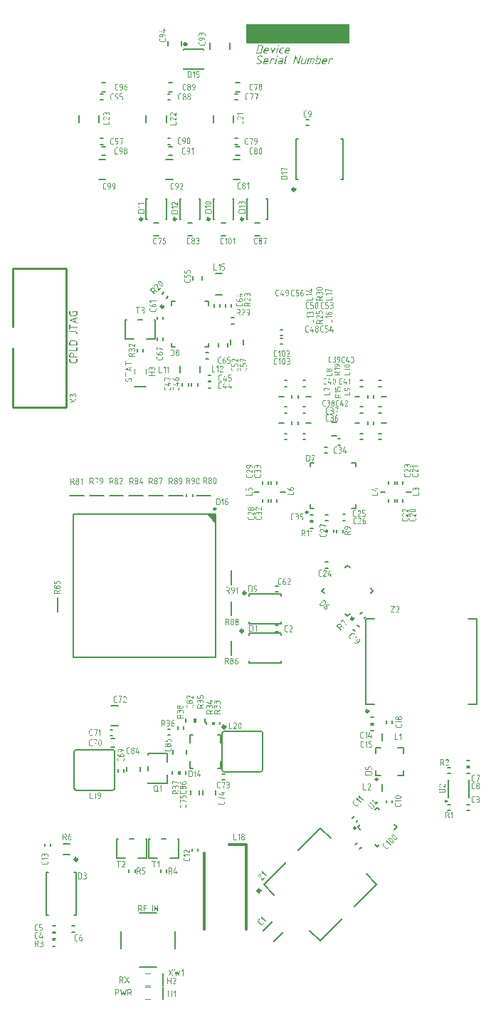
<source format=gto>
G04*
G04 #@! TF.GenerationSoftware,Altium Limited,Altium Designer,21.7.2 (23)*
G04*
G04 Layer_Color=65535*
%FSLAX43Y43*%
%MOMM*%
G71*
G04*
G04 #@! TF.SameCoordinates,5A851601-7680-42F0-B5C6-608C5AADBA52*
G04*
G04*
G04 #@! TF.FilePolarity,Positive*
G04*
G01*
G75*
%ADD10C,0.350*%
%ADD11C,0.250*%
%ADD12C,0.150*%
%ADD13C,0.200*%
%ADD14C,0.100*%
%ADD15C,0.178*%
%ADD16C,0.254*%
%ADD17C,0.300*%
G36*
X75000Y114000D02*
X74000Y115000D01*
X75000D01*
Y114000D01*
D02*
G37*
G36*
X90875Y171000D02*
X78625D01*
Y173250D01*
X90875D01*
Y171000D01*
D02*
G37*
G36*
X82479Y170812D02*
X82489Y170808D01*
X82498Y170801D01*
X82507Y170792D01*
X82513Y170779D01*
X82515Y170762D01*
Y170760D01*
Y170756D01*
X82511Y170747D01*
X82498Y170695D01*
Y170693D01*
X82496Y170690D01*
X82487Y170677D01*
X82481Y170669D01*
X82472Y170662D01*
X82461Y170658D01*
X82448Y170656D01*
X82440D01*
X82431Y170660D01*
X82422Y170664D01*
X82413Y170669D01*
X82403Y170679D01*
X82398Y170692D01*
X82396Y170708D01*
Y170710D01*
Y170714D01*
X82398Y170723D01*
X82413Y170775D01*
Y170777D01*
X82415Y170781D01*
X82418Y170788D01*
X82422Y170795D01*
X82429Y170801D01*
X82439Y170808D01*
X82450Y170812D01*
X82463Y170814D01*
X82470D01*
X82479Y170812D01*
D02*
G37*
G36*
X82066Y170497D02*
X82076Y170492D01*
X82085Y170486D01*
X82094Y170477D01*
X82100Y170464D01*
X82102Y170445D01*
Y170443D01*
Y170436D01*
X82098Y170427D01*
X82094Y170418D01*
X81715Y169797D01*
X81713Y169795D01*
X81711Y169792D01*
X81700Y169781D01*
X81683Y169768D01*
X81674Y169764D01*
X81663Y169762D01*
X81655D01*
X81648Y169764D01*
X81639Y169768D01*
X81629Y169773D01*
X81622Y169782D01*
X81615Y169794D01*
X81613Y169810D01*
X81563Y170447D01*
Y170449D01*
Y170451D01*
X81565Y170460D01*
X81568Y170471D01*
X81578Y170482D01*
X81579Y170484D01*
X81589Y170492D01*
X81600Y170497D01*
X81615Y170499D01*
X81622D01*
X81631Y170497D01*
X81641Y170493D01*
X81650Y170486D01*
X81659Y170479D01*
X81665Y170466D01*
X81668Y170449D01*
X81705Y169979D01*
X82005Y170471D01*
Y170473D01*
X82009Y170475D01*
X82016Y170486D01*
X82031Y170495D01*
X82039Y170497D01*
X82050Y170499D01*
X82057D01*
X82066Y170497D01*
D02*
G37*
G36*
X83613D02*
X83626Y170495D01*
X83638Y170492D01*
X83668Y170482D01*
X83683Y170477D01*
X83700Y170468D01*
X83716Y170458D01*
X83731Y170445D01*
X83746Y170431D01*
X83761Y170414D01*
X83772Y170394D01*
X83783Y170371D01*
Y170369D01*
X83785Y170364D01*
X83788Y170356D01*
X83792Y170347D01*
X83794Y170334D01*
X83798Y170321D01*
X83800Y170292D01*
Y170290D01*
Y170286D01*
Y170281D01*
Y170273D01*
X83796Y170255D01*
X83792Y170234D01*
X83750Y170079D01*
X83313D01*
X83285Y169971D01*
Y169968D01*
X83283Y169958D01*
X83281Y169947D01*
Y169934D01*
Y169931D01*
X83283Y169923D01*
X83285Y169914D01*
X83292Y169901D01*
X83301Y169888D01*
X83316Y169879D01*
X83339Y169871D01*
X83351Y169868D01*
X83633D01*
X83640Y169866D01*
X83651Y169860D01*
X83661Y169855D01*
X83670Y169845D01*
X83676Y169832D01*
X83677Y169814D01*
Y169812D01*
Y169807D01*
X83676Y169797D01*
X83670Y169788D01*
X83664Y169779D01*
X83655Y169770D01*
X83642Y169764D01*
X83624Y169762D01*
X83327D01*
X83314Y169764D01*
X83298Y169768D01*
X83279Y169773D01*
X83259Y169782D01*
X83239Y169794D01*
X83220Y169810D01*
X83218Y169812D01*
X83213Y169819D01*
X83205Y169831D01*
X83196Y169844D01*
X83187Y169862D01*
X83179Y169881D01*
X83174Y169905D01*
X83172Y169929D01*
Y169931D01*
Y169932D01*
Y169942D01*
X83174Y169957D01*
X83177Y169971D01*
X83246Y170234D01*
Y170236D01*
X83248Y170240D01*
X83250Y170247D01*
X83253Y170258D01*
X83257Y170269D01*
X83263Y170282D01*
X83276Y170314D01*
X83292Y170347D01*
X83313Y170381D01*
X83337Y170412D01*
X83350Y170425D01*
X83364Y170438D01*
X83366D01*
X83368Y170440D01*
X83379Y170447D01*
X83398Y170456D01*
X83422Y170469D01*
X83455Y170481D01*
X83494Y170490D01*
X83538Y170497D01*
X83590Y170499D01*
X83603D01*
X83613Y170497D01*
D02*
G37*
G36*
X83048D02*
X83059Y170492D01*
X83068Y170486D01*
X83077Y170477D01*
X83083Y170464D01*
X83085Y170445D01*
Y170443D01*
Y170438D01*
X83083Y170429D01*
X83077Y170419D01*
X83072Y170410D01*
X83063Y170401D01*
X83050Y170395D01*
X83031Y170394D01*
X82842D01*
X82835Y170392D01*
X82816Y170388D01*
X82794Y170381D01*
X82770Y170368D01*
X82759Y170360D01*
X82748Y170349D01*
X82739Y170336D01*
X82729Y170323D01*
X82720Y170306D01*
X82715Y170288D01*
X82631Y169971D01*
Y169968D01*
X82629Y169958D01*
X82627Y169947D01*
Y169938D01*
Y169934D01*
X82629Y169927D01*
X82631Y169916D01*
X82639Y169903D01*
X82648Y169890D01*
X82663Y169879D01*
X82685Y169871D01*
X82698Y169868D01*
X82870D01*
X82879Y169866D01*
X82889Y169860D01*
X82898Y169855D01*
X82907Y169845D01*
X82913Y169832D01*
X82914Y169814D01*
Y169812D01*
Y169807D01*
X82913Y169797D01*
X82909Y169788D01*
X82902Y169779D01*
X82892Y169770D01*
X82879Y169764D01*
X82863Y169762D01*
X82674D01*
X82661Y169764D01*
X82644Y169768D01*
X82626Y169773D01*
X82605Y169782D01*
X82585Y169794D01*
X82566Y169810D01*
X82565Y169812D01*
X82559Y169819D01*
X82552Y169831D01*
X82542Y169844D01*
X82533Y169862D01*
X82526Y169881D01*
X82520Y169905D01*
X82518Y169929D01*
Y169931D01*
Y169932D01*
Y169942D01*
X82520Y169957D01*
X82524Y169971D01*
X82607Y170288D01*
Y170290D01*
X82609Y170294D01*
X82611Y170301D01*
X82615Y170312D01*
X82620Y170323D01*
X82626Y170336D01*
X82640Y170366D01*
X82659Y170399D01*
X82683Y170429D01*
X82715Y170456D01*
X82731Y170468D01*
X82750Y170477D01*
X82752Y170479D01*
X82759Y170481D01*
X82770Y170484D01*
X82787Y170488D01*
X82805Y170492D01*
X82827Y170495D01*
X82853Y170499D01*
X83040D01*
X83048Y170497D01*
D02*
G37*
G36*
X82390D02*
X82402Y170492D01*
X82413Y170482D01*
X82415Y170481D01*
X82422Y170473D01*
X82427Y170460D01*
X82429Y170445D01*
Y170443D01*
Y170440D01*
X82427Y170431D01*
X82259Y169801D01*
Y169799D01*
X82257Y169795D01*
X82253Y169788D01*
X82248Y169782D01*
X82242Y169775D01*
X82233Y169768D01*
X82222Y169764D01*
X82207Y169762D01*
X82203D01*
X82194Y169764D01*
X82183Y169768D01*
X82170Y169777D01*
X82168Y169779D01*
X82163Y169786D01*
X82157Y169797D01*
X82155Y169812D01*
Y169814D01*
Y169818D01*
X82159Y169827D01*
X82328Y170458D01*
Y170460D01*
X82329Y170464D01*
X82333Y170471D01*
X82339Y170479D01*
X82344Y170486D01*
X82353Y170493D01*
X82365Y170497D01*
X82378Y170499D01*
X82381D01*
X82390Y170497D01*
D02*
G37*
G36*
X81105D02*
X81118Y170495D01*
X81131Y170492D01*
X81161Y170482D01*
X81176Y170477D01*
X81192Y170468D01*
X81209Y170458D01*
X81224Y170445D01*
X81239Y170431D01*
X81254Y170414D01*
X81265Y170394D01*
X81276Y170371D01*
Y170369D01*
X81278Y170364D01*
X81281Y170356D01*
X81285Y170347D01*
X81287Y170334D01*
X81291Y170321D01*
X81292Y170292D01*
Y170290D01*
Y170286D01*
Y170281D01*
Y170273D01*
X81289Y170255D01*
X81285Y170234D01*
X81242Y170079D01*
X80805D01*
X80778Y169971D01*
Y169968D01*
X80776Y169958D01*
X80774Y169947D01*
Y169934D01*
Y169931D01*
X80776Y169923D01*
X80778Y169914D01*
X80785Y169901D01*
X80794Y169888D01*
X80809Y169879D01*
X80831Y169871D01*
X80844Y169868D01*
X81126D01*
X81133Y169866D01*
X81144Y169860D01*
X81154Y169855D01*
X81163Y169845D01*
X81168Y169832D01*
X81170Y169814D01*
Y169812D01*
Y169807D01*
X81168Y169797D01*
X81163Y169788D01*
X81157Y169779D01*
X81148Y169770D01*
X81135Y169764D01*
X81117Y169762D01*
X80820D01*
X80807Y169764D01*
X80791Y169768D01*
X80772Y169773D01*
X80752Y169782D01*
X80731Y169794D01*
X80713Y169810D01*
X80711Y169812D01*
X80705Y169819D01*
X80698Y169831D01*
X80689Y169844D01*
X80680Y169862D01*
X80672Y169881D01*
X80667Y169905D01*
X80665Y169929D01*
Y169931D01*
Y169932D01*
Y169942D01*
X80667Y169957D01*
X80670Y169971D01*
X80739Y170234D01*
Y170236D01*
X80741Y170240D01*
X80742Y170247D01*
X80746Y170258D01*
X80750Y170269D01*
X80755Y170282D01*
X80768Y170314D01*
X80785Y170347D01*
X80805Y170381D01*
X80830Y170412D01*
X80842Y170425D01*
X80857Y170438D01*
X80859D01*
X80861Y170440D01*
X80872Y170447D01*
X80891Y170456D01*
X80915Y170469D01*
X80948Y170481D01*
X80987Y170490D01*
X81031Y170497D01*
X81083Y170499D01*
X81096D01*
X81105Y170497D01*
D02*
G37*
G36*
X80418Y170812D02*
X80435Y170810D01*
X80454Y170805D01*
X80476Y170797D01*
X80502Y170784D01*
X80526Y170768D01*
X80550Y170743D01*
X80552Y170740D01*
X80559Y170732D01*
X80570Y170718D01*
X80581Y170699D01*
X80593Y170677D01*
X80604Y170651D01*
X80611Y170621D01*
X80613Y170592D01*
Y170588D01*
Y170579D01*
X80611Y170566D01*
X80607Y170551D01*
X80467Y170025D01*
Y170021D01*
X80463Y170014D01*
X80457Y170001D01*
X80452Y169984D01*
X80441Y169964D01*
X80430Y169942D01*
X80415Y169918D01*
X80396Y169894D01*
X80376Y169869D01*
X80350Y169845D01*
X80322Y169823D01*
X80291Y169803D01*
X80256Y169786D01*
X80215Y169773D01*
X80170Y169766D01*
X80122Y169762D01*
X79791D01*
X79781Y169764D01*
X79770Y169768D01*
X79759Y169777D01*
X79757Y169779D01*
X79756Y169788D01*
X79754Y169799D01*
X79756Y169814D01*
X80009Y170762D01*
Y170764D01*
X80013Y170769D01*
X80017Y170779D01*
X80022Y170788D01*
X80031Y170797D01*
X80044Y170806D01*
X80059Y170812D01*
X80078Y170814D01*
X80409D01*
X80418Y170812D01*
D02*
G37*
G36*
X82335Y169550D02*
X82344Y169546D01*
X82353Y169539D01*
X82363Y169530D01*
X82368Y169517D01*
X82370Y169500D01*
Y169498D01*
Y169494D01*
X82366Y169485D01*
X82353Y169433D01*
Y169431D01*
X82352Y169428D01*
X82342Y169415D01*
X82337Y169407D01*
X82328Y169400D01*
X82316Y169396D01*
X82303Y169394D01*
X82296D01*
X82287Y169398D01*
X82278Y169402D01*
X82268Y169407D01*
X82259Y169417D01*
X82253Y169430D01*
X82252Y169446D01*
Y169448D01*
Y169452D01*
X82253Y169461D01*
X82268Y169513D01*
Y169515D01*
X82270Y169518D01*
X82274Y169526D01*
X82278Y169533D01*
X82285Y169539D01*
X82294Y169546D01*
X82305Y169550D01*
X82318Y169552D01*
X82326D01*
X82335Y169550D01*
D02*
G37*
G36*
X80296D02*
X80322Y169548D01*
X80352Y169544D01*
X80385Y169541D01*
X80418Y169533D01*
X80452Y169524D01*
X80454D01*
X80459Y169522D01*
X80467Y169518D01*
X80478Y169515D01*
X80502Y169505D01*
X80528Y169492D01*
X80530D01*
X80531Y169491D01*
X80543Y169481D01*
X80552Y169467D01*
X80554Y169457D01*
X80555Y169446D01*
Y169443D01*
X80554Y169433D01*
X80550Y169422D01*
X80541Y169409D01*
X80539Y169407D01*
X80531Y169402D01*
X80518Y169396D01*
X80504Y169394D01*
X80496D01*
X80489Y169396D01*
X80480Y169400D01*
X80478D01*
X80476Y169402D01*
X80470Y169404D01*
X80461Y169407D01*
X80452Y169411D01*
X80441Y169415D01*
X80428Y169418D01*
X80411Y169424D01*
X80376Y169431D01*
X80333Y169439D01*
X80285Y169444D01*
X80231Y169446D01*
X80220D01*
X80213Y169444D01*
X80193Y169441D01*
X80167Y169433D01*
X80137Y169422D01*
X80107Y169404D01*
X80093Y169393D01*
X80078Y169378D01*
X80063Y169363D01*
X80050Y169344D01*
X80048Y169343D01*
X80044Y169337D01*
X80041Y169326D01*
X80035Y169315D01*
X80028Y169298D01*
X80024Y169280D01*
X80020Y169261D01*
X80018Y169239D01*
Y169235D01*
X80020Y169228D01*
X80022Y169217D01*
X80026Y169202D01*
X80033Y169187D01*
X80043Y169170D01*
X80057Y169155D01*
X80076Y169143D01*
X80341Y168991D01*
X80343D01*
X80344Y168989D01*
X80355Y168981D01*
X80370Y168968D01*
X80389Y168950D01*
X80407Y168926D01*
X80422Y168896D01*
X80433Y168861D01*
X80435Y168841D01*
X80437Y168820D01*
Y168818D01*
Y168817D01*
Y168811D01*
X80435Y168804D01*
X80433Y168783D01*
X80428Y168757D01*
X80418Y168728D01*
X80405Y168694D01*
X80387Y168659D01*
X80363Y168622D01*
X80361Y168620D01*
X80359Y168617D01*
X80354Y168611D01*
X80346Y168604D01*
X80337Y168594D01*
X80324Y168583D01*
X80311Y168572D01*
X80294Y168561D01*
X80276Y168550D01*
X80256Y168539D01*
X80233Y168528D01*
X80209Y168519D01*
X80181Y168511D01*
X80152Y168506D01*
X80120Y168502D01*
X80087Y168500D01*
X80067D01*
X80057Y168502D01*
X80044D01*
X80017Y168506D01*
X79983Y168511D01*
X79948Y168520D01*
X79911Y168531D01*
X79874Y168548D01*
X79872Y168550D01*
X79865Y168554D01*
X79856Y168559D01*
X79843Y168567D01*
X79828Y168576D01*
X79809Y168589D01*
X79769Y168617D01*
X79765Y168620D01*
X79759Y168628D01*
X79754Y168641D01*
X79750Y168657D01*
Y168659D01*
Y168661D01*
X79752Y168670D01*
X79756Y168681D01*
X79765Y168693D01*
X79767Y168694D01*
X79776Y168702D01*
X79787Y168707D01*
X79802Y168709D01*
X79806D01*
X79813Y168707D01*
X79822Y168706D01*
X79833Y168700D01*
X79835Y168698D01*
X79839Y168696D01*
X79846Y168691D01*
X79857Y168685D01*
X79869Y168678D01*
X79883Y168670D01*
X79900Y168661D01*
X79919Y168654D01*
X79961Y168635D01*
X80009Y168620D01*
X80061Y168609D01*
X80087Y168607D01*
X80115Y168606D01*
X80126D01*
X80133Y168607D01*
X80154Y168611D01*
X80178Y168619D01*
X80206Y168630D01*
X80235Y168646D01*
X80250Y168657D01*
X80265Y168670D01*
X80280Y168685D01*
X80293Y168702D01*
X80294Y168704D01*
X80298Y168711D01*
X80304Y168720D01*
X80311Y168735D01*
X80318Y168752D01*
X80324Y168772D01*
X80328Y168794D01*
X80330Y168818D01*
Y168820D01*
Y168828D01*
X80326Y168839D01*
X80322Y168854D01*
X80315Y168868D01*
X80304Y168883D01*
X80289Y168900D01*
X80268Y168913D01*
X80004Y169065D01*
X80002Y169067D01*
X79996Y169068D01*
X79989Y169076D01*
X79980Y169083D01*
X79968Y169094D01*
X79957Y169105D01*
X79946Y169122D01*
X79935Y169139D01*
X79933Y169141D01*
X79931Y169148D01*
X79928Y169157D01*
X79924Y169170D01*
X79919Y169185D01*
X79915Y169202D01*
X79913Y169220D01*
X79911Y169239D01*
Y169241D01*
Y169244D01*
Y169250D01*
X79913Y169257D01*
X79915Y169278D01*
X79922Y169305D01*
X79931Y169337D01*
X79946Y169372D01*
X79968Y169407D01*
X79981Y169426D01*
X79996Y169444D01*
X79998Y169446D01*
X80000Y169450D01*
X80007Y169454D01*
X80015Y169461D01*
X80024Y169468D01*
X80035Y169478D01*
X80050Y169489D01*
X80067Y169498D01*
X80083Y169507D01*
X80104Y169518D01*
X80148Y169535D01*
X80174Y169542D01*
X80200Y169548D01*
X80230Y169550D01*
X80259Y169552D01*
X80278D01*
X80296Y169550D01*
D02*
G37*
G36*
X88899Y169235D02*
X88908Y169230D01*
X88918Y169224D01*
X88927Y169215D01*
X88932Y169202D01*
X88934Y169183D01*
Y169181D01*
Y169180D01*
X88932Y169170D01*
X88905Y169065D01*
Y169063D01*
X88903Y169059D01*
X88895Y169046D01*
X88888Y169039D01*
X88881Y169031D01*
X88869Y169028D01*
X88856Y169026D01*
X88853D01*
X88843Y169028D01*
X88832Y169031D01*
X88818Y169041D01*
X88816Y169043D01*
X88810Y169050D01*
X88803Y169061D01*
X88801Y169076D01*
Y169078D01*
Y169081D01*
X88805Y169093D01*
X88816Y169131D01*
X88595D01*
X88436Y168539D01*
Y168537D01*
X88434Y168533D01*
X88425Y168520D01*
X88419Y168513D01*
X88410Y168506D01*
X88399Y168502D01*
X88386Y168500D01*
X88382D01*
X88373Y168502D01*
X88362Y168506D01*
X88349Y168515D01*
X88347Y168517D01*
X88342Y168524D01*
X88336Y168535D01*
X88334Y168550D01*
Y168552D01*
Y168556D01*
X88336Y168567D01*
X88505Y169196D01*
Y169198D01*
X88507Y169202D01*
X88510Y169209D01*
X88516Y169217D01*
X88523Y169224D01*
X88531Y169231D01*
X88544Y169235D01*
X88557Y169237D01*
X88890D01*
X88899Y169235D01*
D02*
G37*
G36*
X81922Y169235D02*
X81931Y169230D01*
X81941Y169224D01*
X81950Y169215D01*
X81955Y169202D01*
X81957Y169183D01*
Y169181D01*
Y169180D01*
X81955Y169170D01*
X81928Y169065D01*
Y169063D01*
X81926Y169059D01*
X81918Y169046D01*
X81911Y169039D01*
X81903Y169031D01*
X81892Y169028D01*
X81879Y169026D01*
X81876D01*
X81866Y169028D01*
X81855Y169031D01*
X81841Y169041D01*
X81839Y169043D01*
X81833Y169050D01*
X81826Y169061D01*
X81824Y169076D01*
Y169078D01*
Y169081D01*
X81828Y169093D01*
X81839Y169131D01*
X81618D01*
X81459Y168539D01*
Y168537D01*
X81457Y168533D01*
X81448Y168520D01*
X81442Y168513D01*
X81433Y168506D01*
X81422Y168502D01*
X81409Y168500D01*
X81405D01*
X81396Y168502D01*
X81385Y168506D01*
X81372Y168515D01*
X81370Y168517D01*
X81365Y168524D01*
X81359Y168535D01*
X81357Y168550D01*
Y168552D01*
Y168556D01*
X81359Y168567D01*
X81528Y169196D01*
Y169198D01*
X81529Y169202D01*
X81533Y169209D01*
X81539Y169217D01*
X81546Y169224D01*
X81554Y169231D01*
X81566Y169235D01*
X81579Y169237D01*
X81913D01*
X81922Y169235D01*
D02*
G37*
G36*
X85061Y169550D02*
X85070Y169546D01*
X85079Y169539D01*
X85088Y169530D01*
X85094Y169517D01*
X85096Y169500D01*
Y169498D01*
Y169494D01*
X85094Y169485D01*
X84840Y168539D01*
Y168537D01*
X84838Y168533D01*
X84829Y168520D01*
X84824Y168513D01*
X84814Y168506D01*
X84803Y168502D01*
X84790Y168500D01*
X84785D01*
X84777Y168502D01*
X84770Y168506D01*
X84761Y168509D01*
X84753Y168515D01*
X84746Y168524D01*
X84740Y168537D01*
X84501Y169313D01*
X84294Y168539D01*
Y168537D01*
X84292Y168533D01*
X84283Y168520D01*
X84277Y168513D01*
X84268Y168506D01*
X84257Y168502D01*
X84244Y168500D01*
X84240D01*
X84231Y168502D01*
X84220Y168506D01*
X84207Y168515D01*
X84205Y168517D01*
X84200Y168524D01*
X84194Y168535D01*
X84192Y168550D01*
Y168552D01*
Y168556D01*
X84194Y168567D01*
X84448Y169513D01*
Y169515D01*
X84450Y169518D01*
X84459Y169533D01*
X84464Y169539D01*
X84474Y169546D01*
X84485Y169550D01*
X84498Y169552D01*
X84503D01*
X84511Y169550D01*
X84518Y169548D01*
X84527Y169542D01*
X84535Y169537D01*
X84542Y169528D01*
X84548Y169515D01*
X84787Y168739D01*
X84994Y169513D01*
Y169515D01*
X84996Y169518D01*
X85005Y169533D01*
X85011Y169539D01*
X85020Y169546D01*
X85031Y169550D01*
X85044Y169552D01*
X85051D01*
X85061Y169550D01*
D02*
G37*
G36*
X85738Y169235D02*
X85748Y169231D01*
X85757Y169224D01*
X85766Y169215D01*
X85772Y169202D01*
X85773Y169185D01*
Y169183D01*
Y169180D01*
Y169174D01*
X85772Y169168D01*
X85605Y168552D01*
Y168550D01*
X85601Y168544D01*
X85598Y168535D01*
X85592Y168526D01*
X85583Y168517D01*
X85570Y168507D01*
X85555Y168502D01*
X85536Y168500D01*
X85255D01*
X85242Y168502D01*
X85225Y168506D01*
X85207Y168511D01*
X85186Y168520D01*
X85166Y168531D01*
X85148Y168548D01*
X85146Y168550D01*
X85140Y168557D01*
X85133Y168569D01*
X85124Y168581D01*
X85114Y168600D01*
X85107Y168619D01*
X85101Y168643D01*
X85099Y168667D01*
Y168669D01*
Y168670D01*
Y168680D01*
X85101Y168694D01*
X85105Y168709D01*
X85235Y169196D01*
Y169198D01*
X85236Y169202D01*
X85240Y169209D01*
X85244Y169217D01*
X85251Y169224D01*
X85261Y169231D01*
X85272Y169235D01*
X85285Y169237D01*
X85294D01*
X85301Y169235D01*
X85312Y169231D01*
X85322Y169224D01*
X85331Y169215D01*
X85336Y169202D01*
X85338Y169185D01*
Y169183D01*
Y169180D01*
X85335Y169170D01*
X85212Y168709D01*
Y168706D01*
X85211Y168696D01*
X85209Y168685D01*
Y168672D01*
Y168669D01*
X85211Y168661D01*
X85212Y168652D01*
X85220Y168639D01*
X85229Y168626D01*
X85244Y168617D01*
X85266Y168609D01*
X85279Y168606D01*
X85512D01*
X85672Y169196D01*
Y169198D01*
X85673Y169202D01*
X85677Y169209D01*
X85683Y169217D01*
X85688Y169224D01*
X85698Y169231D01*
X85709Y169235D01*
X85722Y169237D01*
X85729D01*
X85738Y169235D01*
D02*
G37*
G36*
X88047Y169235D02*
X88060Y169233D01*
X88073Y169230D01*
X88103Y169220D01*
X88118Y169215D01*
X88134Y169205D01*
X88151Y169196D01*
X88166Y169183D01*
X88181Y169168D01*
X88195Y169152D01*
X88207Y169131D01*
X88218Y169109D01*
Y169107D01*
X88219Y169102D01*
X88223Y169094D01*
X88227Y169085D01*
X88229Y169072D01*
X88232Y169059D01*
X88234Y169030D01*
Y169028D01*
Y169024D01*
Y169018D01*
Y169011D01*
X88231Y168993D01*
X88227Y168972D01*
X88184Y168817D01*
X87747D01*
X87720Y168709D01*
Y168706D01*
X87718Y168696D01*
X87716Y168685D01*
Y168672D01*
Y168669D01*
X87718Y168661D01*
X87720Y168652D01*
X87727Y168639D01*
X87736Y168626D01*
X87751Y168617D01*
X87773Y168609D01*
X87786Y168606D01*
X88068D01*
X88075Y168604D01*
X88086Y168598D01*
X88095Y168593D01*
X88105Y168583D01*
X88110Y168570D01*
X88112Y168552D01*
Y168550D01*
Y168544D01*
X88110Y168535D01*
X88105Y168526D01*
X88099Y168517D01*
X88090Y168507D01*
X88077Y168502D01*
X88058Y168500D01*
X87762D01*
X87749Y168502D01*
X87733Y168506D01*
X87714Y168511D01*
X87694Y168520D01*
X87673Y168531D01*
X87655Y168548D01*
X87653Y168550D01*
X87647Y168557D01*
X87640Y168569D01*
X87631Y168581D01*
X87621Y168600D01*
X87614Y168619D01*
X87608Y168643D01*
X87607Y168667D01*
Y168669D01*
Y168670D01*
Y168680D01*
X87608Y168694D01*
X87612Y168709D01*
X87681Y168972D01*
Y168974D01*
X87683Y168978D01*
X87684Y168985D01*
X87688Y168996D01*
X87692Y169007D01*
X87697Y169020D01*
X87710Y169052D01*
X87727Y169085D01*
X87747Y169118D01*
X87771Y169150D01*
X87784Y169163D01*
X87799Y169176D01*
X87801D01*
X87803Y169178D01*
X87814Y169185D01*
X87832Y169194D01*
X87857Y169207D01*
X87890Y169218D01*
X87929Y169228D01*
X87973Y169235D01*
X88025Y169237D01*
X88038D01*
X88047Y169235D01*
D02*
G37*
G36*
X87131Y169550D02*
X87140Y169546D01*
X87149Y169539D01*
X87158Y169530D01*
X87164Y169517D01*
X87166Y169500D01*
Y169498D01*
Y169494D01*
X87164Y169485D01*
X87097Y169237D01*
X87327D01*
X87340Y169235D01*
X87357Y169231D01*
X87375Y169224D01*
X87396Y169217D01*
X87416Y169204D01*
X87434Y169187D01*
X87436Y169185D01*
X87442Y169178D01*
X87451Y169168D01*
X87460Y169154D01*
X87468Y169137D01*
X87477Y169117D01*
X87483Y169094D01*
X87484Y169068D01*
Y169067D01*
Y169065D01*
Y169055D01*
X87481Y169041D01*
X87477Y169026D01*
X87392Y168709D01*
Y168707D01*
X87390Y168704D01*
X87388Y168698D01*
X87386Y168691D01*
X87379Y168670D01*
X87368Y168646D01*
X87355Y168619D01*
X87338Y168593D01*
X87320Y168567D01*
X87297Y168546D01*
X87294Y168544D01*
X87286Y168539D01*
X87271Y168531D01*
X87251Y168524D01*
X87225Y168515D01*
X87196Y168507D01*
X87158Y168502D01*
X87118Y168500D01*
X86857Y168500D01*
X86847Y168502D01*
X86836Y168506D01*
X86823Y168515D01*
X86821Y168519D01*
X86816Y168526D01*
X86810Y168537D01*
X86809Y168552D01*
Y168554D01*
Y168556D01*
Y168565D01*
X87064Y169513D01*
Y169515D01*
X87066Y169518D01*
X87070Y169526D01*
X87073Y169533D01*
X87081Y169539D01*
X87090Y169546D01*
X87101Y169550D01*
X87114Y169552D01*
X87121D01*
X87131Y169550D01*
D02*
G37*
G36*
X86579Y169235D02*
X86596Y169231D01*
X86614Y169224D01*
X86634Y169217D01*
X86655Y169204D01*
X86673Y169187D01*
X86675Y169185D01*
X86681Y169178D01*
X86688Y169168D01*
X86697Y169154D01*
X86707Y169137D01*
X86714Y169117D01*
X86720Y169094D01*
X86721Y169068D01*
Y169067D01*
Y169065D01*
Y169055D01*
X86718Y169041D01*
X86714Y169026D01*
X86584Y168539D01*
Y168537D01*
X86583Y168533D01*
X86573Y168520D01*
X86568Y168513D01*
X86559Y168506D01*
X86547Y168502D01*
X86534Y168500D01*
X86531D01*
X86522Y168502D01*
X86509Y168506D01*
X86496Y168515D01*
X86494Y168517D01*
X86488Y168524D01*
X86483Y168535D01*
X86481Y168550D01*
Y168552D01*
Y168556D01*
X86484Y168565D01*
X86607Y169024D01*
Y169026D01*
X86609Y169028D01*
X86610Y169037D01*
X86612Y169050D01*
Y169065D01*
Y169068D01*
X86610Y169076D01*
X86609Y169085D01*
X86601Y169098D01*
X86592Y169111D01*
X86575Y169120D01*
X86555Y169128D01*
X86540Y169131D01*
X86416D01*
X86257Y168539D01*
Y168537D01*
X86255Y168533D01*
X86246Y168520D01*
X86240Y168513D01*
X86231Y168506D01*
X86220Y168502D01*
X86207Y168500D01*
X86203D01*
X86194Y168502D01*
X86183Y168506D01*
X86170Y168515D01*
X86168Y168517D01*
X86162Y168524D01*
X86155Y168535D01*
X86153Y168550D01*
Y168552D01*
Y168556D01*
X86157Y168565D01*
X86309Y169131D01*
X86088D01*
X85929Y168539D01*
Y168537D01*
X85927Y168533D01*
X85918Y168520D01*
X85912Y168513D01*
X85903Y168506D01*
X85892Y168502D01*
X85879Y168500D01*
X85875D01*
X85866Y168502D01*
X85855Y168506D01*
X85842Y168515D01*
X85840Y168517D01*
X85835Y168524D01*
X85829Y168535D01*
X85827Y168550D01*
Y168552D01*
Y168556D01*
X85829Y168567D01*
X85997Y169196D01*
Y169198D01*
X85999Y169202D01*
X86003Y169209D01*
X86009Y169217D01*
X86016Y169224D01*
X86023Y169231D01*
X86036Y169235D01*
X86049Y169237D01*
X86566D01*
X86579Y169235D01*
D02*
G37*
G36*
X83426Y169550D02*
X83435Y169546D01*
X83444Y169539D01*
X83453Y169530D01*
X83459Y169517D01*
X83461Y169500D01*
Y169498D01*
Y169494D01*
X83457Y169485D01*
X83235Y168657D01*
Y168656D01*
Y168650D01*
X83233Y168643D01*
Y168633D01*
Y168631D01*
Y168630D01*
X83237Y168620D01*
X83240Y168615D01*
X83246Y168609D01*
X83253Y168607D01*
X83263Y168606D01*
X83272D01*
X83279Y168604D01*
X83290Y168598D01*
X83300Y168593D01*
X83309Y168583D01*
X83314Y168570D01*
X83316Y168552D01*
Y168550D01*
Y168544D01*
X83314Y168535D01*
X83309Y168526D01*
X83303Y168517D01*
X83294Y168507D01*
X83281Y168502D01*
X83263Y168500D01*
X83253D01*
X83242Y168502D01*
X83229Y168504D01*
X83214Y168509D01*
X83198Y168515D01*
X83181Y168524D01*
X83164Y168535D01*
X83163Y168537D01*
X83159Y168543D01*
X83151Y168550D01*
X83144Y168561D01*
X83137Y168574D01*
X83129Y168589D01*
X83126Y168607D01*
X83124Y168626D01*
Y168628D01*
Y168635D01*
X83126Y168646D01*
X83127Y168657D01*
X83357Y169513D01*
Y169515D01*
X83359Y169518D01*
X83363Y169526D01*
X83368Y169533D01*
X83376Y169539D01*
X83383Y169546D01*
X83396Y169550D01*
X83409Y169552D01*
X83416D01*
X83426Y169550D01*
D02*
G37*
G36*
X82872Y169235D02*
X82889Y169231D01*
X82907Y169224D01*
X82927Y169217D01*
X82948Y169204D01*
X82966Y169187D01*
X82968Y169185D01*
X82974Y169178D01*
X82981Y169168D01*
X82990Y169154D01*
X83000Y169137D01*
X83007Y169117D01*
X83013Y169094D01*
X83014Y169068D01*
Y169067D01*
Y169065D01*
Y169055D01*
X83013Y169041D01*
X83009Y169026D01*
X82877Y168539D01*
Y168537D01*
X82876Y168533D01*
X82866Y168520D01*
X82861Y168513D01*
X82852Y168506D01*
X82840Y168502D01*
X82827Y168500D01*
X82529D01*
X82516Y168502D01*
X82500Y168506D01*
X82481Y168511D01*
X82463Y168520D01*
X82442Y168531D01*
X82424Y168548D01*
X82422Y168550D01*
X82416Y168557D01*
X82409Y168569D01*
X82400Y168581D01*
X82390Y168600D01*
X82383Y168619D01*
X82378Y168643D01*
X82376Y168667D01*
Y168669D01*
Y168672D01*
Y168678D01*
X82378Y168687D01*
X82379Y168709D01*
X82385Y168737D01*
X82396Y168767D01*
X82409Y168798D01*
X82429Y168830D01*
X82440Y168844D01*
X82455Y168857D01*
X82459Y168861D01*
X82468Y168868D01*
X82485Y168878D01*
X82509Y168891D01*
X82537Y168902D01*
X82570Y168913D01*
X82611Y168920D01*
X82655Y168922D01*
X82874D01*
X82902Y169026D01*
Y169028D01*
Y169030D01*
X82903Y169039D01*
X82905Y169050D01*
Y169063D01*
Y169067D01*
X82903Y169074D01*
X82902Y169085D01*
X82894Y169098D01*
X82885Y169109D01*
X82868Y169120D01*
X82848Y169128D01*
X82833Y169131D01*
X82607D01*
X82598Y169135D01*
X82589Y169139D01*
X82579Y169144D01*
X82570Y169154D01*
X82565Y169167D01*
X82563Y169183D01*
Y169185D01*
Y169193D01*
X82566Y169200D01*
X82570Y169211D01*
X82576Y169220D01*
X82585Y169230D01*
X82598Y169235D01*
X82615Y169237D01*
X82859D01*
X82872Y169235D01*
D02*
G37*
G36*
X82246D02*
X82257Y169230D01*
X82268Y169220D01*
X82270Y169218D01*
X82278Y169211D01*
X82283Y169198D01*
X82285Y169183D01*
Y169181D01*
Y169178D01*
X82283Y169168D01*
X82115Y168539D01*
Y168537D01*
X82113Y168533D01*
X82109Y168526D01*
X82103Y168520D01*
X82098Y168513D01*
X82089Y168506D01*
X82078Y168502D01*
X82063Y168500D01*
X82059D01*
X82050Y168502D01*
X82039Y168506D01*
X82026Y168515D01*
X82024Y168517D01*
X82018Y168524D01*
X82013Y168535D01*
X82011Y168550D01*
Y168552D01*
Y168556D01*
X82015Y168565D01*
X82183Y169196D01*
Y169198D01*
X82185Y169202D01*
X82189Y169209D01*
X82194Y169217D01*
X82200Y169224D01*
X82209Y169231D01*
X82220Y169235D01*
X82233Y169237D01*
X82237D01*
X82246Y169235D01*
D02*
G37*
G36*
X81070D02*
X81083Y169233D01*
X81096Y169230D01*
X81126Y169220D01*
X81141Y169215D01*
X81157Y169205D01*
X81174Y169196D01*
X81189Y169183D01*
X81204Y169168D01*
X81218Y169152D01*
X81229Y169131D01*
X81241Y169109D01*
Y169107D01*
X81242Y169102D01*
X81246Y169094D01*
X81250Y169085D01*
X81252Y169072D01*
X81255Y169059D01*
X81257Y169030D01*
Y169028D01*
Y169024D01*
Y169018D01*
Y169011D01*
X81254Y168993D01*
X81250Y168972D01*
X81207Y168817D01*
X80770D01*
X80742Y168709D01*
Y168706D01*
X80741Y168696D01*
X80739Y168685D01*
Y168672D01*
Y168669D01*
X80741Y168661D01*
X80742Y168652D01*
X80750Y168639D01*
X80759Y168626D01*
X80774Y168617D01*
X80796Y168609D01*
X80809Y168606D01*
X81091D01*
X81098Y168604D01*
X81109Y168598D01*
X81118Y168593D01*
X81128Y168583D01*
X81133Y168570D01*
X81135Y168552D01*
Y168550D01*
Y168544D01*
X81133Y168535D01*
X81128Y168526D01*
X81122Y168517D01*
X81113Y168507D01*
X81100Y168502D01*
X81081Y168500D01*
X80785D01*
X80772Y168502D01*
X80755Y168506D01*
X80737Y168511D01*
X80717Y168520D01*
X80696Y168531D01*
X80678Y168548D01*
X80676Y168550D01*
X80670Y168557D01*
X80663Y168569D01*
X80654Y168581D01*
X80644Y168600D01*
X80637Y168619D01*
X80631Y168643D01*
X80630Y168667D01*
Y168669D01*
Y168670D01*
Y168680D01*
X80631Y168694D01*
X80635Y168709D01*
X80704Y168972D01*
Y168974D01*
X80705Y168978D01*
X80707Y168985D01*
X80711Y168996D01*
X80715Y169007D01*
X80720Y169020D01*
X80733Y169052D01*
X80750Y169085D01*
X80770Y169118D01*
X80794Y169150D01*
X80807Y169163D01*
X80822Y169176D01*
X80824D01*
X80826Y169178D01*
X80837Y169185D01*
X80855Y169194D01*
X80880Y169207D01*
X80913Y169218D01*
X80952Y169228D01*
X80996Y169235D01*
X81048Y169237D01*
X81061D01*
X81070Y169235D01*
D02*
G37*
G36*
X88929Y128567D02*
X88943Y128565D01*
X88960Y128561D01*
X88980Y128555D01*
X89002Y128545D01*
X89024Y128532D01*
X89045Y128513D01*
X89048Y128511D01*
X89054Y128504D01*
X89062Y128493D01*
X89072Y128477D01*
X89083Y128458D01*
X89090Y128436D01*
X89097Y128411D01*
X89100Y128384D01*
Y128383D01*
Y128380D01*
Y128375D01*
X89098Y128368D01*
X89097Y128361D01*
X89096Y128352D01*
X89090Y128331D01*
X89081Y128308D01*
X89076Y128296D01*
X89068Y128283D01*
X89059Y128271D01*
X89050Y128258D01*
X89039Y128247D01*
X89026Y128236D01*
X89028Y128235D01*
X89035Y128229D01*
X89044Y128221D01*
X89054Y128209D01*
X89066Y128195D01*
X89076Y128178D01*
X89085Y128159D01*
X89092Y128138D01*
Y128137D01*
X89093Y128131D01*
X89094Y128124D01*
X89096Y128112D01*
X89097Y128095D01*
X89098Y128074D01*
Y128061D01*
X89100Y128047D01*
Y128033D01*
Y128016D01*
Y128015D01*
Y128012D01*
Y128008D01*
X89098Y128003D01*
X89097Y127989D01*
X89093Y127971D01*
X89087Y127950D01*
X89076Y127929D01*
X89063Y127906D01*
X89045Y127885D01*
X89043Y127883D01*
X89036Y127877D01*
X89024Y127868D01*
X89009Y127859D01*
X88989Y127849D01*
X88967Y127840D01*
X88943Y127835D01*
X88916Y127832D01*
X88908D01*
X88903Y127833D01*
X88888Y127835D01*
X88870Y127839D01*
X88850Y127845D01*
X88829Y127854D01*
X88805Y127867D01*
X88785Y127885D01*
X88782Y127888D01*
X88777Y127896D01*
X88768Y127906D01*
X88759Y127921D01*
X88748Y127941D01*
X88739Y127963D01*
X88734Y127989D01*
X88732Y128016D01*
Y128089D01*
Y128090D01*
Y128092D01*
Y128098D01*
X88733Y128104D01*
X88734Y128112D01*
X88736Y128121D01*
X88741Y128142D01*
X88750Y128165D01*
X88763Y128190D01*
X88770Y128203D01*
X88781Y128214D01*
X88791Y128226D01*
X88804Y128236D01*
X88803Y128238D01*
X88802Y128239D01*
X88793Y128247D01*
X88781Y128258D01*
X88768Y128275D01*
X88755Y128297D01*
X88743Y128322D01*
X88734Y128352D01*
X88733Y128367D01*
X88732Y128384D01*
Y128385D01*
Y128388D01*
Y128392D01*
X88733Y128397D01*
X88734Y128411D01*
X88738Y128428D01*
X88745Y128449D01*
X88754Y128471D01*
X88767Y128493D01*
X88785Y128513D01*
X88787Y128516D01*
X88795Y128523D01*
X88805Y128530D01*
X88821Y128541D01*
X88840Y128551D01*
X88862Y128559D01*
X88888Y128565D01*
X88916Y128568D01*
X88923D01*
X88929Y128567D01*
D02*
G37*
G36*
X88413D02*
X88427Y128565D01*
X88444Y128561D01*
X88465Y128555D01*
X88487Y128545D01*
X88509Y128532D01*
X88530Y128513D01*
X88532Y128511D01*
X88539Y128504D01*
X88546Y128493D01*
X88557Y128477D01*
X88567Y128458D01*
X88575Y128436D01*
X88581Y128411D01*
X88584Y128384D01*
Y128383D01*
Y128380D01*
Y128375D01*
X88583Y128368D01*
X88581Y128361D01*
X88580Y128352D01*
X88575Y128331D01*
X88566Y128308D01*
X88561Y128296D01*
X88553Y128283D01*
X88544Y128271D01*
X88535Y128258D01*
X88523Y128247D01*
X88510Y128236D01*
X88511D01*
X88513Y128234D01*
X88517Y128231D01*
X88522Y128226D01*
X88533Y128214D01*
X88548Y128197D01*
X88561Y128175D01*
X88572Y128151D01*
X88577Y128137D01*
X88581Y128121D01*
X88583Y128105D01*
X88584Y128089D01*
Y128016D01*
Y128015D01*
Y128012D01*
Y128008D01*
X88583Y128003D01*
X88581Y127989D01*
X88577Y127971D01*
X88571Y127950D01*
X88561Y127929D01*
X88548Y127906D01*
X88530Y127885D01*
X88527Y127883D01*
X88520Y127877D01*
X88509Y127868D01*
X88493Y127859D01*
X88474Y127849D01*
X88452Y127840D01*
X88427Y127835D01*
X88400Y127832D01*
X88247D01*
X88241Y127835D01*
X88234Y127837D01*
X88228Y127841D01*
X88221Y127848D01*
X88217Y127857D01*
X88216Y127868D01*
Y127870D01*
Y127875D01*
X88219Y127880D01*
X88221Y127888D01*
X88225Y127894D01*
X88232Y127901D01*
X88241Y127905D01*
X88252Y127906D01*
X88406D01*
X88416Y127907D01*
X88426Y127910D01*
X88439Y127914D01*
X88452Y127919D01*
X88465Y127927D01*
X88478Y127937D01*
X88479Y127938D01*
X88483Y127944D01*
X88488Y127950D01*
X88495Y127959D01*
X88500Y127971D01*
X88505Y127984D01*
X88509Y127999D01*
X88510Y128016D01*
Y128089D01*
Y128091D01*
Y128096D01*
X88509Y128105D01*
X88506Y128116D01*
X88502Y128129D01*
X88496Y128142D01*
X88488Y128155D01*
X88476Y128168D01*
X88475Y128169D01*
X88471Y128173D01*
X88463Y128178D01*
X88454Y128184D01*
X88443Y128190D01*
X88430Y128195D01*
X88416Y128199D01*
X88399Y128200D01*
X88320D01*
X88313Y128203D01*
X88307Y128205D01*
X88300Y128209D01*
X88294Y128216D01*
X88290Y128225D01*
X88289Y128236D01*
Y128238D01*
Y128243D01*
X88291Y128248D01*
X88294Y128256D01*
X88298Y128262D01*
X88304Y128269D01*
X88313Y128273D01*
X88325Y128274D01*
X88406D01*
X88416Y128275D01*
X88426Y128278D01*
X88439Y128282D01*
X88452Y128287D01*
X88465Y128295D01*
X88478Y128305D01*
X88479Y128306D01*
X88483Y128311D01*
X88488Y128318D01*
X88495Y128327D01*
X88500Y128339D01*
X88505Y128352D01*
X88509Y128367D01*
X88510Y128384D01*
Y128387D01*
Y128392D01*
X88509Y128399D01*
X88506Y128411D01*
X88502Y128423D01*
X88496Y128436D01*
X88488Y128449D01*
X88478Y128462D01*
X88476Y128463D01*
X88473Y128467D01*
X88465Y128472D01*
X88456Y128479D01*
X88444Y128484D01*
X88431Y128489D01*
X88416Y128493D01*
X88399Y128494D01*
X88247D01*
X88241Y128497D01*
X88234Y128499D01*
X88228Y128503D01*
X88221Y128510D01*
X88217Y128519D01*
X88216Y128530D01*
Y128532D01*
Y128537D01*
X88219Y128542D01*
X88221Y128550D01*
X88225Y128556D01*
X88232Y128563D01*
X88241Y128567D01*
X88252Y128568D01*
X88408D01*
X88413Y128567D01*
D02*
G37*
G36*
X88042D02*
X88050Y128563D01*
X88057Y128559D01*
X88063Y128552D01*
X88067Y128543D01*
X88068Y128530D01*
Y128529D01*
Y128525D01*
X88067Y128519D01*
X88063Y128512D01*
X88059Y128506D01*
X88053Y128499D01*
X88044Y128495D01*
X88031Y128494D01*
X87877D01*
X87868Y128493D01*
X87857Y128490D01*
X87844Y128486D01*
X87831Y128480D01*
X87818Y128472D01*
X87805Y128462D01*
X87804Y128460D01*
X87800Y128456D01*
X87795Y128449D01*
X87790Y128440D01*
X87785Y128428D01*
X87780Y128415D01*
X87776Y128399D01*
X87774Y128383D01*
Y128016D01*
Y128013D01*
Y128008D01*
X87776Y127999D01*
X87778Y127989D01*
X87782Y127976D01*
X87787Y127963D01*
X87795Y127950D01*
X87805Y127937D01*
X87807Y127936D01*
X87812Y127932D01*
X87818Y127927D01*
X87827Y127921D01*
X87839Y127916D01*
X87852Y127911D01*
X87868Y127907D01*
X87884Y127906D01*
X88037D01*
X88042Y127905D01*
X88050Y127901D01*
X88057Y127897D01*
X88063Y127890D01*
X88067Y127881D01*
X88068Y127868D01*
Y127867D01*
Y127863D01*
X88067Y127857D01*
X88063Y127850D01*
X88059Y127844D01*
X88053Y127837D01*
X88044Y127833D01*
X88031Y127832D01*
X87877D01*
X87871Y127833D01*
X87857Y127835D01*
X87839Y127839D01*
X87818Y127845D01*
X87798Y127854D01*
X87774Y127867D01*
X87754Y127885D01*
X87751Y127888D01*
X87746Y127896D01*
X87737Y127906D01*
X87728Y127921D01*
X87717Y127941D01*
X87708Y127963D01*
X87703Y127989D01*
X87700Y128016D01*
Y128384D01*
Y128385D01*
Y128388D01*
Y128392D01*
X87702Y128397D01*
X87703Y128411D01*
X87707Y128428D01*
X87713Y128449D01*
X87723Y128471D01*
X87735Y128493D01*
X87754Y128513D01*
X87756Y128516D01*
X87764Y128523D01*
X87774Y128530D01*
X87790Y128541D01*
X87809Y128551D01*
X87831Y128559D01*
X87857Y128565D01*
X87884Y128568D01*
X88037D01*
X88042Y128567D01*
D02*
G37*
G36*
X90565D02*
X90580Y128565D01*
X90597Y128561D01*
X90617Y128555D01*
X90639Y128545D01*
X90661Y128532D01*
X90682Y128513D01*
X90685Y128511D01*
X90691Y128504D01*
X90699Y128493D01*
X90709Y128477D01*
X90720Y128458D01*
X90727Y128436D01*
X90734Y128411D01*
X90736Y128384D01*
Y128381D01*
Y128375D01*
X90735Y128365D01*
X90733Y128350D01*
X90729Y128335D01*
X90722Y128317D01*
X90714Y128297D01*
X90703Y128278D01*
X90471Y127906D01*
X90705D01*
X90711Y127905D01*
X90718Y127901D01*
X90725Y127897D01*
X90731Y127890D01*
X90735Y127881D01*
X90736Y127868D01*
Y127867D01*
Y127863D01*
X90735Y127857D01*
X90731Y127850D01*
X90727Y127844D01*
X90721Y127837D01*
X90712Y127833D01*
X90699Y127832D01*
X90400D01*
X90393Y127835D01*
X90387Y127837D01*
X90380Y127841D01*
X90374Y127848D01*
X90370Y127857D01*
X90369Y127868D01*
Y127871D01*
X90370Y127875D01*
X90371Y127883D01*
X90374Y127889D01*
X90644Y128323D01*
X90646Y128324D01*
X90647Y128328D01*
X90650Y128335D01*
X90654Y128342D01*
X90657Y128352D01*
X90660Y128362D01*
X90661Y128372D01*
X90663Y128384D01*
Y128387D01*
Y128392D01*
X90661Y128399D01*
X90659Y128411D01*
X90655Y128423D01*
X90648Y128436D01*
X90641Y128449D01*
X90630Y128462D01*
X90629Y128463D01*
X90625Y128467D01*
X90617Y128472D01*
X90608Y128479D01*
X90597Y128484D01*
X90584Y128489D01*
X90568Y128493D01*
X90551Y128494D01*
X90549D01*
X90541Y128493D01*
X90529Y128489D01*
X90514Y128482D01*
X90505Y128477D01*
X90495Y128472D01*
X90486Y128464D01*
X90476Y128455D01*
X90466Y128445D01*
X90457Y128432D01*
X90446Y128419D01*
X90436Y128402D01*
Y128401D01*
X90435Y128399D01*
X90428Y128393D01*
X90419Y128387D01*
X90413Y128385D01*
X90405Y128384D01*
X90400D01*
X90393Y128387D01*
X90387Y128389D01*
X90380Y128393D01*
X90374Y128399D01*
X90370Y128409D01*
X90369Y128420D01*
Y128422D01*
Y128425D01*
X90371Y128436D01*
X90372Y128437D01*
X90374Y128441D01*
X90378Y128447D01*
X90384Y128456D01*
X90391Y128467D01*
X90398Y128477D01*
X90409Y128490D01*
X90419Y128502D01*
X90432Y128515D01*
X90446Y128526D01*
X90461Y128537D01*
X90476Y128547D01*
X90494Y128556D01*
X90512Y128563D01*
X90532Y128567D01*
X90552Y128568D01*
X90560D01*
X90565Y128567D01*
D02*
G37*
G36*
X89975D02*
X89981Y128563D01*
X89988Y128559D01*
X89994Y128552D01*
X89998Y128543D01*
X89999Y128530D01*
Y128529D01*
Y128528D01*
X89998Y128520D01*
X89865Y128054D01*
X90037D01*
Y128164D01*
Y128165D01*
Y128170D01*
X90040Y128175D01*
X90042Y128183D01*
X90046Y128190D01*
X90052Y128196D01*
X90062Y128200D01*
X90073Y128201D01*
X90080D01*
X90085Y128200D01*
X90093Y128196D01*
X90099Y128192D01*
X90106Y128186D01*
X90109Y128177D01*
X90111Y128164D01*
Y128054D01*
X90190D01*
X90195Y128052D01*
X90203Y128048D01*
X90209Y128045D01*
X90216Y128038D01*
X90220Y128029D01*
X90221Y128016D01*
Y128015D01*
Y128011D01*
X90220Y128004D01*
X90216Y127998D01*
X90212Y127991D01*
X90205Y127985D01*
X90196Y127981D01*
X90183Y127980D01*
X90111D01*
Y127868D01*
Y127867D01*
Y127863D01*
X90109Y127857D01*
X90106Y127850D01*
X90102Y127844D01*
X90095Y127837D01*
X90086Y127833D01*
X90073Y127832D01*
X90068D01*
X90062Y127835D01*
X90055Y127837D01*
X90049Y127841D01*
X90042Y127848D01*
X90038Y127857D01*
X90037Y127868D01*
Y127980D01*
X89810D01*
X89804Y127982D01*
X89797Y127985D01*
X89791Y127989D01*
X89784Y127995D01*
X89780Y128004D01*
X89779Y128016D01*
Y128017D01*
Y128020D01*
Y128026D01*
X89927Y128541D01*
Y128542D01*
X89928Y128545D01*
X89931Y128550D01*
X89935Y128555D01*
X89940Y128559D01*
X89945Y128564D01*
X89954Y128567D01*
X89963Y128568D01*
X89968D01*
X89975Y128567D01*
D02*
G37*
G36*
X89606D02*
X89613Y128563D01*
X89620Y128559D01*
X89626Y128552D01*
X89630Y128543D01*
X89631Y128530D01*
Y128529D01*
Y128525D01*
X89630Y128519D01*
X89626Y128512D01*
X89622Y128506D01*
X89616Y128499D01*
X89607Y128495D01*
X89594Y128494D01*
X89440D01*
X89431Y128493D01*
X89420Y128490D01*
X89407Y128486D01*
X89394Y128480D01*
X89381Y128472D01*
X89368Y128462D01*
X89367Y128460D01*
X89363Y128456D01*
X89358Y128449D01*
X89353Y128440D01*
X89348Y128428D01*
X89343Y128415D01*
X89339Y128399D01*
X89337Y128383D01*
Y128016D01*
Y128013D01*
Y128008D01*
X89339Y127999D01*
X89341Y127989D01*
X89345Y127976D01*
X89350Y127963D01*
X89358Y127950D01*
X89368Y127937D01*
X89370Y127936D01*
X89375Y127932D01*
X89381Y127927D01*
X89391Y127921D01*
X89402Y127916D01*
X89415Y127911D01*
X89431Y127907D01*
X89448Y127906D01*
X89600D01*
X89606Y127905D01*
X89613Y127901D01*
X89620Y127897D01*
X89626Y127890D01*
X89630Y127881D01*
X89631Y127868D01*
Y127867D01*
Y127863D01*
X89630Y127857D01*
X89626Y127850D01*
X89622Y127844D01*
X89616Y127837D01*
X89607Y127833D01*
X89594Y127832D01*
X89440D01*
X89435Y127833D01*
X89420Y127835D01*
X89402Y127839D01*
X89381Y127845D01*
X89361Y127854D01*
X89337Y127867D01*
X89317Y127885D01*
X89314Y127888D01*
X89309Y127896D01*
X89300Y127906D01*
X89291Y127921D01*
X89280Y127941D01*
X89271Y127963D01*
X89266Y127989D01*
X89264Y128016D01*
Y128384D01*
Y128385D01*
Y128388D01*
Y128392D01*
X89265Y128397D01*
X89266Y128411D01*
X89270Y128428D01*
X89277Y128449D01*
X89286Y128471D01*
X89299Y128493D01*
X89317Y128513D01*
X89319Y128516D01*
X89327Y128523D01*
X89337Y128530D01*
X89353Y128541D01*
X89372Y128551D01*
X89394Y128559D01*
X89420Y128565D01*
X89448Y128568D01*
X89600D01*
X89606Y128567D01*
D02*
G37*
G36*
X64265Y133194D02*
X64272Y133189D01*
X64279Y133185D01*
X64286Y133178D01*
X64290Y133169D01*
X64291Y133155D01*
Y132998D01*
X64961D01*
X64963D01*
X64967D01*
X64974Y132997D01*
X64981Y132993D01*
X64988Y132988D01*
X64994Y132981D01*
X64999Y132972D01*
X65000Y132958D01*
Y132952D01*
X64997Y132945D01*
X64994Y132938D01*
X64990Y132932D01*
X64983Y132925D01*
X64974Y132920D01*
X64961Y132919D01*
X64291D01*
Y132755D01*
X64289Y132748D01*
X64286Y132742D01*
X64282Y132735D01*
X64275Y132728D01*
X64265Y132723D01*
X64252Y132722D01*
X64251D01*
X64246D01*
X64240Y132725D01*
X64232Y132728D01*
X64225Y132732D01*
X64218Y132739D01*
X64214Y132748D01*
X64212Y132761D01*
Y133162D01*
X64214Y133167D01*
X64218Y133176D01*
X64222Y133183D01*
X64229Y133189D01*
X64239Y133194D01*
X64252Y133195D01*
X64254D01*
X64258D01*
X64265Y133194D01*
D02*
G37*
G36*
X64974Y132561D02*
X64981Y132558D01*
X64988Y132553D01*
X64994Y132546D01*
X64999Y132536D01*
X65000Y132524D01*
Y132520D01*
X64999Y132514D01*
X64997Y132509D01*
X64993Y132503D01*
X64989Y132496D01*
X64982Y132490D01*
X64974Y132486D01*
X64803Y132429D01*
Y132145D01*
X64974Y132088D01*
X64975D01*
X64978Y132087D01*
X64986Y132080D01*
X64992Y132074D01*
X64996Y132069D01*
X64999Y132061D01*
X65000Y132051D01*
Y132045D01*
X64997Y132038D01*
X64994Y132031D01*
X64990Y132025D01*
X64983Y132018D01*
X64974Y132013D01*
X64961Y132012D01*
X64960D01*
X64957D01*
X64949Y132013D01*
X64244Y132248D01*
X64243D01*
X64239Y132251D01*
X64234Y132253D01*
X64228Y132257D01*
X64222Y132262D01*
X64218Y132269D01*
X64214Y132277D01*
X64212Y132287D01*
Y132291D01*
X64214Y132296D01*
X64216Y132302D01*
X64219Y132309D01*
X64225Y132316D01*
X64233Y132321D01*
X64243Y132325D01*
X64949Y132561D01*
X64950D01*
X64953Y132563D01*
X64961D01*
X64963D01*
X64967D01*
X64974Y132561D01*
D02*
G37*
G36*
X64265Y131853D02*
X64272Y131848D01*
X64279Y131844D01*
X64286Y131837D01*
X64290Y131828D01*
X64291Y131814D01*
Y131657D01*
X64961D01*
X64963D01*
X64967D01*
X64974Y131656D01*
X64981Y131651D01*
X64988Y131647D01*
X64994Y131640D01*
X64999Y131631D01*
X65000Y131617D01*
Y131611D01*
X64997Y131604D01*
X64994Y131597D01*
X64990Y131590D01*
X64983Y131583D01*
X64974Y131579D01*
X64961Y131578D01*
X64291D01*
Y131414D01*
X64289Y131407D01*
X64286Y131400D01*
X64282Y131393D01*
X64275Y131387D01*
X64265Y131382D01*
X64252Y131381D01*
X64251D01*
X64246D01*
X64240Y131384D01*
X64232Y131387D01*
X64225Y131391D01*
X64218Y131398D01*
X64214Y131407D01*
X64212Y131420D01*
Y131821D01*
X64214Y131826D01*
X64218Y131835D01*
X64222Y131841D01*
X64229Y131848D01*
X64239Y131853D01*
X64252Y131854D01*
X64254D01*
X64258D01*
X64265Y131853D01*
D02*
G37*
G36*
X64817Y131222D02*
X64832Y131220D01*
X64852Y131216D01*
X64874Y131209D01*
X64896Y131198D01*
X64921Y131184D01*
X64943Y131165D01*
X64946Y131162D01*
X64951Y131155D01*
X64961Y131142D01*
X64971Y131126D01*
X64982Y131105D01*
X64992Y131081D01*
X64997Y131054D01*
X65000Y131025D01*
Y131011D01*
X64999Y131000D01*
X64997Y130987D01*
X64996Y130973D01*
X64993Y130957D01*
X64989Y130937D01*
X64979Y130897D01*
X64972Y130876D01*
X64964Y130854D01*
X64954Y130832D01*
X64942Y130810D01*
X64929Y130787D01*
X64914Y130767D01*
X64911Y130764D01*
X64906Y130758D01*
X64895Y130753D01*
X64889Y130751D01*
X64882Y130750D01*
X64881D01*
X64879D01*
X64872Y130751D01*
X64864Y130754D01*
X64856Y130761D01*
X64854Y130762D01*
X64849Y130769D01*
X64845Y130778D01*
X64843Y130789D01*
Y130790D01*
X64845Y130796D01*
X64846Y130803D01*
X64850Y130811D01*
X64852Y130812D01*
X64854Y130818D01*
X64859Y130826D01*
X64864Y130837D01*
X64872Y130853D01*
X64882Y130872D01*
X64892Y130894D01*
X64904Y130921D01*
Y130923D01*
X64907Y130929D01*
X64910Y130939D01*
X64913Y130951D01*
X64915Y130966D01*
X64918Y130984D01*
X64920Y131004D01*
X64921Y131025D01*
Y131033D01*
X64920Y131043D01*
X64917Y131054D01*
X64913Y131068D01*
X64907Y131081D01*
X64899Y131095D01*
X64888Y131109D01*
X64886Y131111D01*
X64881Y131115D01*
X64874Y131120D01*
X64864Y131127D01*
X64852Y131133D01*
X64838Y131138D01*
X64821Y131142D01*
X64803Y131144D01*
X64802D01*
X64800D01*
X64791Y131142D01*
X64778Y131141D01*
X64763Y131136D01*
X64746Y131127D01*
X64728Y131116D01*
X64712Y131099D01*
X64705Y131088D01*
X64698Y131077D01*
X64584Y130857D01*
Y130855D01*
X64581Y130853D01*
X64578Y130847D01*
X64574Y130840D01*
X64560Y130824D01*
X64552Y130814D01*
X64542Y130804D01*
X64530Y130793D01*
X64517Y130783D01*
X64504Y130775D01*
X64487Y130767D01*
X64470Y130760D01*
X64451Y130754D01*
X64431Y130751D01*
X64409Y130750D01*
X64408D01*
X64405D01*
X64401D01*
X64395Y130751D01*
X64380Y130753D01*
X64362Y130757D01*
X64340Y130764D01*
X64316Y130774D01*
X64293Y130787D01*
X64271Y130807D01*
X64268Y130810D01*
X64261Y130818D01*
X64252Y130829D01*
X64241Y130846D01*
X64230Y130866D01*
X64222Y130890D01*
X64215Y130918D01*
X64212Y130947D01*
Y130969D01*
X64214Y130982D01*
X64215Y130994D01*
X64216Y131009D01*
X64218Y131026D01*
X64223Y131059D01*
X64230Y131095D01*
X64241Y131129D01*
X64248Y131145D01*
X64255Y131159D01*
Y131161D01*
X64258Y131163D01*
X64265Y131172D01*
X64276Y131179D01*
X64283Y131181D01*
X64291Y131183D01*
X64294D01*
X64301Y131181D01*
X64309Y131177D01*
X64319Y131170D01*
X64320Y131169D01*
X64325Y131163D01*
X64329Y131155D01*
X64330Y131144D01*
Y131140D01*
X64329Y131134D01*
X64326Y131127D01*
Y131126D01*
X64325Y131123D01*
X64323Y131119D01*
X64320Y131112D01*
X64318Y131104D01*
X64315Y131094D01*
X64308Y131070D01*
X64302Y131043D01*
X64297Y131012D01*
X64293Y130980D01*
X64291Y130947D01*
Y130939D01*
X64293Y130929D01*
X64295Y130918D01*
X64300Y130904D01*
X64307Y130890D01*
X64315Y130876D01*
X64326Y130862D01*
X64327Y130861D01*
X64332Y130857D01*
X64340Y130851D01*
X64350Y130846D01*
X64362Y130840D01*
X64376Y130835D01*
X64391Y130830D01*
X64409Y130829D01*
X64411D01*
X64412D01*
X64420Y130830D01*
X64434Y130832D01*
X64449Y130837D01*
X64466Y130844D01*
X64484Y130855D01*
X64501Y130872D01*
X64508Y130882D01*
X64515Y130893D01*
X64628Y131115D01*
Y131116D01*
X64631Y131119D01*
X64634Y131124D01*
X64639Y131131D01*
X64652Y131149D01*
X64660Y131159D01*
X64671Y131169D01*
X64682Y131179D01*
X64695Y131188D01*
X64710Y131198D01*
X64725Y131206D01*
X64742Y131213D01*
X64761Y131219D01*
X64781Y131222D01*
X64803Y131223D01*
X64804D01*
X64807D01*
X64811D01*
X64817Y131222D01*
D02*
G37*
G36*
X64313Y58536D02*
X64320Y58532D01*
X64327Y58528D01*
X64334Y58521D01*
X64338Y58511D01*
X64340Y58498D01*
Y58496D01*
X64338Y58489D01*
X64182Y57782D01*
Y57781D01*
X64180Y57776D01*
X64177Y57772D01*
X64175Y57767D01*
X64169Y57760D01*
X64162Y57756D01*
X64154Y57751D01*
X64143Y57750D01*
X64139D01*
X64133Y57751D01*
X64128Y57754D01*
X64121Y57758D01*
X64114Y57764D01*
X64108Y57772D01*
X64103Y57783D01*
X63986Y58136D01*
X63868Y57783D01*
Y57782D01*
X63865Y57778D01*
X63863Y57772D01*
X63858Y57767D01*
X63853Y57761D01*
X63846Y57756D01*
X63838Y57751D01*
X63828Y57750D01*
X63822D01*
X63817Y57751D01*
X63811Y57754D01*
X63804Y57758D01*
X63799Y57764D01*
X63793Y57772D01*
X63789Y57783D01*
X63631Y58489D01*
Y58491D01*
Y58492D01*
Y58498D01*
Y58499D01*
Y58504D01*
X63634Y58510D01*
X63637Y58518D01*
X63641Y58525D01*
X63648Y58532D01*
X63657Y58536D01*
X63670Y58538D01*
X63675D01*
X63681Y58536D01*
X63686Y58534D01*
X63693Y58531D01*
X63700Y58525D01*
X63705Y58517D01*
X63709Y58507D01*
X63835Y57937D01*
X63946Y58269D01*
Y58270D01*
X63949Y58274D01*
X63951Y58280D01*
X63956Y58285D01*
X63960Y58291D01*
X63967Y58296D01*
X63975Y58301D01*
X63985Y58302D01*
X63989D01*
X63994Y58301D01*
X64001Y58298D01*
X64007Y58294D01*
X64014Y58288D01*
X64019Y58280D01*
X64025Y58269D01*
X64134Y57937D01*
X64262Y58507D01*
Y58509D01*
X64263Y58511D01*
X64266Y58517D01*
X64269Y58522D01*
X64275Y58528D01*
X64281Y58534D01*
X64290Y58536D01*
X64301Y58538D01*
X64306D01*
X64313Y58536D01*
D02*
G37*
G36*
X64750D02*
X64759D01*
X64768Y58534D01*
X64792Y58529D01*
X64818Y58521D01*
X64846Y58509D01*
X64860Y58500D01*
X64874Y58492D01*
X64887Y58481D01*
X64901Y58468D01*
X64903Y58467D01*
X64904Y58466D01*
X64908Y58461D01*
X64912Y58456D01*
X64918Y58449D01*
X64924Y58441D01*
X64936Y58421D01*
X64949Y58398D01*
X64960Y58369D01*
X64968Y58337D01*
X64969Y58319D01*
X64971Y58301D01*
Y58299D01*
Y58294D01*
X64969Y58285D01*
X64968Y58274D01*
X64967Y58262D01*
X64964Y58246D01*
X64958Y58230D01*
X64953Y58212D01*
X64946Y58194D01*
X64936Y58176D01*
X64925Y58158D01*
X64911Y58140D01*
X64894Y58123D01*
X64875Y58108D01*
X64853Y58094D01*
X64828Y58081D01*
X64965Y57807D01*
X64967Y57805D01*
X64968Y57801D01*
X64969Y57796D01*
X64971Y57789D01*
Y57786D01*
X64969Y57779D01*
X64965Y57771D01*
X64958Y57761D01*
X64955Y57760D01*
X64950Y57756D01*
X64942Y57751D01*
X64930Y57750D01*
X64926D01*
X64922Y57751D01*
X64917Y57753D01*
X64911Y57756D01*
X64904Y57758D01*
X64899Y57764D01*
X64894Y57771D01*
X64749Y58065D01*
X64577D01*
Y57789D01*
Y57787D01*
Y57783D01*
X64575Y57776D01*
X64571Y57769D01*
X64567Y57762D01*
X64560Y57756D01*
X64550Y57751D01*
X64537Y57750D01*
X64531D01*
X64524Y57753D01*
X64517Y57756D01*
X64510Y57760D01*
X64503Y57767D01*
X64499Y57776D01*
X64498Y57789D01*
Y58498D01*
Y58499D01*
Y58504D01*
X64501Y58510D01*
X64503Y58518D01*
X64507Y58525D01*
X64514Y58532D01*
X64524Y58536D01*
X64537Y58538D01*
X64743D01*
X64750Y58536D01*
D02*
G37*
G36*
X63252D02*
X63261D01*
X63270Y58534D01*
X63294Y58529D01*
X63320Y58521D01*
X63348Y58509D01*
X63362Y58500D01*
X63376Y58492D01*
X63390Y58481D01*
X63404Y58468D01*
X63405Y58467D01*
X63406Y58466D01*
X63411Y58461D01*
X63415Y58456D01*
X63420Y58449D01*
X63426Y58441D01*
X63438Y58421D01*
X63451Y58398D01*
X63462Y58369D01*
X63470Y58337D01*
X63472Y58319D01*
X63473Y58301D01*
Y58299D01*
Y58296D01*
Y58291D01*
X63472Y58283D01*
Y58274D01*
X63470Y58265D01*
X63465Y58240D01*
X63456Y58213D01*
X63445Y58184D01*
X63429Y58156D01*
X63417Y58142D01*
X63406Y58130D01*
X63405D01*
X63404Y58127D01*
X63399Y58124D01*
X63395Y58120D01*
X63380Y58109D01*
X63361Y58098D01*
X63336Y58086D01*
X63306Y58075D01*
X63273Y58068D01*
X63255Y58066D01*
X63236Y58065D01*
X63079D01*
Y57789D01*
Y57787D01*
Y57783D01*
X63078Y57776D01*
X63074Y57769D01*
X63069Y57762D01*
X63062Y57756D01*
X63053Y57751D01*
X63039Y57750D01*
X63033D01*
X63026Y57753D01*
X63019Y57756D01*
X63012Y57760D01*
X63006Y57767D01*
X63001Y57776D01*
X63000Y57789D01*
Y58498D01*
Y58499D01*
Y58504D01*
X63003Y58510D01*
X63006Y58518D01*
X63010Y58525D01*
X63017Y58532D01*
X63026Y58536D01*
X63039Y58538D01*
X63245D01*
X63252Y58536D01*
D02*
G37*
G36*
X64655Y60036D02*
X64662Y60032D01*
X64669Y60028D01*
X64676Y60021D01*
X64680Y60011D01*
X64682Y59998D01*
Y59996D01*
Y59991D01*
X64679Y59984D01*
X64676Y59977D01*
X64454Y59644D01*
X64676Y59311D01*
X64677Y59310D01*
X64679Y59304D01*
X64680Y59297D01*
X64682Y59289D01*
Y59287D01*
Y59283D01*
X64680Y59276D01*
X64677Y59269D01*
X64672Y59262D01*
X64665Y59256D01*
X64655Y59251D01*
X64643Y59250D01*
X64640D01*
X64630Y59253D01*
X64621Y59257D01*
X64615Y59261D01*
X64609Y59267D01*
X64407Y59572D01*
X64203Y59267D01*
X64200Y59264D01*
X64195Y59258D01*
X64184Y59253D01*
X64177Y59251D01*
X64170Y59250D01*
X64164D01*
X64157Y59253D01*
X64150Y59256D01*
X64143Y59260D01*
X64137Y59267D01*
X64132Y59276D01*
X64131Y59289D01*
Y59292D01*
X64132Y59296D01*
X64134Y59304D01*
X64137Y59311D01*
X64358Y59644D01*
X64137Y59977D01*
X64135Y59978D01*
X64134Y59984D01*
X64132Y59989D01*
X64131Y59998D01*
Y59999D01*
Y60004D01*
X64134Y60010D01*
X64137Y60018D01*
X64141Y60025D01*
X64148Y60032D01*
X64157Y60036D01*
X64170Y60038D01*
X64174D01*
X64182Y60035D01*
X64192Y60031D01*
X64198Y60025D01*
X64203Y60020D01*
X64407Y59715D01*
X64609Y60020D01*
Y60021D01*
X64612Y60022D01*
X64618Y60029D01*
X64629Y60035D01*
X64636Y60036D01*
X64643Y60038D01*
X64648D01*
X64655Y60036D01*
D02*
G37*
G36*
X63752D02*
X63761D01*
X63770Y60034D01*
X63794Y60029D01*
X63820Y60021D01*
X63848Y60009D01*
X63862Y60000D01*
X63876Y59992D01*
X63890Y59981D01*
X63904Y59968D01*
X63905Y59967D01*
X63906Y59966D01*
X63910Y59961D01*
X63915Y59956D01*
X63920Y59949D01*
X63926Y59941D01*
X63938Y59921D01*
X63951Y59898D01*
X63962Y59869D01*
X63970Y59837D01*
X63972Y59819D01*
X63973Y59801D01*
Y59799D01*
Y59794D01*
X63972Y59785D01*
X63970Y59774D01*
X63969Y59762D01*
X63966Y59746D01*
X63960Y59730D01*
X63955Y59712D01*
X63948Y59694D01*
X63938Y59676D01*
X63927Y59658D01*
X63913Y59640D01*
X63897Y59623D01*
X63877Y59608D01*
X63855Y59594D01*
X63830Y59581D01*
X63967Y59307D01*
X63969Y59305D01*
X63970Y59301D01*
X63972Y59296D01*
X63973Y59289D01*
Y59286D01*
X63972Y59279D01*
X63967Y59271D01*
X63960Y59261D01*
X63958Y59260D01*
X63952Y59256D01*
X63944Y59251D01*
X63933Y59250D01*
X63929D01*
X63924Y59251D01*
X63919Y59253D01*
X63913Y59256D01*
X63906Y59258D01*
X63901Y59264D01*
X63897Y59271D01*
X63751Y59565D01*
X63579D01*
Y59289D01*
Y59287D01*
Y59283D01*
X63578Y59276D01*
X63574Y59269D01*
X63569Y59262D01*
X63562Y59256D01*
X63553Y59251D01*
X63539Y59250D01*
X63533D01*
X63526Y59253D01*
X63519Y59256D01*
X63512Y59260D01*
X63506Y59267D01*
X63501Y59276D01*
X63500Y59289D01*
Y59998D01*
Y59999D01*
Y60004D01*
X63503Y60010D01*
X63506Y60018D01*
X63510Y60025D01*
X63517Y60032D01*
X63526Y60036D01*
X63539Y60038D01*
X63745D01*
X63752Y60036D01*
D02*
G37*
G36*
X68088Y68536D02*
X68097Y68532D01*
X68103Y68528D01*
X68110Y68521D01*
X68115Y68511D01*
X68116Y68498D01*
Y67789D01*
Y67787D01*
Y67783D01*
X68115Y67776D01*
X68110Y67769D01*
X68106Y67762D01*
X68099Y67756D01*
X68090Y67751D01*
X68076Y67750D01*
X68072D01*
X68063Y67753D01*
X68051Y67758D01*
X68045Y67762D01*
X68041Y67769D01*
X67722Y68346D01*
Y67789D01*
Y67787D01*
Y67783D01*
X67721Y67776D01*
X67717Y67769D01*
X67712Y67762D01*
X67705Y67756D01*
X67696Y67751D01*
X67682Y67750D01*
X67676D01*
X67669Y67753D01*
X67662Y67756D01*
X67656Y67760D01*
X67649Y67767D01*
X67644Y67776D01*
X67643Y67789D01*
Y68498D01*
Y68499D01*
Y68504D01*
X67646Y68510D01*
X67649Y68518D01*
X67653Y68525D01*
X67660Y68532D01*
X67669Y68536D01*
X67682Y68538D01*
X67686D01*
X67690Y68536D01*
X67696Y68535D01*
X67701Y68532D01*
X67707Y68528D01*
X67712Y68522D01*
X67718Y68514D01*
X68037Y67941D01*
Y68498D01*
Y68499D01*
Y68504D01*
X68040Y68510D01*
X68042Y68518D01*
X68047Y68525D01*
X68054Y68532D01*
X68063Y68536D01*
X68076Y68538D01*
X68083D01*
X68088Y68536D01*
D02*
G37*
G36*
X67457D02*
X67466Y68532D01*
X67472Y68528D01*
X67479Y68521D01*
X67484Y68511D01*
X67485Y68498D01*
Y67789D01*
Y67787D01*
Y67783D01*
X67484Y67776D01*
X67479Y67769D01*
X67475Y67762D01*
X67468Y67756D01*
X67459Y67751D01*
X67445Y67750D01*
X67439D01*
X67432Y67753D01*
X67425Y67756D01*
X67418Y67760D01*
X67411Y67767D01*
X67407Y67776D01*
X67406Y67789D01*
Y68498D01*
Y68499D01*
Y68504D01*
X67409Y68510D01*
X67411Y68518D01*
X67416Y68525D01*
X67423Y68532D01*
X67432Y68536D01*
X67445Y68538D01*
X67452D01*
X67457Y68536D01*
D02*
G37*
G36*
X66747D02*
X66755Y68532D01*
X66762Y68528D01*
X66769Y68521D01*
X66773Y68511D01*
X66775Y68498D01*
Y68496D01*
Y68492D01*
X66773Y68485D01*
X66769Y68478D01*
X66765Y68471D01*
X66758Y68464D01*
X66749Y68460D01*
X66735Y68459D01*
X66460D01*
Y68223D01*
X66742D01*
X66747Y68222D01*
X66755Y68217D01*
X66762Y68213D01*
X66769Y68206D01*
X66773Y68197D01*
X66775Y68183D01*
Y68181D01*
Y68177D01*
X66773Y68170D01*
X66769Y68163D01*
X66765Y68156D01*
X66758Y68149D01*
X66749Y68145D01*
X66735Y68144D01*
X66460D01*
Y67789D01*
Y67787D01*
Y67783D01*
X66459Y67776D01*
X66455Y67769D01*
X66450Y67762D01*
X66443Y67756D01*
X66434Y67751D01*
X66420Y67750D01*
X66414D01*
X66407Y67753D01*
X66400Y67756D01*
X66393Y67760D01*
X66387Y67767D01*
X66382Y67776D01*
X66381Y67789D01*
Y68498D01*
Y68499D01*
Y68504D01*
X66384Y68510D01*
X66387Y68518D01*
X66391Y68525D01*
X66398Y68532D01*
X66407Y68536D01*
X66420Y68538D01*
X66742D01*
X66747Y68536D01*
D02*
G37*
G36*
X66002D02*
X66011D01*
X66020Y68534D01*
X66044Y68529D01*
X66070Y68521D01*
X66098Y68509D01*
X66112Y68500D01*
X66126Y68492D01*
X66140Y68481D01*
X66154Y68468D01*
X66155Y68467D01*
X66156Y68466D01*
X66161Y68461D01*
X66165Y68456D01*
X66170Y68449D01*
X66176Y68441D01*
X66188Y68421D01*
X66201Y68398D01*
X66212Y68369D01*
X66220Y68337D01*
X66222Y68319D01*
X66223Y68301D01*
Y68299D01*
Y68294D01*
X66222Y68285D01*
X66220Y68274D01*
X66219Y68262D01*
X66216Y68246D01*
X66210Y68230D01*
X66205Y68212D01*
X66198Y68194D01*
X66188Y68176D01*
X66177Y68158D01*
X66163Y68140D01*
X66147Y68123D01*
X66127Y68108D01*
X66105Y68094D01*
X66080Y68081D01*
X66217Y67807D01*
X66219Y67805D01*
X66220Y67801D01*
X66222Y67796D01*
X66223Y67789D01*
Y67786D01*
X66222Y67779D01*
X66217Y67771D01*
X66210Y67761D01*
X66208Y67760D01*
X66202Y67756D01*
X66194Y67751D01*
X66183Y67750D01*
X66179D01*
X66174Y67751D01*
X66169Y67753D01*
X66163Y67756D01*
X66156Y67758D01*
X66151Y67764D01*
X66147Y67771D01*
X66001Y68065D01*
X65829D01*
Y67789D01*
Y67787D01*
Y67783D01*
X65828Y67776D01*
X65824Y67769D01*
X65819Y67762D01*
X65812Y67756D01*
X65803Y67751D01*
X65789Y67750D01*
X65783D01*
X65776Y67753D01*
X65769Y67756D01*
X65762Y67760D01*
X65756Y67767D01*
X65751Y67776D01*
X65750Y67789D01*
Y68498D01*
Y68499D01*
Y68504D01*
X65753Y68510D01*
X65756Y68518D01*
X65760Y68525D01*
X65767Y68532D01*
X65776Y68536D01*
X65789Y68538D01*
X65995D01*
X66002Y68536D01*
D02*
G37*
G36*
X58468Y139157D02*
X58477Y139152D01*
X58485Y139147D01*
X58493Y139138D01*
X58498Y139127D01*
X58500Y139110D01*
Y138817D01*
X58498Y138810D01*
X58497Y138792D01*
X58492Y138769D01*
X58483Y138742D01*
X58472Y138715D01*
X58455Y138685D01*
X58432Y138659D01*
X58428Y138655D01*
X58418Y138649D01*
X58405Y138637D01*
X58385Y138625D01*
X58360Y138612D01*
X58332Y138600D01*
X58298Y138594D01*
X58263Y138590D01*
X57790D01*
X57789D01*
X57785D01*
X57780D01*
X57774Y138592D01*
X57755Y138594D01*
X57734Y138599D01*
X57707Y138607D01*
X57679Y138619D01*
X57650Y138635D01*
X57624Y138659D01*
X57620Y138662D01*
X57612Y138672D01*
X57602Y138685D01*
X57589Y138705D01*
X57575Y138730D01*
X57565Y138759D01*
X57557Y138792D01*
X57554Y138827D01*
Y139118D01*
X57555Y139125D01*
X57560Y139135D01*
X57565Y139143D01*
X57574Y139152D01*
X57585Y139157D01*
X57602Y139158D01*
X57604D01*
X57609D01*
X57617Y139157D01*
X57625Y139152D01*
X57634Y139147D01*
X57642Y139138D01*
X57647Y139127D01*
X57649Y139110D01*
Y138817D01*
X57650Y138805D01*
X57654Y138792D01*
X57659Y138775D01*
X57667Y138759D01*
X57677Y138742D01*
X57690Y138725D01*
X57692Y138724D01*
X57697Y138719D01*
X57707Y138712D01*
X57719Y138705D01*
X57734Y138699D01*
X57750Y138692D01*
X57770Y138687D01*
X57792Y138685D01*
X58263D01*
X58267D01*
X58273D01*
X58285Y138687D01*
X58298Y138690D01*
X58315Y138695D01*
X58332Y138702D01*
X58348Y138712D01*
X58365Y138725D01*
X58367Y138727D01*
X58372Y138734D01*
X58378Y138742D01*
X58385Y138754D01*
X58392Y138769D01*
X58398Y138785D01*
X58403Y138805D01*
X58405Y138827D01*
Y139063D01*
X58027D01*
Y138962D01*
X58023Y138953D01*
X58020Y138945D01*
X58015Y138937D01*
X58007Y138928D01*
X57995Y138923D01*
X57980Y138922D01*
X57978D01*
X57972D01*
X57965Y138925D01*
X57955Y138928D01*
X57947Y138933D01*
X57938Y138942D01*
X57933Y138953D01*
X57932Y138968D01*
Y139118D01*
X57933Y139125D01*
X57938Y139135D01*
X57943Y139143D01*
X57952Y139152D01*
X57963Y139157D01*
X57980Y139158D01*
X58453D01*
X58455D01*
X58460D01*
X58468Y139157D01*
D02*
G37*
G36*
Y138397D02*
X58477Y138394D01*
X58485Y138387D01*
X58493Y138379D01*
X58498Y138367D01*
X58500Y138352D01*
Y138347D01*
X58498Y138340D01*
X58497Y138334D01*
X58492Y138327D01*
X58487Y138319D01*
X58478Y138312D01*
X58468Y138307D01*
X58263Y138239D01*
Y137897D01*
X58468Y137829D01*
X58470D01*
X58473Y137827D01*
X58483Y137819D01*
X58490Y137812D01*
X58495Y137805D01*
X58498Y137795D01*
X58500Y137784D01*
Y137777D01*
X58497Y137769D01*
X58493Y137760D01*
X58488Y137752D01*
X58480Y137744D01*
X58468Y137739D01*
X58453Y137737D01*
X58452D01*
X58448D01*
X58438Y137739D01*
X57592Y138020D01*
X57590D01*
X57585Y138024D01*
X57580Y138027D01*
X57572Y138032D01*
X57565Y138037D01*
X57560Y138045D01*
X57555Y138055D01*
X57554Y138067D01*
Y138072D01*
X57555Y138079D01*
X57559Y138085D01*
X57562Y138094D01*
X57569Y138102D01*
X57579Y138109D01*
X57590Y138114D01*
X58438Y138397D01*
X58440D01*
X58443Y138399D01*
X58453D01*
X58455D01*
X58460D01*
X58468Y138397D01*
D02*
G37*
G36*
X57617Y137546D02*
X57625Y137541D01*
X57634Y137536D01*
X57642Y137527D01*
X57647Y137516D01*
X57649Y137499D01*
Y137311D01*
X58453D01*
X58455D01*
X58460D01*
X58468Y137309D01*
X58477Y137304D01*
X58485Y137299D01*
X58493Y137291D01*
X58498Y137279D01*
X58500Y137262D01*
Y137256D01*
X58497Y137247D01*
X58493Y137239D01*
X58488Y137231D01*
X58480Y137222D01*
X58468Y137217D01*
X58453Y137216D01*
X57649D01*
Y137019D01*
X57645Y137011D01*
X57642Y137002D01*
X57637Y136994D01*
X57629Y136986D01*
X57617Y136981D01*
X57602Y136979D01*
X57600D01*
X57594D01*
X57587Y136982D01*
X57577Y136986D01*
X57569Y136991D01*
X57560Y136999D01*
X57555Y137011D01*
X57554Y137026D01*
Y137507D01*
X57555Y137514D01*
X57560Y137524D01*
X57565Y137532D01*
X57574Y137541D01*
X57585Y137546D01*
X57602Y137547D01*
X57604D01*
X57609D01*
X57617Y137546D01*
D02*
G37*
G36*
X58280Y136787D02*
X58298Y136786D01*
X58322Y136781D01*
X58348Y136772D01*
X58377Y136759D01*
X58405Y136742D01*
X58432Y136719D01*
X58435Y136716D01*
X58442Y136707D01*
X58453Y136692D01*
X58465Y136672D01*
X58478Y136649D01*
X58490Y136621D01*
X58497Y136587D01*
X58500Y136552D01*
Y136451D01*
X58497Y136442D01*
X58493Y136434D01*
X58488Y136426D01*
X58480Y136417D01*
X58468Y136412D01*
X58453Y136411D01*
X58452D01*
X58445D01*
X58438Y136414D01*
X58428Y136417D01*
X58420Y136422D01*
X58412Y136431D01*
X58407Y136442D01*
X58405Y136457D01*
Y136562D01*
X58403Y136572D01*
X58400Y136587D01*
X58395Y136602D01*
X58388Y136619D01*
X58378Y136636D01*
X58365Y136652D01*
X58363Y136654D01*
X58357Y136659D01*
X58348Y136666D01*
X58337Y136674D01*
X58322Y136681D01*
X58305Y136687D01*
X58285Y136692D01*
X58263Y136694D01*
X57602D01*
X57600D01*
X57594D01*
X57587Y136697D01*
X57577Y136701D01*
X57569Y136706D01*
X57560Y136714D01*
X57555Y136726D01*
X57554Y136741D01*
Y136749D01*
X57555Y136756D01*
X57560Y136766D01*
X57565Y136774D01*
X57574Y136782D01*
X57585Y136787D01*
X57602Y136789D01*
X58263D01*
X58265D01*
X58268D01*
X58273D01*
X58280Y136787D01*
D02*
G37*
G36*
Y135651D02*
X58298Y135649D01*
X58322Y135644D01*
X58348Y135636D01*
X58375Y135623D01*
X58405Y135606D01*
X58432Y135583D01*
X58435Y135579D01*
X58442Y135571D01*
X58453Y135556D01*
X58465Y135536D01*
X58478Y135511D01*
X58490Y135483D01*
X58497Y135449D01*
X58500Y135414D01*
Y135124D01*
X58497Y135116D01*
X58493Y135108D01*
X58488Y135099D01*
X58480Y135091D01*
X58468Y135086D01*
X58453Y135084D01*
X57602D01*
X57600D01*
X57594D01*
X57587Y135088D01*
X57577Y135091D01*
X57569Y135096D01*
X57560Y135104D01*
X57555Y135116D01*
X57554Y135131D01*
Y135424D01*
X57555Y135431D01*
X57557Y135449D01*
X57562Y135473D01*
X57570Y135499D01*
X57584Y135528D01*
X57600Y135556D01*
X57624Y135583D01*
X57627Y135586D01*
X57635Y135594D01*
X57650Y135604D01*
X57670Y135618D01*
X57694Y135631D01*
X57722Y135641D01*
X57755Y135649D01*
X57790Y135653D01*
X58263D01*
X58265D01*
X58268D01*
X58273D01*
X58280Y135651D01*
D02*
G37*
G36*
X58468Y134893D02*
X58477Y134888D01*
X58485Y134883D01*
X58493Y134875D01*
X58498Y134863D01*
X58500Y134846D01*
Y134461D01*
X58497Y134453D01*
X58493Y134445D01*
X58488Y134436D01*
X58480Y134428D01*
X58468Y134423D01*
X58453Y134421D01*
X57602D01*
X57600D01*
X57594D01*
X57587Y134425D01*
X57577Y134428D01*
X57569Y134433D01*
X57560Y134441D01*
X57555Y134453D01*
X57554Y134468D01*
Y134476D01*
X57555Y134483D01*
X57560Y134493D01*
X57565Y134501D01*
X57574Y134510D01*
X57585Y134515D01*
X57602Y134516D01*
X58405D01*
Y134855D01*
X58407Y134861D01*
X58412Y134871D01*
X58417Y134880D01*
X58425Y134888D01*
X58437Y134893D01*
X58453Y134895D01*
X58455D01*
X58460D01*
X58468Y134893D01*
D02*
G37*
G36*
X57860Y134230D02*
X57870D01*
X57882Y134228D01*
X57912Y134221D01*
X57943Y134211D01*
X57978Y134198D01*
X58012Y134178D01*
X58028Y134165D01*
X58043Y134151D01*
Y134150D01*
X58047Y134148D01*
X58050Y134143D01*
X58055Y134138D01*
X58068Y134120D01*
X58082Y134096D01*
X58097Y134066D01*
X58110Y134031D01*
X58118Y133991D01*
X58120Y133970D01*
X58122Y133946D01*
Y133758D01*
X58453D01*
X58455D01*
X58460D01*
X58468Y133756D01*
X58477Y133751D01*
X58485Y133746D01*
X58493Y133738D01*
X58498Y133726D01*
X58500Y133710D01*
Y133703D01*
X58497Y133695D01*
X58493Y133686D01*
X58488Y133678D01*
X58480Y133670D01*
X58468Y133665D01*
X58453Y133663D01*
X57602D01*
X57600D01*
X57594D01*
X57587Y133667D01*
X57577Y133670D01*
X57569Y133675D01*
X57560Y133683D01*
X57555Y133695D01*
X57554Y133710D01*
Y133958D01*
X57555Y133966D01*
Y133976D01*
X57559Y133988D01*
X57564Y134016D01*
X57574Y134048D01*
X57589Y134081D01*
X57599Y134098D01*
X57609Y134115D01*
X57622Y134131D01*
X57637Y134148D01*
X57639Y134150D01*
X57640Y134151D01*
X57645Y134156D01*
X57652Y134161D01*
X57660Y134168D01*
X57670Y134175D01*
X57694Y134190D01*
X57722Y134205D01*
X57757Y134218D01*
X57795Y134228D01*
X57817Y134230D01*
X57839Y134231D01*
X57840D01*
X57843D01*
X57850D01*
X57860Y134230D01*
D02*
G37*
G36*
X58468Y133472D02*
X58477Y133467D01*
X58485Y133462D01*
X58493Y133453D01*
X58498Y133442D01*
X58500Y133425D01*
Y133227D01*
X58498Y133220D01*
X58497Y133202D01*
X58492Y133178D01*
X58483Y133152D01*
X58472Y133125D01*
X58455Y133095D01*
X58432Y133068D01*
X58428Y133065D01*
X58418Y133058D01*
X58405Y133047D01*
X58385Y133035D01*
X58360Y133022D01*
X58332Y133010D01*
X58298Y133003D01*
X58263Y133000D01*
X57790D01*
X57789D01*
X57785D01*
X57780D01*
X57774Y133002D01*
X57755Y133003D01*
X57734Y133008D01*
X57707Y133017D01*
X57679Y133028D01*
X57650Y133045D01*
X57624Y133068D01*
X57620Y133072D01*
X57612Y133082D01*
X57602Y133095D01*
X57589Y133115D01*
X57575Y133140D01*
X57565Y133168D01*
X57557Y133202D01*
X57554Y133237D01*
Y133433D01*
X57555Y133440D01*
X57560Y133450D01*
X57565Y133458D01*
X57574Y133467D01*
X57585Y133472D01*
X57602Y133473D01*
X57604D01*
X57609D01*
X57617Y133472D01*
X57625Y133467D01*
X57634Y133462D01*
X57642Y133453D01*
X57647Y133442D01*
X57649Y133425D01*
Y133227D01*
X57650Y133215D01*
X57654Y133202D01*
X57659Y133185D01*
X57667Y133168D01*
X57677Y133152D01*
X57690Y133135D01*
X57692Y133133D01*
X57697Y133128D01*
X57707Y133122D01*
X57719Y133115D01*
X57734Y133108D01*
X57750Y133102D01*
X57770Y133097D01*
X57792Y133095D01*
X58263D01*
X58267D01*
X58273D01*
X58285Y133097D01*
X58298Y133100D01*
X58315Y133105D01*
X58332Y133112D01*
X58348Y133122D01*
X58365Y133135D01*
X58367Y133137D01*
X58372Y133143D01*
X58378Y133152D01*
X58385Y133163D01*
X58392Y133178D01*
X58398Y133195D01*
X58403Y133215D01*
X58405Y133237D01*
Y133433D01*
X58407Y133440D01*
X58412Y133450D01*
X58417Y133458D01*
X58425Y133467D01*
X58437Y133472D01*
X58453Y133473D01*
X58455D01*
X58460D01*
X58468Y133472D01*
D02*
G37*
G36*
X72864Y119367D02*
X72871Y119365D01*
X72881Y119364D01*
X72891Y119359D01*
X72904Y119355D01*
X72916Y119348D01*
X72929Y119341D01*
X72943Y119330D01*
X72956Y119319D01*
X72970Y119303D01*
X72983Y119286D01*
X72995Y119265D01*
X73008Y119241D01*
X73018Y119214D01*
Y119213D01*
X73019Y119210D01*
X73021Y119204D01*
X73023Y119196D01*
X73026Y119186D01*
X73029Y119173D01*
X73032Y119159D01*
X73036Y119144D01*
X73039Y119127D01*
X73042Y119109D01*
X73045Y119087D01*
X73047Y119066D01*
X73052Y119020D01*
X73053Y118968D01*
Y118966D01*
Y118962D01*
Y118953D01*
Y118944D01*
X73052Y118931D01*
Y118917D01*
X73050Y118900D01*
X73049Y118883D01*
X73045Y118843D01*
X73038Y118803D01*
X73029Y118760D01*
X73018Y118719D01*
Y118718D01*
X73015Y118712D01*
X73012Y118705D01*
X73008Y118695D01*
X73002Y118684D01*
X72995Y118672D01*
X72978Y118643D01*
X72954Y118615D01*
X72942Y118602D01*
X72926Y118591D01*
X72911Y118581D01*
X72892Y118574D01*
X72874Y118569D01*
X72853Y118567D01*
X72847D01*
X72842Y118569D01*
X72835Y118570D01*
X72825Y118571D01*
X72813Y118576D01*
X72802Y118580D01*
X72789Y118587D01*
X72775Y118594D01*
X72763Y118604D01*
X72749Y118617D01*
X72734Y118632D01*
X72722Y118649D01*
X72709Y118669D01*
X72696Y118693D01*
X72687Y118719D01*
Y118721D01*
X72685Y118724D01*
X72684Y118731D01*
X72681Y118738D01*
X72678Y118748D01*
X72675Y118760D01*
X72672Y118774D01*
X72670Y118790D01*
X72667Y118807D01*
X72664Y118827D01*
X72661Y118846D01*
X72658Y118869D01*
X72654Y118915D01*
X72653Y118968D01*
Y118969D01*
Y118975D01*
Y118982D01*
Y118992D01*
X72654Y119004D01*
Y119018D01*
X72655Y119034D01*
X72657Y119052D01*
X72661Y119090D01*
X72667Y119132D01*
X72675Y119175D01*
X72687Y119216D01*
Y119217D01*
X72689Y119223D01*
X72692Y119230D01*
X72696Y119240D01*
X72702Y119251D01*
X72709Y119264D01*
X72727Y119292D01*
X72750Y119320D01*
X72764Y119333D01*
X72778Y119344D01*
X72795Y119354D01*
X72813Y119361D01*
X72832Y119367D01*
X72853Y119368D01*
X72858D01*
X72864Y119367D01*
D02*
G37*
G36*
X72306D02*
X72321Y119365D01*
X72341Y119361D01*
X72362Y119354D01*
X72386Y119343D01*
X72410Y119328D01*
X72433Y119309D01*
X72436Y119306D01*
X72443Y119299D01*
X72451Y119286D01*
X72462Y119269D01*
X72474Y119249D01*
X72482Y119226D01*
X72489Y119197D01*
X72492Y119168D01*
Y118927D01*
Y118924D01*
Y118918D01*
X72491Y118907D01*
X72489Y118893D01*
X72486Y118876D01*
X72482Y118856D01*
X72476Y118834D01*
X72468Y118811D01*
X72458Y118786D01*
X72445Y118759D01*
X72430Y118732D01*
X72412Y118705D01*
X72390Y118679D01*
X72365Y118653D01*
X72335Y118628D01*
X72302Y118605D01*
X72299Y118604D01*
X72292Y118600D01*
X72281Y118593D01*
X72268Y118587D01*
X72252Y118580D01*
X72237Y118573D01*
X72224Y118569D01*
X72211Y118567D01*
X72209D01*
X72202Y118569D01*
X72193Y118571D01*
X72183Y118578D01*
X72182Y118581D01*
X72178Y118587D01*
X72172Y118595D01*
X72171Y118607D01*
Y118608D01*
Y118611D01*
X72172Y118617D01*
X72173Y118622D01*
X72176Y118628D01*
X72179Y118633D01*
X72185Y118638D01*
X72192Y118641D01*
X72193Y118642D01*
X72199Y118643D01*
X72207Y118646D01*
X72217Y118650D01*
X72241Y118662D01*
X72252Y118667D01*
X72264Y118674D01*
X72265Y118676D01*
X72269Y118679D01*
X72276Y118683D01*
X72285Y118690D01*
X72295Y118698D01*
X72306Y118708D01*
X72317Y118719D01*
X72330Y118732D01*
X72344Y118746D01*
X72357Y118763D01*
X72368Y118780D01*
X72379Y118800D01*
X72389Y118820D01*
X72398Y118841D01*
X72405Y118863D01*
X72409Y118887D01*
X72283D01*
X72278Y118889D01*
X72262Y118890D01*
X72242Y118894D01*
X72220Y118901D01*
X72197Y118911D01*
X72172Y118925D01*
X72149Y118945D01*
X72147Y118948D01*
X72141Y118956D01*
X72131Y118968D01*
X72121Y118984D01*
X72110Y119006D01*
X72100Y119030D01*
X72094Y119058D01*
X72092Y119087D01*
Y119166D01*
Y119168D01*
Y119171D01*
Y119175D01*
X72093Y119180D01*
X72094Y119196D01*
X72099Y119216D01*
X72106Y119238D01*
X72116Y119262D01*
X72130Y119286D01*
X72149Y119309D01*
X72152Y119312D01*
X72161Y119319D01*
X72172Y119327D01*
X72189Y119338D01*
X72210Y119350D01*
X72234Y119358D01*
X72262Y119365D01*
X72292Y119368D01*
X72300D01*
X72306Y119367D01*
D02*
G37*
G36*
X71707D02*
X71715D01*
X71725Y119364D01*
X71749Y119359D01*
X71776Y119351D01*
X71804Y119338D01*
X71818Y119330D01*
X71832Y119321D01*
X71846Y119310D01*
X71860Y119297D01*
X71862Y119296D01*
X71863Y119295D01*
X71867Y119290D01*
X71872Y119285D01*
X71877Y119278D01*
X71883Y119269D01*
X71896Y119249D01*
X71908Y119226D01*
X71920Y119196D01*
X71928Y119163D01*
X71929Y119145D01*
X71931Y119127D01*
Y119125D01*
Y119120D01*
X71929Y119111D01*
X71928Y119100D01*
X71927Y119087D01*
X71924Y119072D01*
X71918Y119055D01*
X71913Y119037D01*
X71906Y119018D01*
X71896Y119000D01*
X71884Y118982D01*
X71870Y118963D01*
X71853Y118946D01*
X71834Y118931D01*
X71811Y118917D01*
X71786Y118904D01*
X71925Y118625D01*
X71927Y118624D01*
X71928Y118619D01*
X71929Y118614D01*
X71931Y118607D01*
Y118604D01*
X71929Y118597D01*
X71925Y118588D01*
X71918Y118578D01*
X71915Y118577D01*
X71910Y118573D01*
X71901Y118569D01*
X71890Y118567D01*
X71886D01*
X71882Y118569D01*
X71876Y118570D01*
X71870Y118573D01*
X71863Y118576D01*
X71858Y118581D01*
X71853Y118588D01*
X71705Y118887D01*
X71531D01*
Y118607D01*
Y118605D01*
Y118601D01*
X71529Y118594D01*
X71525Y118587D01*
X71521Y118580D01*
X71514Y118573D01*
X71504Y118569D01*
X71490Y118567D01*
X71484D01*
X71477Y118570D01*
X71470Y118573D01*
X71463Y118577D01*
X71456Y118584D01*
X71452Y118594D01*
X71450Y118607D01*
Y119327D01*
Y119328D01*
Y119334D01*
X71453Y119340D01*
X71456Y119348D01*
X71460Y119355D01*
X71467Y119362D01*
X71477Y119367D01*
X71490Y119368D01*
X71700D01*
X71707Y119367D01*
D02*
G37*
G36*
X83605Y134509D02*
X83621Y134508D01*
X83639Y134503D01*
X83662Y134496D01*
X83686Y134485D01*
X83710Y134471D01*
X83732Y134451D01*
X83735Y134448D01*
X83742Y134441D01*
X83751Y134429D01*
X83762Y134412D01*
X83773Y134391D01*
X83782Y134367D01*
X83789Y134340D01*
X83791Y134310D01*
Y134307D01*
Y134300D01*
X83790Y134289D01*
X83787Y134274D01*
X83783Y134257D01*
X83776Y134237D01*
X83767Y134216D01*
X83755Y134195D01*
X83502Y133790D01*
X83758D01*
X83763Y133789D01*
X83772Y133784D01*
X83779Y133780D01*
X83786Y133773D01*
X83790Y133763D01*
X83791Y133749D01*
Y133748D01*
Y133743D01*
X83790Y133736D01*
X83786Y133729D01*
X83782Y133722D01*
X83774Y133715D01*
X83765Y133711D01*
X83751Y133710D01*
X83425D01*
X83418Y133712D01*
X83411Y133715D01*
X83404Y133720D01*
X83397Y133727D01*
X83392Y133736D01*
X83391Y133749D01*
Y133752D01*
X83392Y133756D01*
X83394Y133765D01*
X83397Y133772D01*
X83691Y134244D01*
X83693Y134245D01*
X83694Y134250D01*
X83697Y134257D01*
X83701Y134265D01*
X83705Y134275D01*
X83708Y134286D01*
X83710Y134297D01*
X83711Y134310D01*
Y134313D01*
Y134319D01*
X83710Y134327D01*
X83707Y134340D01*
X83703Y134352D01*
X83696Y134367D01*
X83687Y134381D01*
X83676Y134395D01*
X83674Y134396D01*
X83670Y134400D01*
X83662Y134406D01*
X83652Y134413D01*
X83639Y134419D01*
X83625Y134424D01*
X83608Y134429D01*
X83590Y134430D01*
X83587D01*
X83579Y134429D01*
X83566Y134424D01*
X83549Y134417D01*
X83539Y134412D01*
X83529Y134406D01*
X83519Y134398D01*
X83508Y134388D01*
X83497Y134376D01*
X83487Y134362D01*
X83476Y134348D01*
X83464Y134330D01*
Y134329D01*
X83463Y134327D01*
X83456Y134320D01*
X83446Y134313D01*
X83439Y134312D01*
X83431Y134310D01*
X83425D01*
X83418Y134313D01*
X83411Y134316D01*
X83404Y134320D01*
X83397Y134327D01*
X83392Y134337D01*
X83391Y134350D01*
Y134351D01*
Y134355D01*
X83394Y134367D01*
X83395Y134368D01*
X83397Y134372D01*
X83401Y134379D01*
X83408Y134389D01*
X83415Y134400D01*
X83423Y134412D01*
X83435Y134426D01*
X83446Y134438D01*
X83460Y134453D01*
X83476Y134465D01*
X83491Y134477D01*
X83508Y134488D01*
X83528Y134498D01*
X83548Y134505D01*
X83569Y134509D01*
X83591Y134510D01*
X83600D01*
X83605Y134509D01*
D02*
G37*
G36*
X83041D02*
X83049Y134508D01*
X83058Y134506D01*
X83068Y134502D01*
X83081Y134498D01*
X83094Y134491D01*
X83106Y134484D01*
X83120Y134472D01*
X83133Y134461D01*
X83147Y134446D01*
X83160Y134429D01*
X83173Y134407D01*
X83185Y134383D01*
X83195Y134357D01*
Y134355D01*
X83197Y134352D01*
X83198Y134347D01*
X83201Y134338D01*
X83204Y134329D01*
X83206Y134316D01*
X83209Y134302D01*
X83213Y134286D01*
X83216Y134269D01*
X83219Y134251D01*
X83222Y134230D01*
X83225Y134209D01*
X83229Y134162D01*
X83230Y134110D01*
Y134109D01*
Y134104D01*
Y134096D01*
Y134086D01*
X83229Y134073D01*
Y134059D01*
X83228Y134042D01*
X83226Y134025D01*
X83222Y133986D01*
X83215Y133945D01*
X83206Y133903D01*
X83195Y133862D01*
Y133860D01*
X83192Y133855D01*
X83189Y133848D01*
X83185Y133838D01*
X83180Y133827D01*
X83173Y133814D01*
X83156Y133786D01*
X83132Y133758D01*
X83119Y133745D01*
X83103Y133734D01*
X83088Y133724D01*
X83070Y133717D01*
X83051Y133711D01*
X83030Y133710D01*
X83025D01*
X83019Y133711D01*
X83012Y133712D01*
X83002Y133714D01*
X82991Y133718D01*
X82979Y133722D01*
X82967Y133729D01*
X82953Y133736D01*
X82940Y133746D01*
X82926Y133759D01*
X82912Y133774D01*
X82899Y133791D01*
X82886Y133811D01*
X82874Y133835D01*
X82864Y133862D01*
Y133863D01*
X82862Y133866D01*
X82861Y133873D01*
X82858Y133880D01*
X82855Y133890D01*
X82853Y133903D01*
X82850Y133917D01*
X82847Y133932D01*
X82844Y133949D01*
X82841Y133969D01*
X82838Y133989D01*
X82836Y134011D01*
X82831Y134058D01*
X82830Y134110D01*
Y134111D01*
Y134117D01*
Y134124D01*
Y134134D01*
X82831Y134147D01*
Y134161D01*
X82833Y134176D01*
X82834Y134195D01*
X82838Y134233D01*
X82844Y134275D01*
X82853Y134317D01*
X82864Y134358D01*
Y134360D01*
X82867Y134365D01*
X82869Y134372D01*
X82874Y134382D01*
X82879Y134393D01*
X82886Y134406D01*
X82905Y134434D01*
X82927Y134462D01*
X82941Y134475D01*
X82955Y134486D01*
X82972Y134496D01*
X82991Y134503D01*
X83009Y134509D01*
X83030Y134510D01*
X83036D01*
X83041Y134509D01*
D02*
G37*
G36*
X82643D02*
X82651Y134505D01*
X82658Y134500D01*
X82665Y134493D01*
X82669Y134484D01*
X82671Y134469D01*
Y133749D01*
Y133748D01*
Y133743D01*
X82669Y133736D01*
X82665Y133729D01*
X82661Y133722D01*
X82654Y133715D01*
X82644Y133711D01*
X82630Y133710D01*
X82624D01*
X82617Y133712D01*
X82610Y133715D01*
X82603Y133720D01*
X82596Y133727D01*
X82592Y133736D01*
X82590Y133749D01*
Y134374D01*
X82497Y134281D01*
X82496Y134279D01*
X82490Y134275D01*
X82480Y134271D01*
X82469Y134269D01*
X82463D01*
X82456Y134272D01*
X82449Y134275D01*
X82442Y134279D01*
X82435Y134286D01*
X82431Y134296D01*
X82430Y134310D01*
Y134312D01*
Y134313D01*
X82431Y134320D01*
X82434Y134329D01*
X82441Y134338D01*
X82597Y134495D01*
X82599Y134496D01*
X82600Y134498D01*
X82607Y134503D01*
X82617Y134508D01*
X82624Y134510D01*
X82637D01*
X82643Y134509D01*
D02*
G37*
G36*
X82241D02*
X82249Y134505D01*
X82256Y134500D01*
X82263Y134493D01*
X82268Y134484D01*
X82269Y134469D01*
Y134468D01*
Y134464D01*
X82268Y134457D01*
X82263Y134450D01*
X82259Y134443D01*
X82252Y134436D01*
X82242Y134431D01*
X82228Y134430D01*
X82060D01*
X82050Y134429D01*
X82039Y134426D01*
X82025Y134422D01*
X82011Y134415D01*
X81997Y134406D01*
X81983Y134395D01*
X81981Y134393D01*
X81977Y134389D01*
X81971Y134381D01*
X81966Y134371D01*
X81960Y134358D01*
X81955Y134344D01*
X81950Y134327D01*
X81949Y134309D01*
Y133910D01*
Y133907D01*
Y133901D01*
X81950Y133891D01*
X81953Y133880D01*
X81957Y133866D01*
X81963Y133852D01*
X81971Y133838D01*
X81983Y133824D01*
X81984Y133822D01*
X81990Y133818D01*
X81997Y133813D01*
X82007Y133807D01*
X82019Y133801D01*
X82034Y133796D01*
X82050Y133791D01*
X82069Y133790D01*
X82235D01*
X82241Y133789D01*
X82249Y133784D01*
X82256Y133780D01*
X82263Y133773D01*
X82268Y133763D01*
X82269Y133749D01*
Y133748D01*
Y133743D01*
X82268Y133736D01*
X82263Y133729D01*
X82259Y133722D01*
X82252Y133715D01*
X82242Y133711D01*
X82228Y133710D01*
X82060D01*
X82055Y133711D01*
X82039Y133712D01*
X82019Y133717D01*
X81997Y133724D01*
X81974Y133734D01*
X81949Y133748D01*
X81926Y133767D01*
X81924Y133770D01*
X81918Y133779D01*
X81908Y133790D01*
X81898Y133807D01*
X81887Y133828D01*
X81877Y133852D01*
X81871Y133880D01*
X81869Y133910D01*
Y134310D01*
Y134312D01*
Y134314D01*
Y134319D01*
X81870Y134324D01*
X81871Y134340D01*
X81876Y134358D01*
X81883Y134381D01*
X81893Y134405D01*
X81907Y134429D01*
X81926Y134451D01*
X81929Y134454D01*
X81938Y134461D01*
X81949Y134469D01*
X81966Y134481D01*
X81987Y134492D01*
X82011Y134500D01*
X82039Y134508D01*
X82069Y134510D01*
X82235D01*
X82241Y134509D01*
D02*
G37*
G36*
X83625Y133579D02*
X83641Y133578D01*
X83659Y133573D01*
X83682Y133566D01*
X83706Y133555D01*
X83730Y133541D01*
X83752Y133521D01*
X83755Y133518D01*
X83762Y133511D01*
X83771Y133499D01*
X83782Y133482D01*
X83793Y133461D01*
X83802Y133437D01*
X83809Y133410D01*
X83811Y133380D01*
Y133379D01*
Y133376D01*
Y133370D01*
X83810Y133363D01*
X83809Y133355D01*
X83807Y133345D01*
X83802Y133322D01*
X83792Y133297D01*
X83786Y133284D01*
X83778Y133270D01*
X83768Y133258D01*
X83758Y133243D01*
X83745Y133231D01*
X83731Y133219D01*
X83732D01*
X83734Y133217D01*
X83738Y133214D01*
X83744Y133208D01*
X83756Y133196D01*
X83772Y133177D01*
X83786Y133153D01*
X83799Y133126D01*
X83804Y133111D01*
X83809Y133094D01*
X83810Y133077D01*
X83811Y133059D01*
Y132980D01*
Y132978D01*
Y132976D01*
Y132971D01*
X83810Y132966D01*
X83809Y132950D01*
X83804Y132930D01*
X83797Y132908D01*
X83786Y132885D01*
X83772Y132860D01*
X83752Y132837D01*
X83749Y132835D01*
X83742Y132829D01*
X83730Y132819D01*
X83713Y132809D01*
X83692Y132798D01*
X83668Y132788D01*
X83641Y132782D01*
X83611Y132780D01*
X83445D01*
X83438Y132782D01*
X83431Y132785D01*
X83424Y132790D01*
X83417Y132797D01*
X83412Y132806D01*
X83411Y132819D01*
Y132821D01*
Y132826D01*
X83414Y132832D01*
X83417Y132840D01*
X83421Y132847D01*
X83428Y132854D01*
X83438Y132859D01*
X83451Y132860D01*
X83618D01*
X83628Y132861D01*
X83639Y132864D01*
X83654Y132868D01*
X83668Y132874D01*
X83682Y132883D01*
X83696Y132894D01*
X83697Y132895D01*
X83701Y132901D01*
X83707Y132908D01*
X83714Y132918D01*
X83720Y132930D01*
X83725Y132945D01*
X83730Y132962D01*
X83731Y132980D01*
Y133059D01*
Y133062D01*
Y133067D01*
X83730Y133077D01*
X83727Y133088D01*
X83723Y133102D01*
X83716Y133117D01*
X83707Y133131D01*
X83694Y133145D01*
X83693Y133146D01*
X83689Y133150D01*
X83680Y133156D01*
X83670Y133163D01*
X83658Y133169D01*
X83644Y133174D01*
X83628Y133179D01*
X83610Y133180D01*
X83524D01*
X83517Y133183D01*
X83510Y133186D01*
X83503Y133190D01*
X83496Y133197D01*
X83491Y133207D01*
X83490Y133219D01*
Y133221D01*
Y133227D01*
X83493Y133232D01*
X83496Y133241D01*
X83500Y133248D01*
X83507Y133255D01*
X83517Y133259D01*
X83529Y133260D01*
X83618D01*
X83628Y133262D01*
X83639Y133265D01*
X83654Y133269D01*
X83668Y133274D01*
X83682Y133283D01*
X83696Y133294D01*
X83697Y133296D01*
X83701Y133301D01*
X83707Y133308D01*
X83714Y133318D01*
X83720Y133331D01*
X83725Y133345D01*
X83730Y133362D01*
X83731Y133380D01*
Y133383D01*
Y133389D01*
X83730Y133397D01*
X83727Y133410D01*
X83723Y133422D01*
X83716Y133437D01*
X83707Y133451D01*
X83696Y133465D01*
X83694Y133466D01*
X83690Y133470D01*
X83682Y133476D01*
X83672Y133483D01*
X83659Y133489D01*
X83645Y133494D01*
X83628Y133499D01*
X83610Y133500D01*
X83445D01*
X83438Y133503D01*
X83431Y133506D01*
X83424Y133510D01*
X83417Y133517D01*
X83412Y133527D01*
X83411Y133539D01*
Y133541D01*
Y133547D01*
X83414Y133552D01*
X83417Y133561D01*
X83421Y133568D01*
X83428Y133575D01*
X83438Y133579D01*
X83451Y133580D01*
X83620D01*
X83625Y133579D01*
D02*
G37*
G36*
X83061D02*
X83068Y133578D01*
X83078Y133576D01*
X83088Y133572D01*
X83101Y133568D01*
X83114Y133561D01*
X83126Y133554D01*
X83140Y133542D01*
X83153Y133531D01*
X83167Y133516D01*
X83180Y133499D01*
X83193Y133477D01*
X83205Y133453D01*
X83215Y133427D01*
Y133425D01*
X83217Y133422D01*
X83218Y133417D01*
X83221Y133408D01*
X83224Y133398D01*
X83226Y133386D01*
X83229Y133372D01*
X83233Y133356D01*
X83236Y133339D01*
X83239Y133321D01*
X83242Y133300D01*
X83245Y133279D01*
X83249Y133232D01*
X83250Y133180D01*
Y133179D01*
Y133174D01*
Y133166D01*
Y133156D01*
X83249Y133143D01*
Y133129D01*
X83248Y133112D01*
X83246Y133095D01*
X83242Y133056D01*
X83235Y133015D01*
X83226Y132973D01*
X83215Y132932D01*
Y132930D01*
X83212Y132925D01*
X83209Y132918D01*
X83205Y132908D01*
X83200Y132897D01*
X83193Y132884D01*
X83176Y132856D01*
X83152Y132828D01*
X83139Y132815D01*
X83123Y132804D01*
X83108Y132794D01*
X83090Y132787D01*
X83071Y132781D01*
X83050Y132780D01*
X83045D01*
X83039Y132781D01*
X83032Y132782D01*
X83022Y132784D01*
X83011Y132788D01*
X82999Y132792D01*
X82987Y132799D01*
X82973Y132806D01*
X82960Y132816D01*
X82946Y132829D01*
X82932Y132844D01*
X82919Y132861D01*
X82906Y132881D01*
X82894Y132905D01*
X82884Y132932D01*
Y132933D01*
X82882Y132936D01*
X82881Y132943D01*
X82878Y132950D01*
X82875Y132960D01*
X82873Y132973D01*
X82870Y132987D01*
X82867Y133002D01*
X82864Y133019D01*
X82861Y133039D01*
X82858Y133059D01*
X82856Y133081D01*
X82851Y133128D01*
X82850Y133180D01*
Y133181D01*
Y133187D01*
Y133194D01*
Y133204D01*
X82851Y133217D01*
Y133231D01*
X82853Y133246D01*
X82854Y133265D01*
X82858Y133303D01*
X82864Y133345D01*
X82873Y133387D01*
X82884Y133428D01*
Y133430D01*
X82887Y133435D01*
X82889Y133442D01*
X82894Y133452D01*
X82899Y133463D01*
X82906Y133476D01*
X82925Y133504D01*
X82947Y133532D01*
X82961Y133545D01*
X82975Y133556D01*
X82992Y133566D01*
X83011Y133573D01*
X83029Y133579D01*
X83050Y133580D01*
X83056D01*
X83061Y133579D01*
D02*
G37*
G36*
X82663D02*
X82671Y133575D01*
X82678Y133570D01*
X82685Y133563D01*
X82689Y133554D01*
X82691Y133539D01*
Y132819D01*
Y132818D01*
Y132813D01*
X82689Y132806D01*
X82685Y132799D01*
X82681Y132792D01*
X82674Y132785D01*
X82664Y132781D01*
X82650Y132780D01*
X82644D01*
X82637Y132782D01*
X82630Y132785D01*
X82623Y132790D01*
X82616Y132797D01*
X82612Y132806D01*
X82610Y132819D01*
Y133444D01*
X82517Y133351D01*
X82516Y133349D01*
X82510Y133345D01*
X82500Y133341D01*
X82489Y133339D01*
X82483D01*
X82476Y133342D01*
X82469Y133345D01*
X82462Y133349D01*
X82455Y133356D01*
X82451Y133366D01*
X82450Y133380D01*
Y133382D01*
Y133383D01*
X82451Y133390D01*
X82454Y133398D01*
X82461Y133408D01*
X82617Y133565D01*
X82619Y133566D01*
X82620Y133568D01*
X82627Y133573D01*
X82637Y133578D01*
X82644Y133580D01*
X82657D01*
X82663Y133579D01*
D02*
G37*
G36*
X82261D02*
X82269Y133575D01*
X82276Y133570D01*
X82283Y133563D01*
X82288Y133554D01*
X82289Y133539D01*
Y133538D01*
Y133534D01*
X82288Y133527D01*
X82283Y133520D01*
X82279Y133513D01*
X82272Y133506D01*
X82262Y133501D01*
X82248Y133500D01*
X82080D01*
X82070Y133499D01*
X82059Y133496D01*
X82045Y133492D01*
X82031Y133484D01*
X82017Y133476D01*
X82003Y133465D01*
X82001Y133463D01*
X81997Y133459D01*
X81991Y133451D01*
X81986Y133441D01*
X81980Y133428D01*
X81975Y133414D01*
X81970Y133397D01*
X81969Y133379D01*
Y132980D01*
Y132977D01*
Y132971D01*
X81970Y132962D01*
X81973Y132950D01*
X81977Y132936D01*
X81983Y132922D01*
X81991Y132908D01*
X82003Y132894D01*
X82004Y132892D01*
X82010Y132888D01*
X82017Y132883D01*
X82027Y132877D01*
X82039Y132871D01*
X82054Y132866D01*
X82070Y132861D01*
X82089Y132860D01*
X82255D01*
X82261Y132859D01*
X82269Y132854D01*
X82276Y132850D01*
X82283Y132843D01*
X82288Y132833D01*
X82289Y132819D01*
Y132818D01*
Y132813D01*
X82288Y132806D01*
X82283Y132799D01*
X82279Y132792D01*
X82272Y132785D01*
X82262Y132781D01*
X82248Y132780D01*
X82080D01*
X82075Y132781D01*
X82059Y132782D01*
X82039Y132787D01*
X82017Y132794D01*
X81994Y132804D01*
X81969Y132818D01*
X81946Y132837D01*
X81944Y132840D01*
X81938Y132849D01*
X81928Y132860D01*
X81918Y132877D01*
X81907Y132898D01*
X81897Y132922D01*
X81891Y132950D01*
X81889Y132980D01*
Y133380D01*
Y133382D01*
Y133384D01*
Y133389D01*
X81890Y133394D01*
X81891Y133410D01*
X81896Y133428D01*
X81903Y133451D01*
X81913Y133475D01*
X81927Y133499D01*
X81946Y133521D01*
X81949Y133524D01*
X81958Y133531D01*
X81969Y133539D01*
X81986Y133551D01*
X82007Y133562D01*
X82031Y133570D01*
X82059Y133578D01*
X82089Y133580D01*
X82255D01*
X82261Y133579D01*
D02*
G37*
G36*
X83716Y107392D02*
X83731Y107391D01*
X83749Y107387D01*
X83771Y107380D01*
X83795Y107369D01*
X83818Y107355D01*
X83841Y107336D01*
X83843Y107333D01*
X83850Y107326D01*
X83859Y107313D01*
X83870Y107297D01*
X83881Y107276D01*
X83889Y107252D01*
X83896Y107226D01*
X83899Y107197D01*
Y107194D01*
Y107187D01*
X83898Y107176D01*
X83895Y107161D01*
X83891Y107144D01*
X83884Y107125D01*
X83875Y107104D01*
X83863Y107083D01*
X83615Y106685D01*
X83866D01*
X83871Y106684D01*
X83879Y106680D01*
X83886Y106675D01*
X83893Y106669D01*
X83898Y106659D01*
X83899Y106645D01*
Y106644D01*
Y106639D01*
X83898Y106632D01*
X83893Y106626D01*
X83889Y106619D01*
X83882Y106612D01*
X83873Y106608D01*
X83859Y106606D01*
X83538D01*
X83531Y106609D01*
X83524Y106612D01*
X83518Y106616D01*
X83511Y106623D01*
X83506Y106632D01*
X83505Y106645D01*
Y106648D01*
X83506Y106652D01*
X83508Y106660D01*
X83511Y106667D01*
X83800Y107132D01*
X83802Y107133D01*
X83803Y107137D01*
X83806Y107144D01*
X83810Y107153D01*
X83814Y107162D01*
X83817Y107173D01*
X83818Y107184D01*
X83820Y107197D01*
Y107200D01*
Y107205D01*
X83818Y107214D01*
X83816Y107226D01*
X83812Y107239D01*
X83805Y107252D01*
X83796Y107266D01*
X83785Y107280D01*
X83784Y107282D01*
X83780Y107286D01*
X83771Y107291D01*
X83762Y107298D01*
X83749Y107304D01*
X83735Y107309D01*
X83719Y107313D01*
X83701Y107315D01*
X83698D01*
X83689Y107313D01*
X83677Y107309D01*
X83660Y107302D01*
X83651Y107297D01*
X83641Y107291D01*
X83631Y107283D01*
X83620Y107273D01*
X83609Y107262D01*
X83599Y107248D01*
X83588Y107234D01*
X83577Y107216D01*
Y107215D01*
X83576Y107214D01*
X83569Y107207D01*
X83559Y107200D01*
X83552Y107198D01*
X83544Y107197D01*
X83538D01*
X83531Y107200D01*
X83524Y107202D01*
X83518Y107207D01*
X83511Y107214D01*
X83506Y107223D01*
X83505Y107236D01*
Y107237D01*
Y107241D01*
X83508Y107252D01*
X83509Y107254D01*
X83511Y107258D01*
X83515Y107265D01*
X83522Y107275D01*
X83529Y107286D01*
X83537Y107297D01*
X83548Y107311D01*
X83559Y107323D01*
X83573Y107337D01*
X83588Y107349D01*
X83604Y107361D01*
X83620Y107372D01*
X83640Y107381D01*
X83659Y107388D01*
X83680Y107392D01*
X83702Y107394D01*
X83710D01*
X83716Y107392D01*
D02*
G37*
G36*
X83240D02*
X83248Y107388D01*
X83255Y107384D01*
X83262Y107377D01*
X83266Y107368D01*
X83268Y107354D01*
Y107352D01*
Y107349D01*
X83266Y107344D01*
X83265Y107338D01*
X83260Y107327D01*
X83255Y107323D01*
X83248Y107320D01*
X83247D01*
X83244Y107319D01*
X83240Y107318D01*
X83233Y107316D01*
X83226Y107312D01*
X83217Y107309D01*
X83196Y107300D01*
X83172Y107284D01*
X83146Y107266D01*
X83119Y107244D01*
X83107Y107230D01*
X83095Y107215D01*
Y107214D01*
X83092Y107212D01*
X83086Y107204D01*
X83078Y107190D01*
X83068Y107173D01*
X83057Y107153D01*
X83047Y107130D01*
X83040Y107105D01*
X83035Y107079D01*
X83158D01*
X83164Y107078D01*
X83179Y107076D01*
X83199Y107072D01*
X83221Y107065D01*
X83244Y107054D01*
X83268Y107040D01*
X83290Y107021D01*
X83293Y107018D01*
X83298Y107011D01*
X83308Y106999D01*
X83319Y106982D01*
X83329Y106961D01*
X83339Y106938D01*
X83344Y106911D01*
X83347Y106881D01*
Y106803D01*
Y106802D01*
Y106799D01*
Y106795D01*
X83346Y106789D01*
X83344Y106774D01*
X83340Y106755D01*
X83333Y106732D01*
X83322Y106709D01*
X83308Y106685D01*
X83289Y106663D01*
X83286Y106660D01*
X83279Y106655D01*
X83266Y106645D01*
X83250Y106635D01*
X83229Y106624D01*
X83205Y106614D01*
X83179Y106609D01*
X83150Y106606D01*
X83142D01*
X83136Y106608D01*
X83121Y106609D01*
X83101Y106613D01*
X83079Y106620D01*
X83056Y106630D01*
X83032Y106644D01*
X83010Y106663D01*
X83007Y106666D01*
X83002Y106673D01*
X82992Y106685D01*
X82982Y106702D01*
X82971Y106721D01*
X82961Y106746D01*
X82956Y106773D01*
X82953Y106802D01*
Y107039D01*
Y107040D01*
Y107044D01*
Y107051D01*
X82954Y107061D01*
X82956Y107074D01*
X82957Y107086D01*
X82960Y107101D01*
X82964Y107118D01*
X82975Y107154D01*
X82982Y107173D01*
X82991Y107194D01*
X83000Y107214D01*
X83013Y107234D01*
X83027Y107254D01*
X83042Y107273D01*
X83043Y107275D01*
X83045Y107276D01*
X83049Y107280D01*
X83054Y107286D01*
X83068Y107300D01*
X83086Y107316D01*
X83110Y107334D01*
X83135Y107352D01*
X83162Y107370D01*
X83193Y107384D01*
X83194D01*
X83197Y107386D01*
X83205Y107390D01*
X83217Y107392D01*
X83228Y107394D01*
X83235D01*
X83240Y107392D01*
D02*
G37*
G36*
X82767D02*
X82776Y107388D01*
X82782Y107384D01*
X82789Y107377D01*
X82794Y107368D01*
X82795Y107354D01*
Y107352D01*
Y107348D01*
X82794Y107341D01*
X82789Y107334D01*
X82785Y107327D01*
X82778Y107320D01*
X82769Y107316D01*
X82755Y107315D01*
X82590D01*
X82580Y107313D01*
X82569Y107311D01*
X82555Y107306D01*
X82541Y107300D01*
X82527Y107291D01*
X82513Y107280D01*
X82512Y107279D01*
X82508Y107275D01*
X82502Y107266D01*
X82497Y107257D01*
X82491Y107244D01*
X82486Y107230D01*
X82482Y107214D01*
X82480Y107196D01*
Y106803D01*
Y106800D01*
Y106795D01*
X82482Y106785D01*
X82484Y106774D01*
X82488Y106760D01*
X82494Y106746D01*
X82502Y106732D01*
X82513Y106718D01*
X82515Y106717D01*
X82520Y106713D01*
X82527Y106707D01*
X82537Y106702D01*
X82549Y106696D01*
X82563Y106691D01*
X82580Y106687D01*
X82598Y106685D01*
X82762D01*
X82767Y106684D01*
X82776Y106680D01*
X82782Y106675D01*
X82789Y106669D01*
X82794Y106659D01*
X82795Y106645D01*
Y106644D01*
Y106639D01*
X82794Y106632D01*
X82789Y106626D01*
X82785Y106619D01*
X82778Y106612D01*
X82769Y106608D01*
X82755Y106606D01*
X82590D01*
X82584Y106608D01*
X82569Y106609D01*
X82549Y106613D01*
X82527Y106620D01*
X82505Y106630D01*
X82480Y106644D01*
X82458Y106663D01*
X82455Y106666D01*
X82450Y106674D01*
X82440Y106685D01*
X82430Y106702D01*
X82419Y106723D01*
X82409Y106746D01*
X82404Y106774D01*
X82401Y106803D01*
Y107197D01*
Y107198D01*
Y107201D01*
Y107205D01*
X82402Y107211D01*
X82404Y107226D01*
X82408Y107244D01*
X82415Y107266D01*
X82425Y107290D01*
X82439Y107313D01*
X82458Y107336D01*
X82461Y107338D01*
X82469Y107345D01*
X82480Y107354D01*
X82497Y107365D01*
X82518Y107376D01*
X82541Y107384D01*
X82569Y107391D01*
X82598Y107394D01*
X82762D01*
X82767Y107392D01*
D02*
G37*
G36*
X79729Y106542D02*
X79745Y106541D01*
X79764Y106537D01*
X79785Y106530D01*
X79808Y106519D01*
X79832Y106505D01*
X79854Y106486D01*
X79857Y106483D01*
X79864Y106476D01*
X79872Y106463D01*
X79883Y106447D01*
X79894Y106427D01*
X79903Y106404D01*
X79910Y106376D01*
X79912Y106347D01*
Y106110D01*
Y106107D01*
Y106101D01*
X79911Y106090D01*
X79910Y106076D01*
X79907Y106060D01*
X79903Y106040D01*
X79897Y106018D01*
X79889Y105996D01*
X79879Y105971D01*
X79867Y105945D01*
X79851Y105918D01*
X79833Y105892D01*
X79813Y105866D01*
X79788Y105841D01*
X79758Y105816D01*
X79725Y105794D01*
X79722Y105792D01*
X79716Y105788D01*
X79704Y105781D01*
X79692Y105776D01*
X79677Y105769D01*
X79661Y105762D01*
X79649Y105758D01*
X79636Y105756D01*
X79634D01*
X79627Y105758D01*
X79618Y105760D01*
X79609Y105767D01*
X79607Y105770D01*
X79603Y105776D01*
X79598Y105784D01*
X79596Y105795D01*
Y105796D01*
Y105799D01*
X79598Y105805D01*
X79599Y105810D01*
X79602Y105816D01*
X79605Y105821D01*
X79610Y105825D01*
X79617Y105828D01*
X79618Y105830D01*
X79624Y105831D01*
X79632Y105834D01*
X79642Y105838D01*
X79666Y105849D01*
X79677Y105855D01*
X79688Y105862D01*
X79689Y105863D01*
X79693Y105866D01*
X79700Y105870D01*
X79709Y105877D01*
X79718Y105885D01*
X79729Y105895D01*
X79740Y105906D01*
X79753Y105918D01*
X79767Y105932D01*
X79779Y105949D01*
X79790Y105966D01*
X79801Y105985D01*
X79811Y106004D01*
X79820Y106025D01*
X79826Y106047D01*
X79831Y106071D01*
X79707D01*
X79702Y106072D01*
X79686Y106074D01*
X79667Y106078D01*
X79645Y106085D01*
X79623Y106095D01*
X79598Y106108D01*
X79575Y106128D01*
X79573Y106131D01*
X79567Y106139D01*
X79557Y106150D01*
X79548Y106167D01*
X79537Y106187D01*
X79527Y106211D01*
X79521Y106239D01*
X79519Y106268D01*
Y106346D01*
Y106347D01*
Y106350D01*
Y106354D01*
X79520Y106359D01*
X79521Y106375D01*
X79526Y106394D01*
X79532Y106416D01*
X79542Y106440D01*
X79556Y106463D01*
X79575Y106486D01*
X79578Y106488D01*
X79587Y106495D01*
X79598Y106504D01*
X79614Y106515D01*
X79635Y106526D01*
X79659Y106534D01*
X79686Y106541D01*
X79716Y106544D01*
X79724D01*
X79729Y106542D01*
D02*
G37*
G36*
X79176D02*
X79191Y106541D01*
X79211Y106537D01*
X79233Y106530D01*
X79256Y106519D01*
X79280Y106505D01*
X79302Y106486D01*
X79305Y106483D01*
X79312Y106476D01*
X79320Y106463D01*
X79331Y106447D01*
X79342Y106427D01*
X79351Y106404D01*
X79358Y106376D01*
X79360Y106347D01*
Y105953D01*
Y105952D01*
Y105949D01*
Y105945D01*
X79359Y105939D01*
X79358Y105924D01*
X79354Y105905D01*
X79347Y105882D01*
X79336Y105860D01*
X79322Y105835D01*
X79302Y105813D01*
X79299Y105810D01*
X79293Y105805D01*
X79280Y105795D01*
X79263Y105785D01*
X79243Y105774D01*
X79219Y105764D01*
X79191Y105759D01*
X79162Y105756D01*
X78921D01*
X78914Y105759D01*
X78907Y105762D01*
X78900Y105766D01*
X78893Y105773D01*
X78889Y105782D01*
X78888Y105795D01*
Y106504D01*
Y106505D01*
Y106511D01*
X78890Y106516D01*
X78893Y106524D01*
X78897Y106531D01*
X78904Y106538D01*
X78914Y106542D01*
X78926Y106544D01*
X79170D01*
X79176Y106542D01*
D02*
G37*
G36*
X77505Y102592D02*
X77521Y102591D01*
X77539Y102587D01*
X77561Y102580D01*
X77584Y102569D01*
X77608Y102555D01*
X77630Y102536D01*
X77633Y102533D01*
X77640Y102526D01*
X77648Y102513D01*
X77659Y102497D01*
X77670Y102476D01*
X77679Y102452D01*
X77686Y102426D01*
X77688Y102397D01*
Y102396D01*
Y102393D01*
Y102387D01*
X77687Y102380D01*
X77686Y102372D01*
X77684Y102362D01*
X77679Y102340D01*
X77669Y102315D01*
X77663Y102303D01*
X77655Y102289D01*
X77645Y102276D01*
X77636Y102262D01*
X77623Y102250D01*
X77609Y102239D01*
X77612Y102237D01*
X77619Y102231D01*
X77629Y102222D01*
X77640Y102210D01*
X77652Y102194D01*
X77663Y102176D01*
X77673Y102156D01*
X77680Y102133D01*
Y102132D01*
X77681Y102127D01*
X77683Y102118D01*
X77684Y102106D01*
X77686Y102088D01*
X77687Y102065D01*
Y102052D01*
X77688Y102036D01*
Y102021D01*
Y102003D01*
Y102002D01*
Y101999D01*
Y101995D01*
X77687Y101989D01*
X77686Y101974D01*
X77681Y101955D01*
X77675Y101932D01*
X77663Y101910D01*
X77650Y101885D01*
X77630Y101863D01*
X77627Y101860D01*
X77620Y101855D01*
X77608Y101845D01*
X77591Y101835D01*
X77571Y101824D01*
X77547Y101814D01*
X77521Y101809D01*
X77491Y101806D01*
X77483D01*
X77478Y101808D01*
X77462Y101809D01*
X77443Y101813D01*
X77421Y101820D01*
X77399Y101830D01*
X77374Y101844D01*
X77351Y101863D01*
X77349Y101866D01*
X77343Y101874D01*
X77333Y101885D01*
X77324Y101902D01*
X77313Y101923D01*
X77303Y101946D01*
X77297Y101974D01*
X77295Y102003D01*
Y102081D01*
Y102082D01*
Y102085D01*
Y102090D01*
X77296Y102097D01*
X77297Y102106D01*
X77299Y102115D01*
X77304Y102138D01*
X77314Y102163D01*
X77328Y102189D01*
X77336Y102203D01*
X77347Y102215D01*
X77358Y102228D01*
X77372Y102239D01*
X77371Y102240D01*
X77369Y102242D01*
X77360Y102250D01*
X77347Y102262D01*
X77333Y102280D01*
X77320Y102304D01*
X77307Y102330D01*
X77297Y102362D01*
X77296Y102379D01*
X77295Y102397D01*
Y102398D01*
Y102401D01*
Y102405D01*
X77296Y102411D01*
X77297Y102426D01*
X77301Y102444D01*
X77308Y102466D01*
X77318Y102490D01*
X77332Y102513D01*
X77351Y102536D01*
X77354Y102538D01*
X77363Y102545D01*
X77374Y102554D01*
X77390Y102565D01*
X77411Y102576D01*
X77435Y102584D01*
X77462Y102591D01*
X77491Y102594D01*
X77500D01*
X77505Y102592D01*
D02*
G37*
G36*
X76953D02*
X76969Y102591D01*
X76987Y102587D01*
X77009Y102580D01*
X77032Y102569D01*
X77056Y102555D01*
X77078Y102536D01*
X77081Y102533D01*
X77088Y102526D01*
X77096Y102513D01*
X77107Y102497D01*
X77118Y102476D01*
X77127Y102452D01*
X77134Y102426D01*
X77136Y102397D01*
Y102396D01*
Y102393D01*
Y102387D01*
X77135Y102380D01*
X77134Y102372D01*
X77132Y102362D01*
X77127Y102340D01*
X77117Y102315D01*
X77111Y102303D01*
X77103Y102289D01*
X77093Y102276D01*
X77084Y102262D01*
X77071Y102250D01*
X77057Y102239D01*
X77060Y102237D01*
X77067Y102231D01*
X77077Y102222D01*
X77088Y102210D01*
X77100Y102194D01*
X77111Y102176D01*
X77121Y102156D01*
X77128Y102133D01*
Y102132D01*
X77130Y102127D01*
X77131Y102118D01*
X77132Y102106D01*
X77134Y102088D01*
X77135Y102065D01*
Y102052D01*
X77136Y102036D01*
Y102021D01*
Y102003D01*
Y102002D01*
Y101999D01*
Y101995D01*
X77135Y101989D01*
X77134Y101974D01*
X77130Y101955D01*
X77123Y101932D01*
X77111Y101910D01*
X77098Y101885D01*
X77078Y101863D01*
X77075Y101860D01*
X77068Y101855D01*
X77056Y101845D01*
X77039Y101835D01*
X77019Y101824D01*
X76995Y101814D01*
X76969Y101809D01*
X76940Y101806D01*
X76931D01*
X76926Y101808D01*
X76910Y101809D01*
X76891Y101813D01*
X76869Y101820D01*
X76847Y101830D01*
X76822Y101844D01*
X76799Y101863D01*
X76797Y101866D01*
X76791Y101874D01*
X76781Y101885D01*
X76772Y101902D01*
X76761Y101923D01*
X76751Y101946D01*
X76745Y101974D01*
X76743Y102003D01*
Y102081D01*
Y102082D01*
Y102085D01*
Y102090D01*
X76744Y102097D01*
X76745Y102106D01*
X76747Y102115D01*
X76752Y102138D01*
X76762Y102163D01*
X76776Y102189D01*
X76784Y102203D01*
X76795Y102215D01*
X76806Y102228D01*
X76820Y102239D01*
X76819Y102240D01*
X76817Y102242D01*
X76808Y102250D01*
X76795Y102262D01*
X76781Y102280D01*
X76768Y102304D01*
X76755Y102330D01*
X76745Y102362D01*
X76744Y102379D01*
X76743Y102397D01*
Y102398D01*
Y102401D01*
Y102405D01*
X76744Y102411D01*
X76745Y102426D01*
X76750Y102444D01*
X76756Y102466D01*
X76766Y102490D01*
X76780Y102513D01*
X76799Y102536D01*
X76802Y102538D01*
X76811Y102545D01*
X76822Y102554D01*
X76838Y102565D01*
X76859Y102576D01*
X76883Y102584D01*
X76910Y102591D01*
X76940Y102594D01*
X76948D01*
X76953Y102592D01*
D02*
G37*
G36*
X76364D02*
X76372D01*
X76382Y102590D01*
X76406Y102586D01*
X76432Y102577D01*
X76460Y102565D01*
X76474Y102556D01*
X76487Y102548D01*
X76501Y102537D01*
X76515Y102525D01*
X76517Y102523D01*
X76518Y102522D01*
X76522Y102518D01*
X76526Y102512D01*
X76532Y102505D01*
X76537Y102497D01*
X76550Y102477D01*
X76562Y102454D01*
X76573Y102425D01*
X76582Y102393D01*
X76583Y102375D01*
X76585Y102357D01*
Y102355D01*
Y102350D01*
X76583Y102341D01*
X76582Y102330D01*
X76580Y102318D01*
X76578Y102303D01*
X76572Y102286D01*
X76566Y102268D01*
X76560Y102250D01*
X76550Y102232D01*
X76539Y102214D01*
X76525Y102196D01*
X76508Y102179D01*
X76489Y102164D01*
X76467Y102150D01*
X76442Y102138D01*
X76579Y101863D01*
X76580Y101862D01*
X76582Y101857D01*
X76583Y101852D01*
X76585Y101845D01*
Y101842D01*
X76583Y101835D01*
X76579Y101827D01*
X76572Y101817D01*
X76569Y101816D01*
X76564Y101812D01*
X76555Y101808D01*
X76544Y101806D01*
X76540D01*
X76536Y101808D01*
X76530Y101809D01*
X76525Y101812D01*
X76518Y101814D01*
X76512Y101820D01*
X76508Y101827D01*
X76363Y102121D01*
X76191D01*
Y101845D01*
Y101844D01*
Y101839D01*
X76189Y101832D01*
X76185Y101826D01*
X76181Y101819D01*
X76174Y101812D01*
X76164Y101808D01*
X76150Y101806D01*
X76145D01*
X76138Y101809D01*
X76131Y101812D01*
X76124Y101816D01*
X76117Y101823D01*
X76113Y101832D01*
X76112Y101845D01*
Y102554D01*
Y102555D01*
Y102561D01*
X76114Y102566D01*
X76117Y102574D01*
X76121Y102581D01*
X76128Y102588D01*
X76138Y102592D01*
X76150Y102594D01*
X76357D01*
X76364Y102592D01*
D02*
G37*
G36*
X76353Y116892D02*
X76361Y116888D01*
X76368Y116884D01*
X76375Y116877D01*
X76379Y116868D01*
X76380Y116854D01*
Y116852D01*
Y116849D01*
X76379Y116844D01*
X76378Y116838D01*
X76372Y116827D01*
X76368Y116823D01*
X76361Y116820D01*
X76360D01*
X76357Y116819D01*
X76353Y116818D01*
X76346Y116816D01*
X76339Y116812D01*
X76329Y116809D01*
X76308Y116800D01*
X76285Y116784D01*
X76258Y116766D01*
X76232Y116744D01*
X76219Y116730D01*
X76207Y116715D01*
Y116714D01*
X76204Y116712D01*
X76199Y116704D01*
X76190Y116690D01*
X76181Y116673D01*
X76170Y116653D01*
X76160Y116630D01*
X76153Y116605D01*
X76147Y116579D01*
X76271D01*
X76276Y116578D01*
X76292Y116576D01*
X76311Y116572D01*
X76333Y116565D01*
X76357Y116554D01*
X76380Y116540D01*
X76403Y116521D01*
X76405Y116518D01*
X76411Y116511D01*
X76421Y116499D01*
X76432Y116482D01*
X76441Y116461D01*
X76451Y116438D01*
X76457Y116411D01*
X76459Y116381D01*
Y116303D01*
Y116302D01*
Y116299D01*
Y116295D01*
X76458Y116289D01*
X76457Y116274D01*
X76452Y116255D01*
X76446Y116232D01*
X76434Y116209D01*
X76421Y116185D01*
X76401Y116163D01*
X76398Y116160D01*
X76391Y116155D01*
X76379Y116145D01*
X76362Y116135D01*
X76341Y116124D01*
X76318Y116114D01*
X76292Y116109D01*
X76262Y116106D01*
X76254D01*
X76249Y116108D01*
X76233Y116109D01*
X76214Y116113D01*
X76192Y116120D01*
X76168Y116130D01*
X76145Y116144D01*
X76122Y116163D01*
X76120Y116166D01*
X76114Y116173D01*
X76104Y116185D01*
X76095Y116202D01*
X76084Y116221D01*
X76074Y116246D01*
X76068Y116273D01*
X76066Y116302D01*
Y116539D01*
Y116540D01*
Y116544D01*
Y116551D01*
X76067Y116561D01*
X76068Y116574D01*
X76070Y116586D01*
X76072Y116601D01*
X76077Y116618D01*
X76088Y116654D01*
X76095Y116673D01*
X76103Y116694D01*
X76113Y116714D01*
X76125Y116734D01*
X76139Y116754D01*
X76154Y116773D01*
X76156Y116775D01*
X76157Y116776D01*
X76161Y116780D01*
X76167Y116786D01*
X76181Y116800D01*
X76199Y116816D01*
X76222Y116834D01*
X76247Y116852D01*
X76275Y116870D01*
X76305Y116884D01*
X76307D01*
X76310Y116886D01*
X76318Y116890D01*
X76329Y116892D01*
X76340Y116894D01*
X76347D01*
X76353Y116892D01*
D02*
G37*
G36*
X75881D02*
X75889Y116888D01*
X75896Y116884D01*
X75903Y116877D01*
X75907Y116868D01*
X75909Y116854D01*
Y116145D01*
Y116144D01*
Y116139D01*
X75907Y116132D01*
X75903Y116126D01*
X75899Y116119D01*
X75892Y116112D01*
X75882Y116108D01*
X75869Y116106D01*
X75863D01*
X75856Y116109D01*
X75849Y116112D01*
X75842Y116116D01*
X75835Y116123D01*
X75831Y116132D01*
X75830Y116145D01*
Y116759D01*
X75738Y116668D01*
X75737Y116666D01*
X75731Y116662D01*
X75722Y116658D01*
X75710Y116657D01*
X75705D01*
X75698Y116659D01*
X75691Y116662D01*
X75684Y116666D01*
X75677Y116673D01*
X75673Y116683D01*
X75672Y116697D01*
Y116698D01*
Y116700D01*
X75673Y116707D01*
X75676Y116715D01*
X75683Y116725D01*
X75837Y116879D01*
X75838Y116880D01*
X75839Y116881D01*
X75846Y116887D01*
X75856Y116891D01*
X75863Y116894D01*
X75876D01*
X75881Y116892D01*
D02*
G37*
G36*
X75329D02*
X75344Y116891D01*
X75364Y116887D01*
X75386Y116880D01*
X75410Y116869D01*
X75433Y116855D01*
X75455Y116836D01*
X75458Y116833D01*
X75465Y116826D01*
X75473Y116813D01*
X75484Y116797D01*
X75496Y116777D01*
X75504Y116754D01*
X75511Y116726D01*
X75514Y116697D01*
Y116303D01*
Y116302D01*
Y116299D01*
Y116295D01*
X75512Y116289D01*
X75511Y116274D01*
X75507Y116255D01*
X75500Y116232D01*
X75489Y116210D01*
X75475Y116185D01*
X75455Y116163D01*
X75453Y116160D01*
X75446Y116155D01*
X75433Y116145D01*
X75416Y116135D01*
X75396Y116124D01*
X75372Y116114D01*
X75344Y116109D01*
X75315Y116106D01*
X75074D01*
X75067Y116109D01*
X75060Y116112D01*
X75053Y116116D01*
X75046Y116123D01*
X75042Y116132D01*
X75041Y116145D01*
Y116854D01*
Y116855D01*
Y116861D01*
X75043Y116866D01*
X75046Y116874D01*
X75050Y116881D01*
X75057Y116888D01*
X75067Y116892D01*
X75079Y116894D01*
X75324D01*
X75329Y116892D01*
D02*
G37*
G36*
X80316Y166192D02*
X80331Y166191D01*
X80349Y166187D01*
X80371Y166180D01*
X80395Y166169D01*
X80418Y166155D01*
X80441Y166136D01*
X80443Y166133D01*
X80450Y166126D01*
X80459Y166113D01*
X80470Y166097D01*
X80481Y166076D01*
X80489Y166052D01*
X80496Y166026D01*
X80499Y165997D01*
Y165996D01*
Y165993D01*
Y165987D01*
X80498Y165980D01*
X80496Y165972D01*
X80495Y165962D01*
X80489Y165940D01*
X80479Y165915D01*
X80474Y165903D01*
X80466Y165889D01*
X80456Y165876D01*
X80446Y165862D01*
X80434Y165850D01*
X80420Y165839D01*
X80423Y165837D01*
X80430Y165831D01*
X80439Y165822D01*
X80450Y165810D01*
X80463Y165794D01*
X80474Y165776D01*
X80484Y165756D01*
X80491Y165733D01*
Y165732D01*
X80492Y165727D01*
X80493Y165718D01*
X80495Y165706D01*
X80496Y165688D01*
X80498Y165665D01*
Y165652D01*
X80499Y165636D01*
Y165621D01*
Y165603D01*
Y165602D01*
Y165599D01*
Y165595D01*
X80498Y165589D01*
X80496Y165574D01*
X80492Y165555D01*
X80485Y165532D01*
X80474Y165510D01*
X80460Y165485D01*
X80441Y165463D01*
X80438Y165460D01*
X80431Y165455D01*
X80418Y165445D01*
X80402Y165435D01*
X80381Y165424D01*
X80357Y165414D01*
X80331Y165409D01*
X80302Y165406D01*
X80294D01*
X80288Y165408D01*
X80273Y165409D01*
X80253Y165413D01*
X80231Y165420D01*
X80209Y165430D01*
X80184Y165444D01*
X80162Y165463D01*
X80159Y165466D01*
X80154Y165474D01*
X80144Y165485D01*
X80134Y165502D01*
X80123Y165523D01*
X80113Y165546D01*
X80108Y165574D01*
X80105Y165603D01*
Y165681D01*
Y165682D01*
Y165685D01*
Y165690D01*
X80106Y165697D01*
X80108Y165706D01*
X80109Y165715D01*
X80115Y165738D01*
X80124Y165763D01*
X80138Y165789D01*
X80147Y165803D01*
X80158Y165815D01*
X80169Y165828D01*
X80183Y165839D01*
X80181Y165840D01*
X80180Y165842D01*
X80170Y165850D01*
X80158Y165862D01*
X80144Y165880D01*
X80130Y165904D01*
X80118Y165930D01*
X80108Y165962D01*
X80106Y165979D01*
X80105Y165997D01*
Y165998D01*
Y166001D01*
Y166005D01*
X80106Y166011D01*
X80108Y166026D01*
X80112Y166044D01*
X80119Y166066D01*
X80129Y166090D01*
X80142Y166113D01*
X80162Y166136D01*
X80165Y166138D01*
X80173Y166145D01*
X80184Y166154D01*
X80201Y166165D01*
X80222Y166176D01*
X80245Y166184D01*
X80273Y166191D01*
X80302Y166194D01*
X80310D01*
X80316Y166192D01*
D02*
G37*
G36*
X79919D02*
X79926Y166190D01*
X79933Y166184D01*
X79940Y166177D01*
X79944Y166168D01*
X79947Y166155D01*
Y166154D01*
X79946Y166147D01*
X79787Y165437D01*
Y165435D01*
X79786Y165432D01*
X79783Y165427D01*
X79781Y165421D01*
X79775Y165416D01*
X79769Y165410D01*
X79761Y165408D01*
X79750Y165406D01*
X79744D01*
X79738Y165409D01*
X79731Y165412D01*
X79722Y165416D01*
X79717Y165423D01*
X79711Y165432D01*
X79710Y165445D01*
Y165446D01*
Y165448D01*
Y165453D01*
X79857Y166115D01*
X79586D01*
X79579Y166118D01*
X79572Y166120D01*
X79564Y166125D01*
X79559Y166131D01*
X79553Y166141D01*
X79552Y166155D01*
Y166156D01*
Y166161D01*
X79554Y166168D01*
X79557Y166174D01*
X79561Y166181D01*
X79568Y166188D01*
X79578Y166192D01*
X79592Y166194D01*
X79912D01*
X79919Y166192D01*
D02*
G37*
G36*
X79367D02*
X79376Y166188D01*
X79382Y166184D01*
X79389Y166177D01*
X79394Y166168D01*
X79395Y166154D01*
Y166152D01*
Y166148D01*
X79394Y166141D01*
X79389Y166134D01*
X79385Y166127D01*
X79378Y166120D01*
X79369Y166116D01*
X79355Y166115D01*
X79190D01*
X79180Y166113D01*
X79169Y166111D01*
X79155Y166106D01*
X79141Y166100D01*
X79127Y166091D01*
X79113Y166080D01*
X79112Y166079D01*
X79108Y166075D01*
X79102Y166066D01*
X79097Y166057D01*
X79091Y166044D01*
X79086Y166030D01*
X79082Y166014D01*
X79080Y165996D01*
Y165603D01*
Y165600D01*
Y165595D01*
X79082Y165585D01*
X79084Y165574D01*
X79088Y165560D01*
X79094Y165546D01*
X79102Y165532D01*
X79113Y165518D01*
X79115Y165517D01*
X79120Y165513D01*
X79127Y165507D01*
X79137Y165502D01*
X79149Y165496D01*
X79163Y165491D01*
X79180Y165487D01*
X79198Y165485D01*
X79362D01*
X79367Y165484D01*
X79376Y165480D01*
X79382Y165475D01*
X79389Y165469D01*
X79394Y165459D01*
X79395Y165445D01*
Y165444D01*
Y165439D01*
X79394Y165432D01*
X79389Y165426D01*
X79385Y165419D01*
X79378Y165412D01*
X79369Y165408D01*
X79355Y165406D01*
X79190D01*
X79184Y165408D01*
X79169Y165409D01*
X79149Y165413D01*
X79127Y165420D01*
X79105Y165430D01*
X79080Y165444D01*
X79058Y165463D01*
X79055Y165466D01*
X79050Y165474D01*
X79040Y165485D01*
X79030Y165502D01*
X79019Y165523D01*
X79009Y165546D01*
X79004Y165574D01*
X79001Y165603D01*
Y165997D01*
Y165998D01*
Y166001D01*
Y166005D01*
X79002Y166011D01*
X79004Y166026D01*
X79008Y166044D01*
X79015Y166066D01*
X79025Y166090D01*
X79039Y166113D01*
X79058Y166136D01*
X79061Y166138D01*
X79069Y166145D01*
X79080Y166154D01*
X79097Y166165D01*
X79118Y166176D01*
X79141Y166184D01*
X79169Y166191D01*
X79198Y166194D01*
X79362D01*
X79367Y166192D01*
D02*
G37*
G36*
X80546Y72566D02*
X80557Y72557D01*
X81058Y72056D01*
X81059Y72055D01*
X81062Y72052D01*
X81066Y72046D01*
X81068Y72038D01*
X81070Y72030D01*
Y72021D01*
X81066Y72011D01*
X81057Y72000D01*
X81053Y71996D01*
X81046Y71993D01*
X81039Y71990D01*
X81032Y71988D01*
X81022D01*
X81012Y71992D01*
X81002Y72000D01*
X80568Y72434D01*
Y72305D01*
Y72303D01*
X80567Y72296D01*
X80563Y72286D01*
X80556Y72278D01*
X80552Y72274D01*
X80545Y72271D01*
X80538Y72268D01*
X80530Y72266D01*
X80521D01*
X80511Y72270D01*
X80500Y72279D01*
X80499Y72279D01*
X80498Y72280D01*
X80494Y72286D01*
X80490Y72294D01*
X80488Y72306D01*
Y72524D01*
Y72526D01*
Y72528D01*
X80489Y72536D01*
X80493Y72546D01*
X80496Y72553D01*
X80505Y72562D01*
X80510Y72565D01*
X80519Y72568D01*
X80526Y72570D01*
X80536D01*
X80546Y72566D01*
D02*
G37*
G36*
X80267Y72286D02*
X80276Y72279D01*
X80277Y72278D01*
X80280Y72273D01*
X80285Y72266D01*
X80288Y72255D01*
X80491Y71546D01*
X80727Y71781D01*
X80731Y71784D01*
X80740Y71787D01*
X80748Y71789D01*
X80758D01*
X80768Y71785D01*
X80779Y71776D01*
X80779Y71775D01*
X80782Y71772D01*
X80786Y71767D01*
X80788Y71759D01*
X80790Y71751D01*
Y71741D01*
X80786Y71731D01*
X80778Y71721D01*
X80495Y71438D01*
X80488Y71435D01*
X80481Y71432D01*
X80474Y71430D01*
X80464D01*
X80454Y71434D01*
X80444Y71442D01*
X80443Y71443D01*
X80440Y71448D01*
X80436Y71454D01*
X80432Y71464D01*
X80228Y72174D01*
X79994Y71939D01*
X79987Y71936D01*
X79980Y71933D01*
X79972Y71931D01*
X79963D01*
X79953Y71935D01*
X79943Y71943D01*
X79942Y71944D01*
X79938Y71948D01*
X79936Y71954D01*
X79932Y71962D01*
X79930Y71970D01*
Y71979D01*
X79934Y71989D01*
X79942Y71999D01*
X80225Y72282D01*
X80230Y72285D01*
X80238Y72289D01*
X80247Y72290D01*
X80257D01*
X80267Y72286D01*
D02*
G37*
G36*
X67611Y132511D02*
X67626Y132510D01*
X67645Y132505D01*
X67668Y132499D01*
X67690Y132487D01*
X67715Y132474D01*
X67737Y132454D01*
X67740Y132451D01*
X67745Y132444D01*
X67755Y132432D01*
X67765Y132415D01*
X67776Y132395D01*
X67786Y132371D01*
X67791Y132345D01*
X67794Y132316D01*
Y132152D01*
X67791Y132145D01*
X67788Y132138D01*
X67784Y132131D01*
X67777Y132124D01*
X67768Y132120D01*
X67755Y132119D01*
X67754D01*
X67748D01*
X67743Y132121D01*
X67734Y132124D01*
X67727Y132128D01*
X67720Y132135D01*
X67716Y132145D01*
X67715Y132157D01*
Y132322D01*
X67713Y132332D01*
X67711Y132343D01*
X67706Y132357D01*
X67701Y132371D01*
X67693Y132385D01*
X67682Y132399D01*
X67680Y132400D01*
X67675Y132404D01*
X67668Y132410D01*
X67658Y132417D01*
X67645Y132422D01*
X67632Y132428D01*
X67615Y132432D01*
X67597Y132433D01*
X67519D01*
X67516D01*
X67511D01*
X67501Y132432D01*
X67490Y132429D01*
X67476Y132425D01*
X67462Y132418D01*
X67449Y132410D01*
X67435Y132397D01*
X67433Y132396D01*
X67429Y132392D01*
X67424Y132383D01*
X67417Y132374D01*
X67411Y132361D01*
X67406Y132347D01*
X67401Y132332D01*
X67400Y132314D01*
Y132230D01*
X67397Y132223D01*
X67394Y132216D01*
X67390Y132209D01*
X67383Y132202D01*
X67374Y132198D01*
X67361Y132196D01*
X67360D01*
X67354D01*
X67349Y132199D01*
X67340Y132202D01*
X67333Y132206D01*
X67326Y132213D01*
X67322Y132223D01*
X67321Y132235D01*
Y132322D01*
X67320Y132332D01*
X67317Y132343D01*
X67313Y132357D01*
X67307Y132371D01*
X67299Y132385D01*
X67288Y132399D01*
X67286Y132400D01*
X67281Y132404D01*
X67274Y132410D01*
X67264Y132417D01*
X67252Y132422D01*
X67238Y132428D01*
X67221Y132432D01*
X67203Y132433D01*
X67200D01*
X67195D01*
X67186Y132432D01*
X67174Y132429D01*
X67161Y132425D01*
X67148Y132418D01*
X67134Y132410D01*
X67120Y132399D01*
X67118Y132397D01*
X67114Y132393D01*
X67109Y132385D01*
X67102Y132375D01*
X67096Y132363D01*
X67091Y132349D01*
X67087Y132332D01*
X67085Y132314D01*
Y132152D01*
X67082Y132145D01*
X67080Y132138D01*
X67075Y132131D01*
X67069Y132124D01*
X67059Y132120D01*
X67046Y132119D01*
X67045D01*
X67039D01*
X67034Y132121D01*
X67026Y132124D01*
X67019Y132128D01*
X67012Y132135D01*
X67008Y132145D01*
X67006Y132157D01*
Y132324D01*
X67008Y132329D01*
X67009Y132345D01*
X67013Y132363D01*
X67020Y132385D01*
X67031Y132408D01*
X67045Y132432D01*
X67064Y132454D01*
X67067Y132457D01*
X67074Y132464D01*
X67087Y132472D01*
X67103Y132483D01*
X67124Y132494D01*
X67148Y132503D01*
X67174Y132510D01*
X67203Y132512D01*
X67204D01*
X67207D01*
X67213D01*
X67220Y132511D01*
X67228Y132510D01*
X67238Y132508D01*
X67260Y132503D01*
X67285Y132493D01*
X67297Y132487D01*
X67311Y132479D01*
X67324Y132469D01*
X67338Y132460D01*
X67350Y132447D01*
X67361Y132433D01*
Y132435D01*
X67364Y132436D01*
X67367Y132440D01*
X67372Y132446D01*
X67385Y132458D01*
X67403Y132474D01*
X67426Y132487D01*
X67453Y132500D01*
X67468Y132505D01*
X67485Y132510D01*
X67501Y132511D01*
X67519Y132512D01*
X67597D01*
X67598D01*
X67601D01*
X67605D01*
X67611Y132511D01*
D02*
G37*
G36*
X67768Y131959D02*
X67774Y131955D01*
X67781Y131951D01*
X67788Y131944D01*
X67792Y131934D01*
X67794Y131920D01*
Y131915D01*
X67791Y131908D01*
X67788Y131901D01*
X67784Y131894D01*
X67777Y131887D01*
X67768Y131883D01*
X67755Y131881D01*
X67400D01*
Y131567D01*
X67755D01*
X67756D01*
X67761D01*
X67768Y131565D01*
X67774Y131561D01*
X67781Y131557D01*
X67788Y131550D01*
X67792Y131540D01*
X67794Y131526D01*
Y131521D01*
X67791Y131514D01*
X67788Y131507D01*
X67784Y131500D01*
X67777Y131493D01*
X67768Y131489D01*
X67755Y131488D01*
X67046D01*
X67045D01*
X67039D01*
X67034Y131490D01*
X67026Y131493D01*
X67019Y131497D01*
X67012Y131504D01*
X67008Y131514D01*
X67006Y131526D01*
Y131533D01*
X67008Y131539D01*
X67012Y131547D01*
X67016Y131554D01*
X67023Y131561D01*
X67032Y131565D01*
X67046Y131567D01*
X67321D01*
Y131881D01*
X67046D01*
X67045D01*
X67039D01*
X67034Y131884D01*
X67026Y131887D01*
X67019Y131891D01*
X67012Y131898D01*
X67008Y131908D01*
X67006Y131920D01*
Y131927D01*
X67008Y131933D01*
X67012Y131941D01*
X67016Y131948D01*
X67023Y131955D01*
X67032Y131959D01*
X67046Y131960D01*
X67755D01*
X67756D01*
X67761D01*
X67768Y131959D01*
D02*
G37*
G36*
X69761Y58392D02*
X69769Y58388D01*
X69776Y58384D01*
X69783Y58377D01*
X69787Y58368D01*
X69789Y58354D01*
Y57645D01*
Y57644D01*
Y57639D01*
X69787Y57632D01*
X69783Y57626D01*
X69779Y57619D01*
X69772Y57612D01*
X69762Y57608D01*
X69749Y57606D01*
X69743D01*
X69736Y57609D01*
X69729Y57612D01*
X69722Y57616D01*
X69715Y57623D01*
X69711Y57632D01*
X69710Y57645D01*
Y58000D01*
X69395D01*
Y57645D01*
Y57644D01*
Y57639D01*
X69394Y57632D01*
X69389Y57626D01*
X69385Y57619D01*
X69378Y57612D01*
X69369Y57608D01*
X69355Y57606D01*
X69349D01*
X69342Y57609D01*
X69335Y57612D01*
X69328Y57616D01*
X69321Y57623D01*
X69317Y57632D01*
X69316Y57645D01*
Y58354D01*
Y58355D01*
Y58361D01*
X69319Y58366D01*
X69321Y58374D01*
X69326Y58381D01*
X69333Y58388D01*
X69342Y58392D01*
X69355Y58394D01*
X69362D01*
X69367Y58392D01*
X69376Y58388D01*
X69382Y58384D01*
X69389Y58377D01*
X69394Y58368D01*
X69395Y58354D01*
Y58079D01*
X69710D01*
Y58354D01*
Y58355D01*
Y58361D01*
X69713Y58366D01*
X69715Y58374D01*
X69719Y58381D01*
X69726Y58388D01*
X69736Y58392D01*
X69749Y58394D01*
X69756D01*
X69761Y58392D01*
D02*
G37*
G36*
X70156D02*
X70165Y58388D01*
X70172Y58384D01*
X70179Y58377D01*
X70183Y58368D01*
X70184Y58354D01*
Y57645D01*
Y57644D01*
Y57639D01*
X70183Y57632D01*
X70179Y57626D01*
X70174Y57619D01*
X70167Y57612D01*
X70158Y57608D01*
X70144Y57606D01*
X70138D01*
X70131Y57609D01*
X70124Y57612D01*
X70118Y57616D01*
X70111Y57623D01*
X70106Y57632D01*
X70105Y57645D01*
Y58259D01*
X70013Y58168D01*
X70012Y58166D01*
X70007Y58162D01*
X69997Y58158D01*
X69986Y58157D01*
X69980D01*
X69973Y58159D01*
X69966Y58162D01*
X69959Y58166D01*
X69952Y58173D01*
X69948Y58183D01*
X69947Y58197D01*
Y58198D01*
Y58200D01*
X69948Y58207D01*
X69951Y58215D01*
X69958Y58225D01*
X70112Y58379D01*
X70113Y58380D01*
X70115Y58381D01*
X70122Y58387D01*
X70131Y58391D01*
X70138Y58394D01*
X70151D01*
X70156Y58392D01*
D02*
G37*
G36*
X69683Y59892D02*
X69691Y59888D01*
X69698Y59884D01*
X69705Y59877D01*
X69709Y59868D01*
X69710Y59854D01*
Y59145D01*
Y59144D01*
Y59139D01*
X69709Y59132D01*
X69705Y59126D01*
X69701Y59119D01*
X69694Y59112D01*
X69684Y59108D01*
X69670Y59106D01*
X69665D01*
X69658Y59109D01*
X69651Y59112D01*
X69644Y59116D01*
X69637Y59123D01*
X69633Y59132D01*
X69631Y59145D01*
Y59500D01*
X69317D01*
Y59145D01*
Y59144D01*
Y59139D01*
X69315Y59132D01*
X69311Y59126D01*
X69307Y59119D01*
X69300Y59112D01*
X69290Y59108D01*
X69276Y59106D01*
X69271D01*
X69264Y59109D01*
X69257Y59112D01*
X69250Y59116D01*
X69243Y59123D01*
X69239Y59132D01*
X69238Y59145D01*
Y59854D01*
Y59855D01*
Y59861D01*
X69240Y59866D01*
X69243Y59874D01*
X69247Y59881D01*
X69254Y59888D01*
X69264Y59892D01*
X69276Y59894D01*
X69283D01*
X69289Y59892D01*
X69297Y59888D01*
X69304Y59884D01*
X69311Y59877D01*
X69315Y59868D01*
X69317Y59854D01*
Y59579D01*
X69631D01*
Y59854D01*
Y59855D01*
Y59861D01*
X69634Y59866D01*
X69637Y59874D01*
X69641Y59881D01*
X69648Y59888D01*
X69658Y59892D01*
X69670Y59894D01*
X69677D01*
X69683Y59892D01*
D02*
G37*
G36*
X70079D02*
X70095Y59891D01*
X70113Y59887D01*
X70135Y59880D01*
X70158Y59869D01*
X70182Y59855D01*
X70204Y59836D01*
X70207Y59833D01*
X70214Y59826D01*
X70222Y59813D01*
X70233Y59797D01*
X70244Y59776D01*
X70253Y59752D01*
X70260Y59726D01*
X70262Y59697D01*
Y59694D01*
Y59687D01*
X70261Y59676D01*
X70258Y59661D01*
X70254Y59644D01*
X70247Y59625D01*
X70239Y59604D01*
X70226Y59583D01*
X69978Y59185D01*
X70229D01*
X70235Y59184D01*
X70243Y59180D01*
X70250Y59175D01*
X70257Y59169D01*
X70261Y59159D01*
X70262Y59145D01*
Y59144D01*
Y59139D01*
X70261Y59132D01*
X70257Y59126D01*
X70253Y59119D01*
X70246Y59112D01*
X70236Y59108D01*
X70222Y59106D01*
X69902D01*
X69895Y59109D01*
X69888Y59112D01*
X69881Y59116D01*
X69874Y59123D01*
X69870Y59132D01*
X69869Y59145D01*
Y59148D01*
X69870Y59152D01*
X69871Y59160D01*
X69874Y59167D01*
X70164Y59632D01*
X70165Y59633D01*
X70167Y59637D01*
X70170Y59644D01*
X70174Y59653D01*
X70178Y59662D01*
X70181Y59673D01*
X70182Y59684D01*
X70183Y59697D01*
Y59700D01*
Y59705D01*
X70182Y59714D01*
X70179Y59726D01*
X70175Y59739D01*
X70168Y59752D01*
X70160Y59766D01*
X70149Y59780D01*
X70147Y59782D01*
X70143Y59786D01*
X70135Y59791D01*
X70125Y59798D01*
X70113Y59804D01*
X70099Y59809D01*
X70082Y59813D01*
X70064Y59815D01*
X70061D01*
X70053Y59813D01*
X70041Y59809D01*
X70024Y59802D01*
X70014Y59797D01*
X70004Y59791D01*
X69995Y59783D01*
X69984Y59773D01*
X69973Y59762D01*
X69963Y59748D01*
X69952Y59734D01*
X69941Y59716D01*
Y59715D01*
X69939Y59714D01*
X69932Y59707D01*
X69923Y59700D01*
X69916Y59698D01*
X69907Y59697D01*
X69902D01*
X69895Y59700D01*
X69888Y59702D01*
X69881Y59707D01*
X69874Y59714D01*
X69870Y59723D01*
X69869Y59736D01*
Y59737D01*
Y59741D01*
X69871Y59752D01*
X69873Y59754D01*
X69874Y59758D01*
X69878Y59765D01*
X69885Y59775D01*
X69892Y59786D01*
X69900Y59797D01*
X69912Y59811D01*
X69923Y59823D01*
X69937Y59837D01*
X69952Y59849D01*
X69967Y59861D01*
X69984Y59872D01*
X70003Y59881D01*
X70023Y59888D01*
X70043Y59892D01*
X70066Y59894D01*
X70074D01*
X70079Y59892D01*
D02*
G37*
G36*
X67868Y140419D02*
X67874Y140415D01*
X67881Y140411D01*
X67888Y140404D01*
X67892Y140394D01*
X67894Y140380D01*
Y140375D01*
X67891Y140368D01*
X67888Y140361D01*
X67884Y140354D01*
X67877Y140347D01*
X67868Y140343D01*
X67855Y140341D01*
X67241D01*
X67332Y140250D01*
X67334Y140249D01*
X67338Y140243D01*
X67342Y140233D01*
X67343Y140222D01*
Y140217D01*
X67341Y140210D01*
X67338Y140203D01*
X67334Y140196D01*
X67327Y140189D01*
X67317Y140185D01*
X67303Y140183D01*
X67302D01*
X67300D01*
X67293Y140185D01*
X67285Y140188D01*
X67275Y140194D01*
X67121Y140348D01*
X67120Y140350D01*
X67119Y140351D01*
X67113Y140358D01*
X67109Y140368D01*
X67106Y140375D01*
Y140387D01*
X67108Y140393D01*
X67112Y140401D01*
X67116Y140408D01*
X67123Y140415D01*
X67132Y140419D01*
X67146Y140421D01*
X67855D01*
X67856D01*
X67861D01*
X67868Y140419D01*
D02*
G37*
G36*
X67711Y140024D02*
X67726Y140023D01*
X67745Y140018D01*
X67768Y140011D01*
X67791Y140000D01*
X67815Y139986D01*
X67837Y139967D01*
X67840Y139964D01*
X67845Y139957D01*
X67855Y139945D01*
X67865Y139928D01*
X67876Y139907D01*
X67886Y139884D01*
X67891Y139857D01*
X67894Y139828D01*
Y139820D01*
X67892Y139814D01*
X67891Y139799D01*
X67887Y139780D01*
X67880Y139758D01*
X67870Y139734D01*
X67856Y139710D01*
X67837Y139688D01*
X67834Y139686D01*
X67827Y139680D01*
X67815Y139670D01*
X67798Y139661D01*
X67779Y139649D01*
X67754Y139640D01*
X67727Y139634D01*
X67698Y139631D01*
X67461D01*
X67460D01*
X67456D01*
X67449D01*
X67439Y139633D01*
X67426Y139634D01*
X67414Y139636D01*
X67399Y139638D01*
X67382Y139643D01*
X67346Y139654D01*
X67327Y139661D01*
X67306Y139669D01*
X67286Y139679D01*
X67266Y139691D01*
X67246Y139705D01*
X67227Y139720D01*
X67225Y139722D01*
X67224Y139723D01*
X67220Y139727D01*
X67214Y139733D01*
X67200Y139747D01*
X67184Y139765D01*
X67166Y139788D01*
X67148Y139813D01*
X67130Y139841D01*
X67116Y139871D01*
Y139873D01*
X67114Y139876D01*
X67110Y139884D01*
X67108Y139895D01*
X67106Y139906D01*
Y139913D01*
X67108Y139919D01*
X67112Y139927D01*
X67116Y139934D01*
X67123Y139941D01*
X67132Y139945D01*
X67146Y139946D01*
X67148D01*
X67151D01*
X67156Y139945D01*
X67162Y139943D01*
X67173Y139938D01*
X67177Y139934D01*
X67180Y139927D01*
Y139925D01*
X67181Y139923D01*
X67182Y139919D01*
X67184Y139912D01*
X67188Y139905D01*
X67191Y139895D01*
X67200Y139874D01*
X67216Y139851D01*
X67234Y139824D01*
X67256Y139798D01*
X67270Y139785D01*
X67285Y139773D01*
X67286D01*
X67288Y139770D01*
X67296Y139765D01*
X67310Y139756D01*
X67327Y139747D01*
X67347Y139735D01*
X67370Y139726D01*
X67395Y139719D01*
X67421Y139713D01*
Y139837D01*
X67422Y139842D01*
X67424Y139857D01*
X67428Y139877D01*
X67435Y139899D01*
X67446Y139923D01*
X67460Y139946D01*
X67479Y139968D01*
X67482Y139971D01*
X67489Y139977D01*
X67501Y139986D01*
X67518Y139998D01*
X67539Y140007D01*
X67562Y140017D01*
X67589Y140023D01*
X67619Y140025D01*
X67697D01*
X67698D01*
X67701D01*
X67705D01*
X67711Y140024D01*
D02*
G37*
G36*
X67868Y139472D02*
X67874Y139468D01*
X67881Y139464D01*
X67888Y139457D01*
X67892Y139447D01*
X67894Y139433D01*
Y139268D01*
X67892Y139263D01*
X67891Y139247D01*
X67887Y139228D01*
X67880Y139206D01*
X67870Y139183D01*
X67856Y139159D01*
X67837Y139136D01*
X67834Y139134D01*
X67826Y139128D01*
X67815Y139118D01*
X67798Y139109D01*
X67777Y139097D01*
X67754Y139088D01*
X67726Y139082D01*
X67697Y139079D01*
X67303D01*
X67302D01*
X67299D01*
X67295D01*
X67289Y139081D01*
X67274Y139082D01*
X67256Y139086D01*
X67234Y139093D01*
X67210Y139103D01*
X67187Y139117D01*
X67164Y139136D01*
X67162Y139139D01*
X67155Y139147D01*
X67146Y139159D01*
X67135Y139175D01*
X67124Y139196D01*
X67116Y139220D01*
X67109Y139247D01*
X67106Y139276D01*
Y139440D01*
X67108Y139446D01*
X67112Y139454D01*
X67116Y139461D01*
X67123Y139468D01*
X67132Y139472D01*
X67146Y139473D01*
X67148D01*
X67152D01*
X67159Y139472D01*
X67166Y139468D01*
X67173Y139464D01*
X67180Y139457D01*
X67184Y139447D01*
X67185Y139433D01*
Y139268D01*
X67187Y139258D01*
X67189Y139247D01*
X67194Y139233D01*
X67200Y139220D01*
X67209Y139206D01*
X67220Y139192D01*
X67221Y139190D01*
X67225Y139186D01*
X67234Y139181D01*
X67243Y139175D01*
X67256Y139170D01*
X67270Y139164D01*
X67286Y139160D01*
X67304Y139159D01*
X67697D01*
X67700D01*
X67705D01*
X67715Y139160D01*
X67726Y139163D01*
X67740Y139167D01*
X67754Y139172D01*
X67768Y139181D01*
X67782Y139192D01*
X67783Y139193D01*
X67787Y139199D01*
X67793Y139206D01*
X67798Y139215D01*
X67804Y139228D01*
X67809Y139242D01*
X67813Y139258D01*
X67815Y139276D01*
Y139440D01*
X67816Y139446D01*
X67820Y139454D01*
X67825Y139461D01*
X67831Y139468D01*
X67841Y139472D01*
X67855Y139473D01*
X67856D01*
X67861D01*
X67868Y139472D01*
D02*
G37*
G36*
X70961Y92287D02*
X70976Y92286D01*
X70995Y92281D01*
X71018Y92275D01*
X71040Y92263D01*
X71065Y92250D01*
X71087Y92230D01*
X71090Y92227D01*
X71095Y92220D01*
X71105Y92208D01*
X71115Y92191D01*
X71126Y92171D01*
X71136Y92147D01*
X71141Y92121D01*
X71144Y92091D01*
Y92083D01*
X71142Y92078D01*
X71141Y92062D01*
X71137Y92043D01*
X71130Y92021D01*
X71120Y91999D01*
X71106Y91974D01*
X71087Y91951D01*
X71084Y91949D01*
X71076Y91943D01*
X71065Y91933D01*
X71048Y91924D01*
X71027Y91913D01*
X71004Y91903D01*
X70976Y91897D01*
X70947Y91895D01*
X70869D01*
X70868D01*
X70865D01*
X70860D01*
X70853Y91896D01*
X70844Y91897D01*
X70835Y91899D01*
X70812Y91904D01*
X70787Y91914D01*
X70761Y91928D01*
X70747Y91936D01*
X70735Y91947D01*
X70722Y91958D01*
X70711Y91972D01*
X70710Y91971D01*
X70708Y91969D01*
X70700Y91960D01*
X70688Y91947D01*
X70670Y91933D01*
X70646Y91920D01*
X70620Y91907D01*
X70588Y91897D01*
X70571Y91896D01*
X70553Y91895D01*
X70552D01*
X70549D01*
X70545D01*
X70539Y91896D01*
X70524Y91897D01*
X70506Y91901D01*
X70484Y91908D01*
X70460Y91918D01*
X70437Y91932D01*
X70414Y91951D01*
X70412Y91954D01*
X70405Y91963D01*
X70396Y91974D01*
X70385Y91990D01*
X70374Y92011D01*
X70366Y92035D01*
X70359Y92062D01*
X70356Y92091D01*
Y92100D01*
X70358Y92105D01*
X70359Y92121D01*
X70363Y92139D01*
X70370Y92161D01*
X70381Y92184D01*
X70395Y92208D01*
X70414Y92230D01*
X70417Y92233D01*
X70424Y92240D01*
X70437Y92248D01*
X70453Y92259D01*
X70474Y92270D01*
X70498Y92279D01*
X70524Y92286D01*
X70553Y92288D01*
X70554D01*
X70557D01*
X70563D01*
X70570Y92287D01*
X70578Y92286D01*
X70588Y92284D01*
X70610Y92279D01*
X70635Y92269D01*
X70647Y92263D01*
X70661Y92255D01*
X70674Y92245D01*
X70688Y92236D01*
X70700Y92223D01*
X70711Y92209D01*
X70713Y92212D01*
X70719Y92219D01*
X70728Y92229D01*
X70740Y92240D01*
X70756Y92252D01*
X70774Y92263D01*
X70794Y92273D01*
X70817Y92280D01*
X70818D01*
X70824Y92281D01*
X70832Y92283D01*
X70844Y92284D01*
X70862Y92286D01*
X70885Y92287D01*
X70898D01*
X70914Y92288D01*
X70929D01*
X70947D01*
X70948D01*
X70951D01*
X70955D01*
X70961Y92287D01*
D02*
G37*
G36*
Y91735D02*
X70976Y91734D01*
X70995Y91730D01*
X71018Y91723D01*
X71040Y91711D01*
X71065Y91698D01*
X71087Y91678D01*
X71090Y91675D01*
X71095Y91669D01*
X71105Y91656D01*
X71115Y91639D01*
X71126Y91619D01*
X71136Y91595D01*
X71141Y91569D01*
X71144Y91540D01*
Y91376D01*
X71141Y91369D01*
X71138Y91362D01*
X71134Y91355D01*
X71127Y91348D01*
X71118Y91344D01*
X71105Y91343D01*
X71104D01*
X71098D01*
X71093Y91345D01*
X71084Y91348D01*
X71077Y91352D01*
X71070Y91359D01*
X71066Y91369D01*
X71065Y91381D01*
Y91546D01*
X71063Y91556D01*
X71061Y91567D01*
X71056Y91581D01*
X71051Y91595D01*
X71043Y91609D01*
X71032Y91623D01*
X71030Y91624D01*
X71025Y91628D01*
X71018Y91634D01*
X71008Y91641D01*
X70995Y91646D01*
X70982Y91652D01*
X70965Y91656D01*
X70947Y91657D01*
X70869D01*
X70866D01*
X70861D01*
X70851Y91656D01*
X70840Y91653D01*
X70826Y91649D01*
X70812Y91642D01*
X70799Y91634D01*
X70785Y91621D01*
X70783Y91620D01*
X70779Y91616D01*
X70774Y91607D01*
X70767Y91598D01*
X70761Y91585D01*
X70756Y91571D01*
X70751Y91556D01*
X70750Y91538D01*
Y91454D01*
X70747Y91447D01*
X70744Y91440D01*
X70740Y91433D01*
X70733Y91426D01*
X70724Y91422D01*
X70711Y91420D01*
X70710D01*
X70704D01*
X70699Y91423D01*
X70690Y91426D01*
X70683Y91430D01*
X70676Y91437D01*
X70672Y91447D01*
X70671Y91459D01*
Y91546D01*
X70670Y91556D01*
X70667Y91567D01*
X70663Y91581D01*
X70657Y91595D01*
X70649Y91609D01*
X70638Y91623D01*
X70636Y91624D01*
X70631Y91628D01*
X70624Y91634D01*
X70614Y91641D01*
X70602Y91646D01*
X70588Y91652D01*
X70571Y91656D01*
X70553Y91657D01*
X70550D01*
X70545D01*
X70536Y91656D01*
X70524Y91653D01*
X70511Y91649D01*
X70498Y91642D01*
X70484Y91634D01*
X70470Y91623D01*
X70468Y91621D01*
X70464Y91617D01*
X70459Y91609D01*
X70452Y91599D01*
X70446Y91587D01*
X70441Y91573D01*
X70437Y91556D01*
X70435Y91538D01*
Y91376D01*
X70432Y91369D01*
X70430Y91362D01*
X70425Y91355D01*
X70419Y91348D01*
X70409Y91344D01*
X70396Y91343D01*
X70395D01*
X70389D01*
X70384Y91345D01*
X70376Y91348D01*
X70369Y91352D01*
X70362Y91359D01*
X70358Y91369D01*
X70356Y91381D01*
Y91548D01*
X70358Y91553D01*
X70359Y91569D01*
X70363Y91587D01*
X70370Y91609D01*
X70381Y91632D01*
X70395Y91656D01*
X70414Y91678D01*
X70417Y91681D01*
X70424Y91688D01*
X70437Y91696D01*
X70453Y91707D01*
X70474Y91718D01*
X70498Y91727D01*
X70524Y91734D01*
X70553Y91736D01*
X70554D01*
X70557D01*
X70563D01*
X70570Y91735D01*
X70578Y91734D01*
X70588Y91732D01*
X70610Y91727D01*
X70635Y91717D01*
X70647Y91711D01*
X70661Y91703D01*
X70674Y91693D01*
X70688Y91684D01*
X70700Y91671D01*
X70711Y91657D01*
Y91659D01*
X70714Y91660D01*
X70717Y91664D01*
X70722Y91670D01*
X70735Y91682D01*
X70753Y91698D01*
X70776Y91711D01*
X70803Y91724D01*
X70818Y91730D01*
X70835Y91734D01*
X70851Y91735D01*
X70869Y91736D01*
X70947D01*
X70948D01*
X70951D01*
X70955D01*
X70961Y91735D01*
D02*
G37*
G36*
X71115Y91183D02*
X71123Y91179D01*
X71133Y91172D01*
X71134Y91169D01*
X71138Y91164D01*
X71142Y91155D01*
X71144Y91144D01*
Y91140D01*
X71142Y91136D01*
X71141Y91130D01*
X71138Y91125D01*
X71136Y91118D01*
X71130Y91112D01*
X71123Y91108D01*
X70829Y90963D01*
Y90791D01*
X71105D01*
X71106D01*
X71111D01*
X71118Y90789D01*
X71124Y90785D01*
X71131Y90781D01*
X71138Y90774D01*
X71142Y90764D01*
X71144Y90750D01*
Y90745D01*
X71141Y90738D01*
X71138Y90731D01*
X71134Y90724D01*
X71127Y90717D01*
X71118Y90713D01*
X71105Y90712D01*
X70396D01*
X70395D01*
X70389D01*
X70384Y90714D01*
X70376Y90717D01*
X70369Y90721D01*
X70362Y90728D01*
X70358Y90738D01*
X70356Y90750D01*
Y90957D01*
X70358Y90964D01*
Y90972D01*
X70360Y90982D01*
X70364Y91006D01*
X70373Y91032D01*
X70385Y91060D01*
X70394Y91074D01*
X70402Y91087D01*
X70413Y91101D01*
X70425Y91115D01*
X70427Y91117D01*
X70428Y91118D01*
X70432Y91122D01*
X70438Y91126D01*
X70445Y91132D01*
X70453Y91137D01*
X70473Y91150D01*
X70496Y91162D01*
X70525Y91173D01*
X70557Y91182D01*
X70575Y91183D01*
X70593Y91184D01*
X70595D01*
X70600D01*
X70609Y91183D01*
X70620Y91182D01*
X70632Y91180D01*
X70647Y91178D01*
X70664Y91172D01*
X70682Y91166D01*
X70700Y91160D01*
X70718Y91150D01*
X70736Y91139D01*
X70754Y91125D01*
X70771Y91108D01*
X70786Y91089D01*
X70800Y91067D01*
X70812Y91042D01*
X71087Y91179D01*
X71088Y91180D01*
X71093Y91182D01*
X71098Y91183D01*
X71105Y91184D01*
X71108D01*
X71115Y91183D01*
D02*
G37*
G36*
X69982Y90542D02*
X69990Y90538D01*
X69997Y90534D01*
X70004Y90527D01*
X70008Y90518D01*
X70009Y90504D01*
Y90502D01*
Y90499D01*
X70008Y90494D01*
X70007Y90488D01*
X70001Y90477D01*
X69997Y90473D01*
X69990Y90470D01*
X69989D01*
X69986Y90469D01*
X69982Y90468D01*
X69975Y90466D01*
X69968Y90462D01*
X69958Y90459D01*
X69937Y90450D01*
X69914Y90434D01*
X69887Y90416D01*
X69861Y90394D01*
X69849Y90380D01*
X69836Y90365D01*
Y90364D01*
X69833Y90362D01*
X69828Y90354D01*
X69819Y90340D01*
X69810Y90323D01*
X69799Y90303D01*
X69789Y90280D01*
X69782Y90255D01*
X69776Y90229D01*
X69900D01*
X69905Y90228D01*
X69921Y90226D01*
X69940Y90222D01*
X69962Y90215D01*
X69986Y90204D01*
X70009Y90190D01*
X70032Y90171D01*
X70034Y90168D01*
X70040Y90161D01*
X70050Y90149D01*
X70061Y90132D01*
X70070Y90111D01*
X70080Y90088D01*
X70086Y90061D01*
X70088Y90031D01*
Y89953D01*
Y89952D01*
Y89949D01*
Y89945D01*
X70087Y89939D01*
X70086Y89924D01*
X70081Y89905D01*
X70075Y89882D01*
X70063Y89859D01*
X70050Y89835D01*
X70030Y89813D01*
X70027Y89810D01*
X70020Y89805D01*
X70008Y89795D01*
X69991Y89785D01*
X69971Y89774D01*
X69947Y89764D01*
X69921Y89759D01*
X69891Y89756D01*
X69883D01*
X69878Y89758D01*
X69862Y89759D01*
X69843Y89763D01*
X69821Y89770D01*
X69797Y89780D01*
X69774Y89794D01*
X69751Y89813D01*
X69749Y89816D01*
X69743Y89823D01*
X69733Y89835D01*
X69724Y89852D01*
X69713Y89871D01*
X69703Y89896D01*
X69697Y89923D01*
X69695Y89952D01*
Y90189D01*
Y90190D01*
Y90194D01*
Y90201D01*
X69696Y90211D01*
X69697Y90224D01*
X69699Y90236D01*
X69701Y90251D01*
X69706Y90268D01*
X69717Y90304D01*
X69724Y90323D01*
X69732Y90344D01*
X69742Y90364D01*
X69754Y90384D01*
X69768Y90404D01*
X69783Y90423D01*
X69785Y90425D01*
X69786Y90426D01*
X69790Y90430D01*
X69796Y90436D01*
X69810Y90450D01*
X69828Y90466D01*
X69851Y90484D01*
X69876Y90502D01*
X69904Y90520D01*
X69934Y90534D01*
X69936D01*
X69939Y90536D01*
X69947Y90540D01*
X69958Y90542D01*
X69969Y90544D01*
X69976D01*
X69982Y90542D01*
D02*
G37*
G36*
X69353D02*
X69369Y90541D01*
X69387Y90537D01*
X69409Y90530D01*
X69432Y90519D01*
X69456Y90505D01*
X69478Y90486D01*
X69481Y90483D01*
X69488Y90476D01*
X69496Y90463D01*
X69507Y90447D01*
X69518Y90426D01*
X69527Y90402D01*
X69534Y90376D01*
X69536Y90347D01*
Y90346D01*
Y90343D01*
Y90337D01*
X69535Y90330D01*
X69534Y90322D01*
X69532Y90312D01*
X69527Y90290D01*
X69517Y90265D01*
X69511Y90253D01*
X69503Y90239D01*
X69493Y90226D01*
X69484Y90212D01*
X69471Y90200D01*
X69457Y90189D01*
X69459D01*
X69460Y90186D01*
X69464Y90183D01*
X69470Y90178D01*
X69482Y90165D01*
X69498Y90147D01*
X69511Y90124D01*
X69524Y90097D01*
X69530Y90082D01*
X69534Y90065D01*
X69535Y90049D01*
X69536Y90031D01*
Y89953D01*
Y89952D01*
Y89949D01*
Y89945D01*
X69535Y89939D01*
X69534Y89924D01*
X69530Y89905D01*
X69523Y89882D01*
X69511Y89860D01*
X69498Y89835D01*
X69478Y89813D01*
X69475Y89810D01*
X69468Y89805D01*
X69456Y89795D01*
X69439Y89785D01*
X69419Y89774D01*
X69395Y89764D01*
X69369Y89759D01*
X69340Y89756D01*
X69176D01*
X69169Y89759D01*
X69162Y89762D01*
X69155Y89766D01*
X69148Y89773D01*
X69144Y89782D01*
X69143Y89795D01*
Y89796D01*
Y89802D01*
X69145Y89807D01*
X69148Y89816D01*
X69152Y89823D01*
X69159Y89830D01*
X69169Y89834D01*
X69181Y89835D01*
X69346D01*
X69356Y89837D01*
X69367Y89839D01*
X69381Y89844D01*
X69395Y89849D01*
X69409Y89857D01*
X69423Y89868D01*
X69424Y89870D01*
X69428Y89875D01*
X69434Y89882D01*
X69441Y89892D01*
X69446Y89905D01*
X69452Y89918D01*
X69456Y89935D01*
X69457Y89953D01*
Y90031D01*
Y90034D01*
Y90039D01*
X69456Y90049D01*
X69453Y90060D01*
X69449Y90074D01*
X69442Y90088D01*
X69434Y90101D01*
X69421Y90115D01*
X69420Y90117D01*
X69416Y90121D01*
X69407Y90126D01*
X69398Y90133D01*
X69385Y90139D01*
X69371Y90144D01*
X69356Y90149D01*
X69338Y90150D01*
X69254D01*
X69247Y90153D01*
X69240Y90156D01*
X69233Y90160D01*
X69226Y90167D01*
X69222Y90176D01*
X69220Y90189D01*
Y90190D01*
Y90196D01*
X69223Y90201D01*
X69226Y90210D01*
X69230Y90217D01*
X69237Y90224D01*
X69247Y90228D01*
X69259Y90229D01*
X69346D01*
X69356Y90230D01*
X69367Y90233D01*
X69381Y90237D01*
X69395Y90243D01*
X69409Y90251D01*
X69423Y90262D01*
X69424Y90264D01*
X69428Y90269D01*
X69434Y90276D01*
X69441Y90286D01*
X69446Y90298D01*
X69452Y90312D01*
X69456Y90329D01*
X69457Y90347D01*
Y90350D01*
Y90355D01*
X69456Y90364D01*
X69453Y90376D01*
X69449Y90389D01*
X69442Y90402D01*
X69434Y90416D01*
X69423Y90430D01*
X69421Y90432D01*
X69417Y90436D01*
X69409Y90441D01*
X69399Y90448D01*
X69387Y90454D01*
X69373Y90459D01*
X69356Y90463D01*
X69338Y90465D01*
X69176D01*
X69169Y90468D01*
X69162Y90470D01*
X69155Y90475D01*
X69148Y90481D01*
X69144Y90491D01*
X69143Y90504D01*
Y90505D01*
Y90511D01*
X69145Y90516D01*
X69148Y90524D01*
X69152Y90531D01*
X69159Y90538D01*
X69169Y90542D01*
X69181Y90544D01*
X69348D01*
X69353Y90542D01*
D02*
G37*
G36*
X68764D02*
X68772D01*
X68782Y90540D01*
X68806Y90536D01*
X68832Y90527D01*
X68860Y90515D01*
X68874Y90506D01*
X68887Y90498D01*
X68901Y90487D01*
X68915Y90475D01*
X68917Y90473D01*
X68918Y90472D01*
X68922Y90468D01*
X68926Y90462D01*
X68932Y90455D01*
X68937Y90447D01*
X68950Y90427D01*
X68962Y90404D01*
X68973Y90375D01*
X68982Y90343D01*
X68983Y90325D01*
X68984Y90307D01*
Y90305D01*
Y90300D01*
X68983Y90291D01*
X68982Y90280D01*
X68980Y90268D01*
X68978Y90253D01*
X68972Y90236D01*
X68966Y90218D01*
X68960Y90200D01*
X68950Y90182D01*
X68939Y90164D01*
X68925Y90146D01*
X68908Y90129D01*
X68889Y90114D01*
X68867Y90100D01*
X68842Y90088D01*
X68979Y89813D01*
X68980Y89812D01*
X68982Y89807D01*
X68983Y89802D01*
X68984Y89795D01*
Y89792D01*
X68983Y89785D01*
X68979Y89777D01*
X68972Y89767D01*
X68969Y89766D01*
X68964Y89762D01*
X68955Y89758D01*
X68944Y89756D01*
X68940D01*
X68936Y89758D01*
X68930Y89759D01*
X68925Y89762D01*
X68918Y89764D01*
X68912Y89770D01*
X68908Y89777D01*
X68763Y90071D01*
X68591D01*
Y89795D01*
Y89794D01*
Y89789D01*
X68589Y89782D01*
X68585Y89776D01*
X68581Y89769D01*
X68574Y89762D01*
X68564Y89758D01*
X68550Y89756D01*
X68545D01*
X68538Y89759D01*
X68531Y89762D01*
X68524Y89766D01*
X68517Y89773D01*
X68513Y89782D01*
X68512Y89795D01*
Y90504D01*
Y90505D01*
Y90511D01*
X68514Y90516D01*
X68517Y90524D01*
X68521Y90531D01*
X68528Y90538D01*
X68538Y90542D01*
X68550Y90544D01*
X68757D01*
X68764Y90542D01*
D02*
G37*
G36*
X93662Y81081D02*
X93673Y81073D01*
X93674Y81072D01*
X93674Y81071D01*
X93679Y81064D01*
X93931Y80610D01*
X94062Y80740D01*
X93979Y80824D01*
X93978Y80825D01*
X93974Y80828D01*
X93972Y80834D01*
X93968Y80842D01*
X93966Y80850D01*
Y80860D01*
X93970Y80870D01*
X93978Y80879D01*
X93982Y80884D01*
X93987Y80887D01*
X93996Y80890D01*
X94004Y80892D01*
X94014D01*
X94024Y80888D01*
X94034Y80879D01*
X94118Y80796D01*
X94178Y80856D01*
X94182Y80859D01*
X94191Y80862D01*
X94199Y80864D01*
X94209D01*
X94219Y80860D01*
X94230Y80851D01*
X94231Y80850D01*
X94233Y80847D01*
X94237Y80841D01*
X94239Y80833D01*
X94241Y80826D01*
Y80816D01*
X94237Y80806D01*
X94229Y80795D01*
X94174Y80740D01*
X94258Y80656D01*
X94259Y80655D01*
X94262Y80652D01*
X94266Y80646D01*
X94268Y80638D01*
X94270Y80630D01*
Y80621D01*
X94266Y80611D01*
X94257Y80600D01*
X94253Y80596D01*
X94246Y80593D01*
X94239Y80590D01*
X94232Y80588D01*
X94222D01*
X94212Y80592D01*
X94202Y80600D01*
X94118Y80684D01*
X93946Y80513D01*
X93939Y80510D01*
X93932Y80507D01*
X93925Y80505D01*
X93915D01*
X93905Y80509D01*
X93895Y80517D01*
X93894Y80518D01*
X93892Y80520D01*
X93887Y80524D01*
X93610Y81026D01*
X93609Y81027D01*
X93608Y81030D01*
X93606Y81035D01*
X93605Y81042D01*
X93606Y81049D01*
Y81057D01*
X93611Y81066D01*
X93617Y81074D01*
X93621Y81078D01*
X93626Y81081D01*
X93634Y81083D01*
X93642Y81085D01*
X93652D01*
X93662Y81081D01*
D02*
G37*
G36*
X93394Y80737D02*
X93414Y80733D01*
X93435Y80727D01*
X93458Y80717D01*
X93482Y80702D01*
X93505Y80683D01*
X93783Y80405D01*
X93784Y80404D01*
X93786Y80402D01*
X93789Y80399D01*
X93792Y80394D01*
X93802Y80382D01*
X93813Y80366D01*
X93824Y80345D01*
X93831Y80322D01*
X93839Y80294D01*
X93841Y80265D01*
Y80261D01*
X93840Y80252D01*
X93838Y80236D01*
X93833Y80218D01*
X93827Y80195D01*
X93817Y80171D01*
X93801Y80148D01*
X93782Y80125D01*
X93612Y79955D01*
X93605Y79952D01*
X93598Y79949D01*
X93590Y79947D01*
X93580D01*
X93571Y79951D01*
X93561Y79959D01*
X93060Y80460D01*
X93059Y80461D01*
X93055Y80465D01*
X93053Y80471D01*
X93049Y80478D01*
X93047Y80486D01*
Y80496D01*
X93051Y80506D01*
X93059Y80516D01*
X93231Y80688D01*
X93236Y80691D01*
X93248Y80701D01*
X93265Y80712D01*
X93285Y80723D01*
X93310Y80731D01*
X93336Y80738D01*
X93366Y80740D01*
X93379D01*
X93394Y80737D01*
D02*
G37*
G36*
X88292Y104297D02*
X88294D01*
X88300D01*
X88307D01*
X88327D01*
X88352Y104296D01*
X88381Y104292D01*
X88411Y104287D01*
X88444Y104280D01*
X88475Y104268D01*
X88476Y104267D01*
X88479Y104266D01*
X88488Y104263D01*
X88498Y104257D01*
X88507Y104250D01*
X88511Y104246D01*
X88514Y104241D01*
X88517Y104232D01*
X88519Y104224D01*
Y104214D01*
X88515Y104204D01*
X88507Y104194D01*
X88506Y104193D01*
X88504Y104191D01*
X88499Y104188D01*
X88494Y104185D01*
X88482Y104181D01*
X88476D01*
X88469Y104184D01*
X88468Y104185D01*
X88465Y104186D01*
X88461Y104188D01*
X88456Y104192D01*
X88448Y104194D01*
X88439Y104199D01*
X88417Y104206D01*
X88390Y104212D01*
X88358Y104218D01*
X88324Y104221D01*
X88305Y104220D01*
X88286Y104218D01*
X88285Y104217D01*
X88282Y104218D01*
X88272Y104216D01*
X88256Y104212D01*
X88238Y104207D01*
X88215Y104200D01*
X88193Y104192D01*
X88170Y104179D01*
X88148Y104164D01*
X88235Y104077D01*
X88238Y104072D01*
X88248Y104060D01*
X88258Y104044D01*
X88269Y104023D01*
X88278Y103998D01*
X88285Y103972D01*
X88287Y103943D01*
Y103939D01*
X88286Y103930D01*
X88284Y103914D01*
X88280Y103895D01*
X88272Y103873D01*
X88262Y103849D01*
X88248Y103827D01*
X88228Y103803D01*
X88173Y103748D01*
X88172Y103747D01*
X88170Y103745D01*
X88167Y103743D01*
X88162Y103740D01*
X88151Y103730D01*
X88134Y103719D01*
X88113Y103708D01*
X88089Y103699D01*
X88062Y103692D01*
X88033Y103691D01*
X88029D01*
X88020Y103692D01*
X88004Y103693D01*
X87986Y103698D01*
X87963Y103705D01*
X87940Y103715D01*
X87917Y103730D01*
X87895Y103748D01*
X87889Y103754D01*
X87886Y103759D01*
X87876Y103771D01*
X87865Y103788D01*
X87854Y103808D01*
X87845Y103832D01*
X87838Y103858D01*
X87836Y103888D01*
Y103892D01*
X87837Y103900D01*
X87839Y103916D01*
X87844Y103935D01*
X87849Y103956D01*
X87860Y103981D01*
X87875Y104003D01*
X87894Y104026D01*
X88061Y104194D01*
X88062Y104195D01*
X88065Y104198D01*
X88070Y104202D01*
X88078Y104208D01*
X88088Y104216D01*
X88098Y104224D01*
X88110Y104233D01*
X88125Y104242D01*
X88158Y104259D01*
X88177Y104268D01*
X88198Y104277D01*
X88218Y104284D01*
X88242Y104290D01*
X88265Y104294D01*
X88290Y104297D01*
X88292D01*
D02*
G37*
G36*
X87874Y104875D02*
X87884Y104871D01*
X87894Y104863D01*
X88066Y104691D01*
X88069Y104686D01*
X88079Y104674D01*
X88090Y104657D01*
X88101Y104637D01*
X88109Y104612D01*
X88116Y104586D01*
X88118Y104556D01*
Y104553D01*
Y104543D01*
X88115Y104528D01*
X88111Y104508D01*
X88105Y104487D01*
X88095Y104464D01*
X88080Y104440D01*
X88061Y104417D01*
X87783Y104139D01*
X87782Y104138D01*
X87780Y104136D01*
X87777Y104133D01*
X87772Y104130D01*
X87760Y104120D01*
X87744Y104109D01*
X87723Y104098D01*
X87699Y104091D01*
X87672Y104083D01*
X87643Y104081D01*
X87639D01*
X87630Y104082D01*
X87614Y104084D01*
X87595Y104089D01*
X87573Y104096D01*
X87549Y104105D01*
X87526Y104121D01*
X87503Y104140D01*
X87333Y104310D01*
X87330Y104317D01*
X87327Y104324D01*
X87325Y104332D01*
Y104342D01*
X87329Y104351D01*
X87337Y104361D01*
X87838Y104862D01*
X87839Y104863D01*
X87843Y104867D01*
X87849Y104869D01*
X87856Y104873D01*
X87864Y104875D01*
X87874D01*
D02*
G37*
G36*
X93361Y85011D02*
X93376Y85010D01*
X93395Y85006D01*
X93418Y84999D01*
X93440Y84987D01*
X93465Y84974D01*
X93487Y84954D01*
X93490Y84951D01*
X93495Y84944D01*
X93505Y84932D01*
X93515Y84915D01*
X93526Y84895D01*
X93536Y84871D01*
X93541Y84845D01*
X93544Y84816D01*
Y84652D01*
X93541Y84645D01*
X93538Y84638D01*
X93534Y84631D01*
X93527Y84624D01*
X93518Y84620D01*
X93505Y84619D01*
X93504D01*
X93498D01*
X93493Y84621D01*
X93484Y84624D01*
X93477Y84628D01*
X93470Y84635D01*
X93466Y84645D01*
X93465Y84657D01*
Y84824D01*
X93463Y84832D01*
X93461Y84845D01*
X93456Y84857D01*
X93451Y84871D01*
X93443Y84885D01*
X93432Y84899D01*
X93430Y84900D01*
X93425Y84904D01*
X93418Y84910D01*
X93408Y84917D01*
X93395Y84922D01*
X93382Y84928D01*
X93365Y84932D01*
X93347Y84933D01*
X93269D01*
X93266D01*
X93261D01*
X93251Y84932D01*
X93240Y84929D01*
X93226Y84925D01*
X93212Y84918D01*
X93199Y84910D01*
X93185Y84899D01*
X93183Y84897D01*
X93179Y84893D01*
X93174Y84885D01*
X93167Y84875D01*
X93161Y84863D01*
X93156Y84849D01*
X93151Y84834D01*
X93150Y84816D01*
Y84652D01*
X93147Y84645D01*
X93144Y84638D01*
X93140Y84631D01*
X93133Y84624D01*
X93124Y84620D01*
X93111Y84619D01*
X92796D01*
X92795D01*
X92789D01*
X92784Y84621D01*
X92776Y84624D01*
X92769Y84628D01*
X92762Y84635D01*
X92758Y84645D01*
X92756Y84657D01*
Y84940D01*
X92758Y84946D01*
X92762Y84954D01*
X92766Y84961D01*
X92773Y84968D01*
X92782Y84972D01*
X92796Y84974D01*
X92798D01*
X92802D01*
X92809Y84972D01*
X92816Y84968D01*
X92823Y84964D01*
X92830Y84957D01*
X92834Y84947D01*
X92835Y84933D01*
Y84698D01*
X93071D01*
Y84824D01*
X93072Y84829D01*
X93074Y84845D01*
X93078Y84864D01*
X93085Y84885D01*
X93096Y84908D01*
X93110Y84932D01*
X93129Y84954D01*
X93132Y84957D01*
X93139Y84964D01*
X93151Y84972D01*
X93168Y84983D01*
X93189Y84994D01*
X93212Y85003D01*
X93240Y85010D01*
X93269Y85012D01*
X93347D01*
X93348D01*
X93351D01*
X93355D01*
X93361Y85011D01*
D02*
G37*
G36*
Y84459D02*
X93376Y84458D01*
X93395Y84454D01*
X93418Y84447D01*
X93440Y84436D01*
X93465Y84422D01*
X93487Y84402D01*
X93490Y84399D01*
X93495Y84393D01*
X93505Y84380D01*
X93515Y84363D01*
X93526Y84343D01*
X93536Y84319D01*
X93541Y84291D01*
X93544Y84262D01*
Y84021D01*
X93541Y84014D01*
X93538Y84007D01*
X93534Y84000D01*
X93527Y83993D01*
X93518Y83989D01*
X93505Y83988D01*
X92796D01*
X92795D01*
X92789D01*
X92784Y83990D01*
X92776Y83993D01*
X92769Y83997D01*
X92762Y84004D01*
X92758Y84014D01*
X92756Y84026D01*
Y84270D01*
X92758Y84276D01*
X92759Y84291D01*
X92763Y84311D01*
X92770Y84333D01*
X92781Y84356D01*
X92795Y84380D01*
X92814Y84402D01*
X92817Y84405D01*
X92824Y84412D01*
X92837Y84420D01*
X92853Y84431D01*
X92873Y84442D01*
X92896Y84451D01*
X92924Y84458D01*
X92953Y84460D01*
X93347D01*
X93348D01*
X93351D01*
X93355D01*
X93361Y84459D01*
D02*
G37*
G36*
X86725Y122082D02*
X86732Y122080D01*
X86739Y122074D01*
X86745Y122067D01*
X86750Y122058D01*
X86752Y122045D01*
Y122044D01*
X86751Y122037D01*
X86593Y121327D01*
Y121325D01*
X86592Y121322D01*
X86589Y121317D01*
X86586Y121311D01*
X86580Y121306D01*
X86575Y121300D01*
X86567Y121298D01*
X86556Y121296D01*
X86550D01*
X86543Y121299D01*
X86536Y121302D01*
X86528Y121306D01*
X86522Y121313D01*
X86517Y121322D01*
X86515Y121335D01*
Y121336D01*
Y121338D01*
Y121343D01*
X86662Y122005D01*
X86392D01*
X86385Y122008D01*
X86378Y122010D01*
X86370Y122015D01*
X86364Y122021D01*
X86359Y122031D01*
X86357Y122045D01*
Y122046D01*
Y122051D01*
X86360Y122058D01*
X86363Y122064D01*
X86367Y122071D01*
X86374Y122078D01*
X86384Y122082D01*
X86397Y122084D01*
X86718D01*
X86725Y122082D01*
D02*
G37*
G36*
X86016D02*
X86031Y122081D01*
X86051Y122077D01*
X86073Y122070D01*
X86096Y122059D01*
X86120Y122045D01*
X86142Y122026D01*
X86145Y122023D01*
X86152Y122016D01*
X86160Y122003D01*
X86171Y121987D01*
X86182Y121967D01*
X86191Y121944D01*
X86198Y121916D01*
X86200Y121887D01*
Y121493D01*
Y121492D01*
Y121489D01*
Y121485D01*
X86199Y121479D01*
X86198Y121464D01*
X86194Y121445D01*
X86187Y121422D01*
X86176Y121400D01*
X86162Y121375D01*
X86142Y121353D01*
X86139Y121350D01*
X86133Y121345D01*
X86120Y121335D01*
X86103Y121325D01*
X86083Y121314D01*
X86059Y121304D01*
X86031Y121299D01*
X86002Y121296D01*
X85761D01*
X85754Y121299D01*
X85747Y121302D01*
X85740Y121306D01*
X85733Y121313D01*
X85729Y121322D01*
X85728Y121335D01*
Y122044D01*
Y122045D01*
Y122051D01*
X85730Y122056D01*
X85733Y122064D01*
X85737Y122071D01*
X85744Y122078D01*
X85754Y122082D01*
X85766Y122084D01*
X86010D01*
X86016Y122082D01*
D02*
G37*
G36*
X94109Y118211D02*
X94116Y118207D01*
X94123Y118203D01*
X94130Y118196D01*
X94134Y118186D01*
X94136Y118172D01*
Y118095D01*
X94255D01*
X94256D01*
X94261D01*
X94268Y118093D01*
X94274Y118089D01*
X94281Y118085D01*
X94288Y118078D01*
X94292Y118068D01*
X94294Y118054D01*
Y118049D01*
X94291Y118042D01*
X94288Y118035D01*
X94284Y118028D01*
X94277Y118021D01*
X94268Y118017D01*
X94255Y118016D01*
X94136D01*
Y117773D01*
X94133Y117766D01*
X94130Y117759D01*
X94126Y117752D01*
X94119Y117745D01*
X94109Y117741D01*
X94097Y117740D01*
X94096D01*
X94093D01*
X94086D01*
X93535Y117898D01*
X93534D01*
X93531Y117899D01*
X93526Y117902D01*
X93520Y117906D01*
X93516Y117911D01*
X93510Y117917D01*
X93508Y117927D01*
X93506Y117936D01*
Y117942D01*
X93508Y117949D01*
X93512Y117956D01*
X93516Y117963D01*
X93523Y117970D01*
X93532Y117974D01*
X93546Y117975D01*
X93548D01*
X93549D01*
X93557Y117974D01*
X94057Y117831D01*
Y118016D01*
X93939D01*
X93937D01*
X93932D01*
X93926Y118018D01*
X93918Y118021D01*
X93911Y118025D01*
X93904Y118032D01*
X93900Y118042D01*
X93899Y118054D01*
Y118061D01*
X93900Y118067D01*
X93904Y118075D01*
X93908Y118082D01*
X93915Y118089D01*
X93925Y118093D01*
X93939Y118095D01*
X94057D01*
Y118179D01*
X94058Y118185D01*
X94062Y118193D01*
X94066Y118200D01*
X94073Y118207D01*
X94083Y118211D01*
X94097Y118212D01*
X94098D01*
X94102D01*
X94109Y118211D01*
D02*
G37*
G36*
X94268Y117580D02*
X94274Y117576D01*
X94281Y117572D01*
X94288Y117565D01*
X94292Y117555D01*
X94294Y117541D01*
Y117221D01*
X94291Y117214D01*
X94288Y117207D01*
X94284Y117200D01*
X94277Y117193D01*
X94268Y117189D01*
X94255Y117188D01*
X93546D01*
X93545D01*
X93539D01*
X93534Y117190D01*
X93526Y117193D01*
X93519Y117197D01*
X93512Y117204D01*
X93508Y117214D01*
X93506Y117226D01*
Y117233D01*
X93508Y117239D01*
X93512Y117247D01*
X93516Y117254D01*
X93523Y117261D01*
X93532Y117265D01*
X93546Y117267D01*
X94215D01*
Y117548D01*
X94216Y117554D01*
X94220Y117562D01*
X94225Y117569D01*
X94231Y117576D01*
X94241Y117580D01*
X94255Y117581D01*
X94256D01*
X94261D01*
X94268Y117580D01*
D02*
G37*
G36*
X57706Y77042D02*
X57714Y77038D01*
X57721Y77034D01*
X57728Y77027D01*
X57732Y77018D01*
X57733Y77004D01*
Y77002D01*
Y76999D01*
X57732Y76994D01*
X57731Y76988D01*
X57725Y76977D01*
X57721Y76973D01*
X57714Y76970D01*
X57713D01*
X57710Y76969D01*
X57706Y76968D01*
X57699Y76966D01*
X57692Y76962D01*
X57682Y76959D01*
X57661Y76950D01*
X57638Y76934D01*
X57611Y76916D01*
X57585Y76894D01*
X57573Y76880D01*
X57560Y76865D01*
Y76864D01*
X57557Y76862D01*
X57552Y76854D01*
X57543Y76840D01*
X57534Y76823D01*
X57523Y76803D01*
X57513Y76780D01*
X57506Y76755D01*
X57500Y76729D01*
X57624D01*
X57629Y76728D01*
X57645Y76726D01*
X57664Y76722D01*
X57686Y76715D01*
X57710Y76704D01*
X57733Y76690D01*
X57756Y76671D01*
X57758Y76668D01*
X57764Y76661D01*
X57774Y76649D01*
X57785Y76632D01*
X57794Y76611D01*
X57804Y76588D01*
X57810Y76561D01*
X57812Y76531D01*
Y76453D01*
Y76452D01*
Y76449D01*
Y76445D01*
X57811Y76439D01*
X57810Y76424D01*
X57806Y76405D01*
X57799Y76382D01*
X57787Y76359D01*
X57774Y76335D01*
X57754Y76313D01*
X57751Y76310D01*
X57744Y76305D01*
X57732Y76295D01*
X57715Y76285D01*
X57695Y76274D01*
X57671Y76264D01*
X57645Y76259D01*
X57616Y76256D01*
X57607D01*
X57602Y76258D01*
X57586Y76259D01*
X57567Y76263D01*
X57545Y76270D01*
X57521Y76280D01*
X57498Y76294D01*
X57475Y76313D01*
X57473Y76316D01*
X57467Y76323D01*
X57457Y76335D01*
X57448Y76352D01*
X57437Y76371D01*
X57427Y76396D01*
X57421Y76423D01*
X57419Y76452D01*
Y76689D01*
Y76690D01*
Y76694D01*
Y76701D01*
X57420Y76711D01*
X57421Y76724D01*
X57423Y76736D01*
X57426Y76751D01*
X57430Y76768D01*
X57441Y76804D01*
X57448Y76823D01*
X57456Y76844D01*
X57466Y76864D01*
X57478Y76884D01*
X57492Y76904D01*
X57507Y76923D01*
X57509Y76925D01*
X57510Y76926D01*
X57514Y76930D01*
X57520Y76936D01*
X57534Y76950D01*
X57552Y76966D01*
X57575Y76984D01*
X57600Y77002D01*
X57628Y77020D01*
X57659Y77034D01*
X57660D01*
X57663Y77036D01*
X57671Y77040D01*
X57682Y77042D01*
X57693Y77044D01*
X57700D01*
X57706Y77042D01*
D02*
G37*
G36*
X57040D02*
X57048D01*
X57058Y77040D01*
X57082Y77036D01*
X57108Y77027D01*
X57136Y77015D01*
X57150Y77006D01*
X57163Y76998D01*
X57177Y76987D01*
X57191Y76975D01*
X57193Y76973D01*
X57194Y76972D01*
X57198Y76968D01*
X57202Y76962D01*
X57208Y76955D01*
X57213Y76947D01*
X57226Y76927D01*
X57238Y76904D01*
X57249Y76875D01*
X57258Y76843D01*
X57259Y76825D01*
X57260Y76807D01*
Y76805D01*
Y76800D01*
X57259Y76791D01*
X57258Y76780D01*
X57256Y76768D01*
X57254Y76753D01*
X57248Y76736D01*
X57242Y76718D01*
X57236Y76700D01*
X57226Y76682D01*
X57215Y76664D01*
X57201Y76646D01*
X57184Y76629D01*
X57165Y76614D01*
X57143Y76600D01*
X57118Y76588D01*
X57255Y76313D01*
X57256Y76312D01*
X57258Y76307D01*
X57259Y76302D01*
X57260Y76295D01*
Y76292D01*
X57259Y76285D01*
X57255Y76277D01*
X57248Y76267D01*
X57245Y76266D01*
X57240Y76262D01*
X57231Y76258D01*
X57220Y76256D01*
X57216D01*
X57212Y76258D01*
X57206Y76259D01*
X57201Y76262D01*
X57194Y76264D01*
X57188Y76270D01*
X57184Y76277D01*
X57039Y76571D01*
X56867D01*
Y76295D01*
Y76294D01*
Y76289D01*
X56865Y76282D01*
X56861Y76276D01*
X56857Y76269D01*
X56850Y76262D01*
X56840Y76258D01*
X56826Y76256D01*
X56821D01*
X56814Y76259D01*
X56807Y76262D01*
X56800Y76266D01*
X56793Y76273D01*
X56789Y76282D01*
X56788Y76295D01*
Y77004D01*
Y77005D01*
Y77011D01*
X56790Y77016D01*
X56793Y77024D01*
X56797Y77031D01*
X56804Y77038D01*
X56814Y77042D01*
X56826Y77044D01*
X57033D01*
X57040Y77042D01*
D02*
G37*
G36*
X78227Y77042D02*
X78242Y77041D01*
X78260Y77037D01*
X78282Y77030D01*
X78306Y77019D01*
X78329Y77005D01*
X78352Y76986D01*
X78354Y76983D01*
X78361Y76976D01*
X78370Y76963D01*
X78381Y76947D01*
X78392Y76926D01*
X78400Y76902D01*
X78407Y76876D01*
X78410Y76847D01*
Y76846D01*
Y76843D01*
Y76837D01*
X78408Y76830D01*
X78407Y76822D01*
X78406Y76812D01*
X78400Y76790D01*
X78390Y76765D01*
X78385Y76753D01*
X78377Y76739D01*
X78367Y76726D01*
X78357Y76712D01*
X78345Y76700D01*
X78331Y76689D01*
X78334Y76687D01*
X78340Y76681D01*
X78350Y76672D01*
X78361Y76660D01*
X78374Y76644D01*
X78385Y76626D01*
X78395Y76606D01*
X78402Y76583D01*
Y76582D01*
X78403Y76576D01*
X78404Y76568D01*
X78406Y76556D01*
X78407Y76538D01*
X78408Y76515D01*
Y76502D01*
X78410Y76486D01*
Y76471D01*
Y76453D01*
Y76452D01*
Y76449D01*
Y76445D01*
X78408Y76439D01*
X78407Y76424D01*
X78403Y76405D01*
X78396Y76382D01*
X78385Y76360D01*
X78371Y76335D01*
X78352Y76313D01*
X78349Y76310D01*
X78342Y76305D01*
X78329Y76295D01*
X78313Y76285D01*
X78292Y76274D01*
X78268Y76264D01*
X78242Y76259D01*
X78213Y76256D01*
X78205D01*
X78199Y76258D01*
X78184Y76259D01*
X78164Y76263D01*
X78142Y76270D01*
X78120Y76280D01*
X78095Y76294D01*
X78073Y76313D01*
X78070Y76316D01*
X78065Y76324D01*
X78055Y76335D01*
X78045Y76352D01*
X78034Y76373D01*
X78024Y76396D01*
X78019Y76424D01*
X78016Y76453D01*
Y76531D01*
Y76532D01*
Y76535D01*
Y76540D01*
X78017Y76547D01*
X78019Y76556D01*
X78020Y76565D01*
X78026Y76588D01*
X78035Y76613D01*
X78049Y76639D01*
X78058Y76653D01*
X78069Y76665D01*
X78080Y76678D01*
X78094Y76689D01*
X78092Y76690D01*
X78091Y76692D01*
X78081Y76700D01*
X78069Y76712D01*
X78055Y76730D01*
X78041Y76754D01*
X78028Y76780D01*
X78019Y76812D01*
X78017Y76829D01*
X78016Y76847D01*
Y76848D01*
Y76851D01*
Y76855D01*
X78017Y76861D01*
X78019Y76876D01*
X78023Y76894D01*
X78030Y76916D01*
X78040Y76940D01*
X78053Y76963D01*
X78073Y76986D01*
X78076Y76988D01*
X78084Y76995D01*
X78095Y77004D01*
X78112Y77015D01*
X78132Y77026D01*
X78156Y77034D01*
X78184Y77041D01*
X78213Y77044D01*
X78221D01*
X78227Y77042D01*
D02*
G37*
G36*
X77832D02*
X77840Y77038D01*
X77847Y77034D01*
X77854Y77027D01*
X77858Y77018D01*
X77859Y77004D01*
Y76295D01*
Y76294D01*
Y76289D01*
X77858Y76282D01*
X77854Y76276D01*
X77850Y76269D01*
X77843Y76262D01*
X77833Y76258D01*
X77819Y76256D01*
X77813D01*
X77807Y76259D01*
X77800Y76262D01*
X77793Y76266D01*
X77786Y76273D01*
X77782Y76282D01*
X77780Y76295D01*
Y76909D01*
X77689Y76818D01*
X77687Y76816D01*
X77682Y76812D01*
X77672Y76808D01*
X77661Y76807D01*
X77655D01*
X77648Y76809D01*
X77642Y76812D01*
X77635Y76816D01*
X77628Y76823D01*
X77623Y76833D01*
X77622Y76847D01*
Y76848D01*
Y76850D01*
X77623Y76857D01*
X77626Y76865D01*
X77633Y76875D01*
X77787Y77029D01*
X77789Y77030D01*
X77790Y77031D01*
X77797Y77037D01*
X77807Y77041D01*
X77813Y77044D01*
X77826D01*
X77832Y77042D01*
D02*
G37*
G36*
X77121D02*
X77130Y77038D01*
X77137Y77034D01*
X77144Y77027D01*
X77148Y77018D01*
X77149Y77004D01*
Y76335D01*
X77431D01*
X77436Y76334D01*
X77445Y76330D01*
X77452Y76325D01*
X77458Y76319D01*
X77463Y76309D01*
X77464Y76295D01*
Y76294D01*
Y76289D01*
X77463Y76282D01*
X77458Y76276D01*
X77454Y76269D01*
X77447Y76262D01*
X77438Y76258D01*
X77424Y76256D01*
X77103D01*
X77097Y76259D01*
X77090Y76262D01*
X77083Y76266D01*
X77076Y76273D01*
X77072Y76282D01*
X77070Y76295D01*
Y77004D01*
Y77005D01*
Y77011D01*
X77073Y77016D01*
X77076Y77024D01*
X77080Y77031D01*
X77087Y77038D01*
X77097Y77042D01*
X77109Y77044D01*
X77116D01*
X77121Y77042D01*
D02*
G37*
G36*
X54861Y74668D02*
X54876Y74667D01*
X54895Y74663D01*
X54918Y74656D01*
X54940Y74645D01*
X54965Y74631D01*
X54987Y74612D01*
X54990Y74609D01*
X54995Y74602D01*
X55005Y74589D01*
X55015Y74573D01*
X55026Y74552D01*
X55036Y74528D01*
X55041Y74502D01*
X55044Y74473D01*
Y74309D01*
X55041Y74302D01*
X55038Y74295D01*
X55034Y74288D01*
X55027Y74282D01*
X55018Y74277D01*
X55005Y74276D01*
X55004D01*
X54998D01*
X54993Y74279D01*
X54984Y74282D01*
X54977Y74286D01*
X54970Y74293D01*
X54966Y74302D01*
X54965Y74315D01*
Y74480D01*
X54963Y74490D01*
X54961Y74501D01*
X54956Y74515D01*
X54951Y74528D01*
X54943Y74542D01*
X54932Y74556D01*
X54930Y74558D01*
X54925Y74562D01*
X54918Y74567D01*
X54908Y74574D01*
X54895Y74580D01*
X54882Y74585D01*
X54865Y74589D01*
X54847Y74591D01*
X54769D01*
X54766D01*
X54761D01*
X54751Y74589D01*
X54740Y74587D01*
X54726Y74582D01*
X54712Y74576D01*
X54699Y74567D01*
X54685Y74555D01*
X54683Y74553D01*
X54679Y74549D01*
X54674Y74541D01*
X54667Y74531D01*
X54661Y74519D01*
X54656Y74505D01*
X54651Y74490D01*
X54650Y74472D01*
Y74387D01*
X54647Y74380D01*
X54644Y74373D01*
X54640Y74366D01*
X54633Y74359D01*
X54624Y74355D01*
X54611Y74354D01*
X54610D01*
X54604D01*
X54599Y74356D01*
X54590Y74359D01*
X54583Y74363D01*
X54576Y74370D01*
X54572Y74380D01*
X54571Y74392D01*
Y74480D01*
X54570Y74490D01*
X54567Y74501D01*
X54563Y74515D01*
X54557Y74528D01*
X54549Y74542D01*
X54538Y74556D01*
X54536Y74558D01*
X54531Y74562D01*
X54524Y74567D01*
X54514Y74574D01*
X54502Y74580D01*
X54488Y74585D01*
X54471Y74589D01*
X54453Y74591D01*
X54450D01*
X54445D01*
X54436Y74589D01*
X54424Y74587D01*
X54411Y74582D01*
X54398Y74576D01*
X54384Y74567D01*
X54370Y74556D01*
X54368Y74555D01*
X54364Y74551D01*
X54359Y74542D01*
X54352Y74533D01*
X54346Y74520D01*
X54341Y74506D01*
X54337Y74490D01*
X54335Y74472D01*
Y74309D01*
X54332Y74302D01*
X54330Y74295D01*
X54325Y74288D01*
X54319Y74282D01*
X54309Y74277D01*
X54296Y74276D01*
X54295D01*
X54289D01*
X54284Y74279D01*
X54276Y74282D01*
X54269Y74286D01*
X54262Y74293D01*
X54258Y74302D01*
X54256Y74315D01*
Y74481D01*
X54258Y74487D01*
X54259Y74502D01*
X54263Y74520D01*
X54270Y74542D01*
X54281Y74566D01*
X54295Y74589D01*
X54314Y74612D01*
X54317Y74614D01*
X54324Y74621D01*
X54337Y74630D01*
X54353Y74641D01*
X54374Y74652D01*
X54398Y74660D01*
X54424Y74667D01*
X54453Y74670D01*
X54454D01*
X54457D01*
X54463D01*
X54470Y74668D01*
X54478Y74667D01*
X54488Y74666D01*
X54510Y74660D01*
X54535Y74650D01*
X54547Y74645D01*
X54561Y74637D01*
X54574Y74627D01*
X54588Y74617D01*
X54600Y74605D01*
X54611Y74591D01*
Y74592D01*
X54614Y74594D01*
X54617Y74598D01*
X54622Y74603D01*
X54635Y74616D01*
X54653Y74631D01*
X54676Y74645D01*
X54703Y74657D01*
X54718Y74663D01*
X54735Y74667D01*
X54751Y74668D01*
X54769Y74670D01*
X54847D01*
X54848D01*
X54851D01*
X54855D01*
X54861Y74668D01*
D02*
G37*
G36*
X55018Y74118D02*
X55024Y74114D01*
X55031Y74110D01*
X55038Y74103D01*
X55042Y74093D01*
X55044Y74079D01*
Y74074D01*
X55041Y74067D01*
X55038Y74060D01*
X55034Y74053D01*
X55027Y74046D01*
X55018Y74042D01*
X55005Y74040D01*
X54391D01*
X54482Y73949D01*
X54484Y73947D01*
X54488Y73942D01*
X54492Y73932D01*
X54493Y73921D01*
Y73915D01*
X54491Y73908D01*
X54488Y73902D01*
X54484Y73895D01*
X54477Y73888D01*
X54467Y73883D01*
X54453Y73882D01*
X54452D01*
X54450D01*
X54443Y73883D01*
X54435Y73886D01*
X54425Y73893D01*
X54271Y74047D01*
X54270Y74049D01*
X54269Y74050D01*
X54263Y74057D01*
X54259Y74067D01*
X54256Y74074D01*
Y74086D01*
X54258Y74092D01*
X54262Y74100D01*
X54266Y74107D01*
X54273Y74114D01*
X54282Y74118D01*
X54296Y74119D01*
X55005D01*
X55006D01*
X55011D01*
X55018Y74118D01*
D02*
G37*
G36*
Y73723D02*
X55024Y73718D01*
X55031Y73714D01*
X55038Y73707D01*
X55042Y73698D01*
X55044Y73684D01*
Y73519D01*
X55042Y73513D01*
X55041Y73498D01*
X55037Y73479D01*
X55030Y73456D01*
X55020Y73434D01*
X55006Y73409D01*
X54987Y73387D01*
X54984Y73384D01*
X54976Y73379D01*
X54965Y73369D01*
X54948Y73359D01*
X54927Y73348D01*
X54904Y73338D01*
X54876Y73333D01*
X54847Y73330D01*
X54453D01*
X54452D01*
X54449D01*
X54445D01*
X54439Y73332D01*
X54424Y73333D01*
X54406Y73337D01*
X54384Y73344D01*
X54360Y73354D01*
X54337Y73368D01*
X54314Y73387D01*
X54312Y73390D01*
X54305Y73398D01*
X54296Y73409D01*
X54285Y73426D01*
X54274Y73447D01*
X54266Y73470D01*
X54259Y73498D01*
X54256Y73527D01*
Y73691D01*
X54258Y73696D01*
X54262Y73705D01*
X54266Y73712D01*
X54273Y73718D01*
X54282Y73723D01*
X54296Y73724D01*
X54298D01*
X54302D01*
X54309Y73723D01*
X54316Y73718D01*
X54323Y73714D01*
X54330Y73707D01*
X54334Y73698D01*
X54335Y73684D01*
Y73519D01*
X54337Y73509D01*
X54339Y73498D01*
X54344Y73484D01*
X54350Y73470D01*
X54359Y73456D01*
X54370Y73442D01*
X54371Y73441D01*
X54375Y73437D01*
X54384Y73431D01*
X54393Y73426D01*
X54406Y73420D01*
X54420Y73415D01*
X54436Y73411D01*
X54454Y73409D01*
X54847D01*
X54850D01*
X54855D01*
X54865Y73411D01*
X54876Y73413D01*
X54890Y73418D01*
X54904Y73423D01*
X54918Y73431D01*
X54932Y73442D01*
X54933Y73444D01*
X54937Y73449D01*
X54943Y73456D01*
X54948Y73466D01*
X54954Y73479D01*
X54959Y73492D01*
X54963Y73509D01*
X54965Y73527D01*
Y73691D01*
X54966Y73696D01*
X54970Y73705D01*
X54975Y73712D01*
X54981Y73718D01*
X54991Y73723D01*
X55005Y73724D01*
X55006D01*
X55011D01*
X55018Y73723D01*
D02*
G37*
G36*
X71918Y75108D02*
X71924Y75104D01*
X71931Y75100D01*
X71938Y75093D01*
X71942Y75083D01*
X71944Y75070D01*
Y74749D01*
X71941Y74742D01*
X71938Y74735D01*
X71934Y74728D01*
X71927Y74722D01*
X71918Y74717D01*
X71905Y74716D01*
X71902D01*
X71898Y74717D01*
X71890Y74719D01*
X71883Y74722D01*
X71418Y75011D01*
X71417Y75013D01*
X71413Y75014D01*
X71406Y75017D01*
X71397Y75021D01*
X71388Y75025D01*
X71377Y75028D01*
X71366Y75029D01*
X71353Y75031D01*
X71350D01*
X71345D01*
X71336Y75029D01*
X71324Y75027D01*
X71311Y75022D01*
X71298Y75016D01*
X71284Y75007D01*
X71270Y74996D01*
X71268Y74995D01*
X71264Y74991D01*
X71259Y74982D01*
X71252Y74973D01*
X71246Y74960D01*
X71241Y74946D01*
X71237Y74930D01*
X71235Y74912D01*
Y74909D01*
X71237Y74900D01*
X71241Y74888D01*
X71248Y74871D01*
X71253Y74862D01*
X71259Y74852D01*
X71267Y74842D01*
X71277Y74831D01*
X71288Y74820D01*
X71302Y74810D01*
X71316Y74799D01*
X71334Y74788D01*
X71335D01*
X71336Y74787D01*
X71343Y74780D01*
X71350Y74770D01*
X71352Y74763D01*
X71353Y74755D01*
Y74749D01*
X71350Y74742D01*
X71348Y74735D01*
X71343Y74728D01*
X71336Y74722D01*
X71327Y74717D01*
X71314Y74716D01*
X71313D01*
X71309D01*
X71298Y74719D01*
X71296Y74720D01*
X71292Y74722D01*
X71285Y74726D01*
X71275Y74733D01*
X71264Y74740D01*
X71253Y74748D01*
X71239Y74759D01*
X71227Y74770D01*
X71213Y74784D01*
X71201Y74799D01*
X71189Y74814D01*
X71178Y74831D01*
X71169Y74851D01*
X71162Y74870D01*
X71158Y74891D01*
X71156Y74913D01*
Y74921D01*
X71158Y74927D01*
X71159Y74942D01*
X71163Y74960D01*
X71170Y74982D01*
X71181Y75006D01*
X71195Y75029D01*
X71214Y75052D01*
X71217Y75054D01*
X71224Y75061D01*
X71237Y75070D01*
X71253Y75081D01*
X71274Y75092D01*
X71298Y75100D01*
X71324Y75107D01*
X71353Y75110D01*
X71356D01*
X71363D01*
X71374Y75108D01*
X71389Y75106D01*
X71406Y75102D01*
X71425Y75095D01*
X71446Y75086D01*
X71467Y75074D01*
X71865Y74826D01*
Y75077D01*
X71866Y75082D01*
X71870Y75090D01*
X71875Y75097D01*
X71881Y75104D01*
X71891Y75108D01*
X71905Y75110D01*
X71906D01*
X71911D01*
X71918Y75108D01*
D02*
G37*
G36*
Y74558D02*
X71924Y74554D01*
X71931Y74550D01*
X71938Y74543D01*
X71942Y74533D01*
X71944Y74519D01*
Y74513D01*
X71941Y74507D01*
X71938Y74500D01*
X71934Y74493D01*
X71927Y74486D01*
X71918Y74482D01*
X71905Y74480D01*
X71291D01*
X71382Y74389D01*
X71384Y74387D01*
X71388Y74382D01*
X71392Y74372D01*
X71393Y74361D01*
Y74355D01*
X71391Y74348D01*
X71388Y74342D01*
X71384Y74335D01*
X71377Y74328D01*
X71367Y74324D01*
X71353Y74322D01*
X71352D01*
X71350D01*
X71343Y74324D01*
X71335Y74326D01*
X71325Y74333D01*
X71171Y74487D01*
X71170Y74489D01*
X71169Y74490D01*
X71163Y74497D01*
X71159Y74507D01*
X71156Y74513D01*
Y74526D01*
X71158Y74532D01*
X71162Y74540D01*
X71166Y74547D01*
X71173Y74554D01*
X71182Y74558D01*
X71196Y74559D01*
X71905D01*
X71906D01*
X71911D01*
X71918Y74558D01*
D02*
G37*
G36*
Y74163D02*
X71924Y74158D01*
X71931Y74154D01*
X71938Y74147D01*
X71942Y74138D01*
X71944Y74124D01*
Y73959D01*
X71942Y73953D01*
X71941Y73938D01*
X71937Y73919D01*
X71930Y73896D01*
X71920Y73874D01*
X71906Y73849D01*
X71887Y73827D01*
X71884Y73824D01*
X71876Y73819D01*
X71865Y73809D01*
X71848Y73799D01*
X71827Y73788D01*
X71804Y73778D01*
X71776Y73773D01*
X71747Y73770D01*
X71353D01*
X71352D01*
X71349D01*
X71345D01*
X71339Y73772D01*
X71324Y73773D01*
X71306Y73777D01*
X71284Y73784D01*
X71260Y73794D01*
X71237Y73808D01*
X71214Y73827D01*
X71212Y73830D01*
X71205Y73838D01*
X71196Y73849D01*
X71185Y73866D01*
X71174Y73887D01*
X71166Y73910D01*
X71159Y73938D01*
X71156Y73967D01*
Y74131D01*
X71158Y74136D01*
X71162Y74145D01*
X71166Y74152D01*
X71173Y74158D01*
X71182Y74163D01*
X71196Y74164D01*
X71198D01*
X71202D01*
X71209Y74163D01*
X71216Y74158D01*
X71223Y74154D01*
X71230Y74147D01*
X71234Y74138D01*
X71235Y74124D01*
Y73959D01*
X71237Y73949D01*
X71239Y73938D01*
X71243Y73924D01*
X71250Y73910D01*
X71259Y73896D01*
X71270Y73882D01*
X71271Y73881D01*
X71275Y73877D01*
X71284Y73871D01*
X71293Y73866D01*
X71306Y73860D01*
X71320Y73855D01*
X71336Y73851D01*
X71354Y73849D01*
X71747D01*
X71750D01*
X71755D01*
X71765Y73851D01*
X71776Y73853D01*
X71790Y73858D01*
X71804Y73863D01*
X71818Y73871D01*
X71832Y73882D01*
X71833Y73884D01*
X71837Y73889D01*
X71843Y73896D01*
X71848Y73906D01*
X71854Y73919D01*
X71859Y73932D01*
X71863Y73949D01*
X71865Y73967D01*
Y74131D01*
X71866Y74136D01*
X71870Y74145D01*
X71875Y74152D01*
X71881Y74158D01*
X71891Y74163D01*
X71905Y74164D01*
X71906D01*
X71911D01*
X71918Y74163D01*
D02*
G37*
G36*
X96961Y90968D02*
X96976Y90967D01*
X96995Y90963D01*
X97018Y90956D01*
X97040Y90945D01*
X97065Y90931D01*
X97087Y90912D01*
X97090Y90909D01*
X97095Y90902D01*
X97105Y90889D01*
X97115Y90873D01*
X97126Y90852D01*
X97136Y90828D01*
X97141Y90802D01*
X97144Y90773D01*
Y90765D01*
X97142Y90759D01*
X97141Y90744D01*
X97137Y90724D01*
X97130Y90702D01*
X97120Y90680D01*
X97106Y90655D01*
X97087Y90633D01*
X97084Y90630D01*
X97076Y90625D01*
X97065Y90615D01*
X97048Y90605D01*
X97027Y90594D01*
X97004Y90584D01*
X96976Y90579D01*
X96947Y90576D01*
X96869D01*
X96868D01*
X96865D01*
X96860D01*
X96853Y90577D01*
X96844Y90579D01*
X96835Y90580D01*
X96812Y90586D01*
X96787Y90595D01*
X96761Y90609D01*
X96747Y90618D01*
X96735Y90629D01*
X96722Y90640D01*
X96711Y90654D01*
X96710Y90652D01*
X96708Y90651D01*
X96700Y90641D01*
X96688Y90629D01*
X96670Y90615D01*
X96646Y90601D01*
X96620Y90588D01*
X96588Y90579D01*
X96571Y90577D01*
X96553Y90576D01*
X96552D01*
X96549D01*
X96545D01*
X96539Y90577D01*
X96524Y90579D01*
X96506Y90583D01*
X96484Y90590D01*
X96460Y90600D01*
X96437Y90613D01*
X96414Y90633D01*
X96412Y90636D01*
X96405Y90644D01*
X96396Y90655D01*
X96385Y90672D01*
X96374Y90692D01*
X96366Y90716D01*
X96359Y90744D01*
X96356Y90773D01*
Y90781D01*
X96358Y90787D01*
X96359Y90802D01*
X96363Y90820D01*
X96370Y90842D01*
X96381Y90866D01*
X96395Y90889D01*
X96414Y90912D01*
X96417Y90914D01*
X96424Y90921D01*
X96437Y90930D01*
X96453Y90941D01*
X96474Y90952D01*
X96498Y90960D01*
X96524Y90967D01*
X96553Y90970D01*
X96554D01*
X96557D01*
X96563D01*
X96570Y90968D01*
X96578Y90967D01*
X96588Y90966D01*
X96610Y90960D01*
X96635Y90950D01*
X96647Y90945D01*
X96661Y90937D01*
X96674Y90927D01*
X96688Y90917D01*
X96700Y90905D01*
X96711Y90891D01*
X96713Y90894D01*
X96719Y90900D01*
X96728Y90910D01*
X96740Y90921D01*
X96756Y90934D01*
X96774Y90945D01*
X96794Y90955D01*
X96817Y90962D01*
X96818D01*
X96824Y90963D01*
X96832Y90964D01*
X96844Y90966D01*
X96862Y90967D01*
X96885Y90968D01*
X96898D01*
X96914Y90970D01*
X96929D01*
X96947D01*
X96948D01*
X96951D01*
X96955D01*
X96961Y90968D01*
D02*
G37*
G36*
X97118Y90418D02*
X97124Y90414D01*
X97131Y90410D01*
X97138Y90403D01*
X97142Y90393D01*
X97144Y90379D01*
Y90373D01*
X97141Y90367D01*
X97138Y90360D01*
X97134Y90353D01*
X97127Y90346D01*
X97118Y90342D01*
X97105Y90340D01*
X96491D01*
X96582Y90249D01*
X96584Y90247D01*
X96588Y90242D01*
X96592Y90232D01*
X96593Y90221D01*
Y90215D01*
X96591Y90208D01*
X96588Y90202D01*
X96584Y90195D01*
X96577Y90188D01*
X96567Y90184D01*
X96553Y90182D01*
X96552D01*
X96550D01*
X96543Y90184D01*
X96535Y90186D01*
X96525Y90193D01*
X96371Y90347D01*
X96370Y90349D01*
X96369Y90350D01*
X96363Y90357D01*
X96359Y90367D01*
X96356Y90373D01*
Y90386D01*
X96358Y90392D01*
X96362Y90400D01*
X96366Y90407D01*
X96373Y90414D01*
X96382Y90418D01*
X96396Y90419D01*
X97105D01*
X97106D01*
X97111D01*
X97118Y90418D01*
D02*
G37*
G36*
Y90023D02*
X97124Y90018D01*
X97131Y90014D01*
X97138Y90007D01*
X97142Y89998D01*
X97144Y89984D01*
Y89819D01*
X97142Y89813D01*
X97141Y89798D01*
X97137Y89779D01*
X97130Y89756D01*
X97120Y89734D01*
X97106Y89709D01*
X97087Y89687D01*
X97084Y89684D01*
X97076Y89679D01*
X97065Y89669D01*
X97048Y89659D01*
X97027Y89648D01*
X97004Y89638D01*
X96976Y89633D01*
X96947Y89630D01*
X96553D01*
X96552D01*
X96549D01*
X96545D01*
X96539Y89632D01*
X96524Y89633D01*
X96506Y89637D01*
X96484Y89644D01*
X96460Y89654D01*
X96437Y89668D01*
X96414Y89687D01*
X96412Y89690D01*
X96405Y89698D01*
X96396Y89709D01*
X96385Y89726D01*
X96374Y89747D01*
X96366Y89770D01*
X96359Y89798D01*
X96356Y89827D01*
Y89991D01*
X96358Y89996D01*
X96362Y90005D01*
X96366Y90012D01*
X96373Y90018D01*
X96382Y90023D01*
X96396Y90024D01*
X96398D01*
X96402D01*
X96409Y90023D01*
X96416Y90018D01*
X96423Y90014D01*
X96430Y90007D01*
X96434Y89998D01*
X96435Y89984D01*
Y89819D01*
X96437Y89809D01*
X96439Y89798D01*
X96443Y89784D01*
X96450Y89770D01*
X96459Y89756D01*
X96470Y89742D01*
X96471Y89741D01*
X96475Y89737D01*
X96484Y89731D01*
X96493Y89726D01*
X96506Y89720D01*
X96520Y89715D01*
X96536Y89711D01*
X96554Y89709D01*
X96947D01*
X96950D01*
X96955D01*
X96965Y89711D01*
X96976Y89713D01*
X96990Y89718D01*
X97004Y89723D01*
X97018Y89731D01*
X97032Y89742D01*
X97033Y89744D01*
X97037Y89749D01*
X97043Y89756D01*
X97048Y89766D01*
X97054Y89779D01*
X97059Y89792D01*
X97063Y89809D01*
X97065Y89827D01*
Y89991D01*
X97066Y89996D01*
X97070Y90005D01*
X97075Y90012D01*
X97081Y90018D01*
X97091Y90023D01*
X97105Y90024D01*
X97106D01*
X97111D01*
X97118Y90023D01*
D02*
G37*
G36*
X69867Y60892D02*
X69874Y60888D01*
X69881Y60884D01*
X69888Y60877D01*
X69892Y60868D01*
X69894Y60854D01*
Y60852D01*
Y60847D01*
X69891Y60840D01*
X69888Y60833D01*
X69666Y60500D01*
X69888Y60167D01*
X69889Y60166D01*
X69891Y60160D01*
X69892Y60153D01*
X69894Y60145D01*
Y60144D01*
Y60139D01*
X69892Y60132D01*
X69889Y60126D01*
X69884Y60119D01*
X69877Y60112D01*
X69867Y60108D01*
X69855Y60106D01*
X69852D01*
X69842Y60109D01*
X69833Y60113D01*
X69827Y60117D01*
X69821Y60123D01*
X69619Y60428D01*
X69415Y60123D01*
X69412Y60120D01*
X69407Y60114D01*
X69396Y60109D01*
X69389Y60108D01*
X69382Y60106D01*
X69376D01*
X69369Y60109D01*
X69362Y60112D01*
X69355Y60116D01*
X69349Y60123D01*
X69344Y60132D01*
X69343Y60145D01*
Y60148D01*
X69344Y60152D01*
X69346Y60160D01*
X69349Y60167D01*
X69570Y60500D01*
X69349Y60833D01*
X69347Y60834D01*
X69346Y60840D01*
X69344Y60845D01*
X69343Y60854D01*
Y60855D01*
Y60861D01*
X69346Y60866D01*
X69349Y60874D01*
X69353Y60881D01*
X69360Y60888D01*
X69369Y60892D01*
X69382Y60894D01*
X69386D01*
X69394Y60891D01*
X69404Y60887D01*
X69410Y60881D01*
X69415Y60876D01*
X69619Y60571D01*
X69821Y60876D01*
Y60877D01*
X69824Y60879D01*
X69830Y60886D01*
X69841Y60891D01*
X69848Y60892D01*
X69855Y60894D01*
X69860D01*
X69867Y60892D01*
D02*
G37*
G36*
X70735D02*
X70742Y60888D01*
X70749Y60884D01*
X70756Y60877D01*
X70760Y60868D01*
X70762Y60854D01*
Y60852D01*
X70760Y60845D01*
X70604Y60138D01*
Y60137D01*
X70602Y60132D01*
X70599Y60128D01*
X70597Y60123D01*
X70591Y60116D01*
X70584Y60112D01*
X70576Y60108D01*
X70565Y60106D01*
X70561D01*
X70555Y60108D01*
X70550Y60110D01*
X70543Y60114D01*
X70536Y60120D01*
X70530Y60128D01*
X70525Y60139D01*
X70408Y60492D01*
X70290Y60139D01*
Y60138D01*
X70287Y60134D01*
X70285Y60128D01*
X70281Y60123D01*
X70275Y60117D01*
X70268Y60112D01*
X70260Y60108D01*
X70250Y60106D01*
X70244D01*
X70239Y60108D01*
X70233Y60110D01*
X70226Y60114D01*
X70221Y60120D01*
X70215Y60128D01*
X70211Y60139D01*
X70053Y60845D01*
Y60847D01*
Y60848D01*
Y60854D01*
Y60855D01*
Y60861D01*
X70056Y60866D01*
X70059Y60874D01*
X70063Y60881D01*
X70070Y60888D01*
X70079Y60892D01*
X70092Y60894D01*
X70097D01*
X70103Y60892D01*
X70109Y60890D01*
X70115Y60887D01*
X70122Y60881D01*
X70127Y60873D01*
X70131Y60863D01*
X70257Y60293D01*
X70368Y60625D01*
Y60626D01*
X70371Y60630D01*
X70373Y60636D01*
X70378Y60641D01*
X70382Y60647D01*
X70389Y60653D01*
X70397Y60657D01*
X70407Y60658D01*
X70411D01*
X70416Y60657D01*
X70423Y60654D01*
X70429Y60650D01*
X70436Y60644D01*
X70441Y60636D01*
X70447Y60625D01*
X70556Y60293D01*
X70684Y60863D01*
Y60865D01*
X70685Y60868D01*
X70688Y60873D01*
X70691Y60879D01*
X70697Y60884D01*
X70703Y60890D01*
X70712Y60892D01*
X70723Y60894D01*
X70728D01*
X70735Y60892D01*
D02*
G37*
G36*
X71129D02*
X71138Y60888D01*
X71145Y60884D01*
X71151Y60877D01*
X71156Y60868D01*
X71157Y60854D01*
Y60145D01*
Y60144D01*
Y60139D01*
X71156Y60132D01*
X71151Y60126D01*
X71147Y60119D01*
X71140Y60112D01*
X71131Y60108D01*
X71117Y60106D01*
X71111D01*
X71104Y60109D01*
X71097Y60112D01*
X71090Y60116D01*
X71083Y60123D01*
X71079Y60132D01*
X71078Y60145D01*
Y60759D01*
X70986Y60668D01*
X70985Y60666D01*
X70979Y60662D01*
X70970Y60658D01*
X70959Y60657D01*
X70953D01*
X70946Y60659D01*
X70939Y60662D01*
X70932Y60666D01*
X70925Y60673D01*
X70921Y60683D01*
X70920Y60697D01*
Y60698D01*
Y60700D01*
X70921Y60707D01*
X70924Y60715D01*
X70931Y60725D01*
X71085Y60879D01*
X71086Y60880D01*
X71088Y60881D01*
X71095Y60887D01*
X71104Y60891D01*
X71111Y60894D01*
X71124D01*
X71129Y60892D01*
D02*
G37*
G36*
X66329Y139642D02*
X66345Y139641D01*
X66363Y139637D01*
X66385Y139630D01*
X66408Y139619D01*
X66432Y139605D01*
X66454Y139586D01*
X66457Y139583D01*
X66464Y139576D01*
X66472Y139563D01*
X66483Y139547D01*
X66494Y139526D01*
X66503Y139502D01*
X66510Y139476D01*
X66512Y139447D01*
Y139446D01*
Y139443D01*
Y139437D01*
X66511Y139430D01*
X66510Y139422D01*
X66508Y139412D01*
X66503Y139390D01*
X66493Y139365D01*
X66487Y139353D01*
X66479Y139339D01*
X66469Y139326D01*
X66460Y139312D01*
X66447Y139300D01*
X66433Y139289D01*
X66435D01*
X66436Y139286D01*
X66440Y139283D01*
X66446Y139278D01*
X66458Y139265D01*
X66474Y139247D01*
X66487Y139224D01*
X66500Y139197D01*
X66506Y139182D01*
X66510Y139165D01*
X66511Y139149D01*
X66512Y139131D01*
Y139053D01*
Y139052D01*
Y139049D01*
Y139045D01*
X66511Y139039D01*
X66510Y139024D01*
X66506Y139005D01*
X66499Y138982D01*
X66487Y138960D01*
X66474Y138935D01*
X66454Y138913D01*
X66451Y138910D01*
X66444Y138905D01*
X66432Y138895D01*
X66415Y138885D01*
X66395Y138874D01*
X66371Y138864D01*
X66345Y138859D01*
X66316Y138856D01*
X66152D01*
X66145Y138859D01*
X66138Y138862D01*
X66131Y138866D01*
X66124Y138873D01*
X66120Y138882D01*
X66119Y138895D01*
Y138896D01*
Y138902D01*
X66121Y138907D01*
X66124Y138916D01*
X66128Y138923D01*
X66135Y138930D01*
X66145Y138934D01*
X66157Y138935D01*
X66322D01*
X66332Y138937D01*
X66343Y138939D01*
X66357Y138944D01*
X66371Y138949D01*
X66385Y138957D01*
X66399Y138968D01*
X66400Y138970D01*
X66404Y138975D01*
X66410Y138982D01*
X66417Y138992D01*
X66422Y139005D01*
X66428Y139018D01*
X66432Y139035D01*
X66433Y139053D01*
Y139131D01*
Y139134D01*
Y139139D01*
X66432Y139149D01*
X66429Y139160D01*
X66425Y139174D01*
X66418Y139188D01*
X66410Y139201D01*
X66397Y139215D01*
X66396Y139217D01*
X66392Y139221D01*
X66383Y139226D01*
X66374Y139233D01*
X66361Y139239D01*
X66347Y139244D01*
X66332Y139249D01*
X66314Y139250D01*
X66230D01*
X66223Y139253D01*
X66216Y139256D01*
X66209Y139260D01*
X66202Y139267D01*
X66198Y139276D01*
X66196Y139289D01*
Y139290D01*
Y139296D01*
X66199Y139301D01*
X66202Y139310D01*
X66206Y139317D01*
X66213Y139324D01*
X66223Y139328D01*
X66235Y139329D01*
X66322D01*
X66332Y139330D01*
X66343Y139333D01*
X66357Y139337D01*
X66371Y139343D01*
X66385Y139351D01*
X66399Y139362D01*
X66400Y139364D01*
X66404Y139369D01*
X66410Y139376D01*
X66417Y139386D01*
X66422Y139398D01*
X66428Y139412D01*
X66432Y139429D01*
X66433Y139447D01*
Y139450D01*
Y139455D01*
X66432Y139464D01*
X66429Y139476D01*
X66425Y139489D01*
X66418Y139502D01*
X66410Y139516D01*
X66399Y139530D01*
X66397Y139532D01*
X66393Y139536D01*
X66385Y139541D01*
X66375Y139548D01*
X66363Y139554D01*
X66349Y139559D01*
X66332Y139563D01*
X66314Y139565D01*
X66152D01*
X66145Y139568D01*
X66138Y139570D01*
X66131Y139575D01*
X66124Y139581D01*
X66120Y139591D01*
X66119Y139604D01*
Y139605D01*
Y139611D01*
X66121Y139616D01*
X66124Y139624D01*
X66128Y139631D01*
X66135Y139638D01*
X66145Y139642D01*
X66157Y139644D01*
X66324D01*
X66329Y139642D01*
D02*
G37*
G36*
X65933D02*
X65941Y139638D01*
X65948Y139634D01*
X65955Y139627D01*
X65959Y139618D01*
X65960Y139604D01*
Y139602D01*
Y139598D01*
X65959Y139591D01*
X65955Y139584D01*
X65951Y139577D01*
X65944Y139570D01*
X65934Y139566D01*
X65920Y139565D01*
X65764D01*
Y138895D01*
Y138894D01*
Y138889D01*
X65762Y138882D01*
X65758Y138876D01*
X65754Y138869D01*
X65747Y138862D01*
X65737Y138858D01*
X65723Y138856D01*
X65718D01*
X65711Y138859D01*
X65704Y138862D01*
X65697Y138866D01*
X65690Y138873D01*
X65686Y138882D01*
X65684Y138895D01*
Y139565D01*
X65521D01*
X65514Y139568D01*
X65507Y139570D01*
X65500Y139575D01*
X65493Y139581D01*
X65489Y139591D01*
X65488Y139604D01*
Y139605D01*
Y139611D01*
X65490Y139616D01*
X65493Y139624D01*
X65497Y139631D01*
X65504Y139638D01*
X65514Y139642D01*
X65526Y139644D01*
X65927D01*
X65933Y139642D01*
D02*
G37*
G36*
X64029Y73792D02*
X64045Y73791D01*
X64063Y73787D01*
X64085Y73780D01*
X64108Y73769D01*
X64132Y73755D01*
X64154Y73736D01*
X64157Y73733D01*
X64164Y73726D01*
X64172Y73713D01*
X64183Y73697D01*
X64194Y73676D01*
X64203Y73652D01*
X64210Y73626D01*
X64212Y73597D01*
Y73594D01*
Y73587D01*
X64211Y73576D01*
X64208Y73561D01*
X64204Y73544D01*
X64197Y73525D01*
X64189Y73504D01*
X64176Y73483D01*
X63928Y73085D01*
X64179D01*
X64185Y73084D01*
X64193Y73080D01*
X64200Y73075D01*
X64207Y73069D01*
X64211Y73059D01*
X64212Y73045D01*
Y73044D01*
Y73039D01*
X64211Y73032D01*
X64207Y73026D01*
X64203Y73019D01*
X64196Y73012D01*
X64186Y73008D01*
X64172Y73006D01*
X63852D01*
X63845Y73009D01*
X63838Y73012D01*
X63831Y73016D01*
X63824Y73023D01*
X63820Y73032D01*
X63819Y73045D01*
Y73048D01*
X63820Y73052D01*
X63821Y73060D01*
X63824Y73067D01*
X64114Y73532D01*
X64115Y73533D01*
X64117Y73537D01*
X64120Y73544D01*
X64124Y73553D01*
X64128Y73562D01*
X64131Y73573D01*
X64132Y73584D01*
X64133Y73597D01*
Y73600D01*
Y73605D01*
X64132Y73614D01*
X64129Y73626D01*
X64125Y73639D01*
X64118Y73652D01*
X64110Y73666D01*
X64099Y73680D01*
X64097Y73682D01*
X64093Y73686D01*
X64085Y73691D01*
X64075Y73698D01*
X64063Y73704D01*
X64049Y73709D01*
X64032Y73713D01*
X64014Y73715D01*
X64011D01*
X64003Y73713D01*
X63991Y73709D01*
X63974Y73702D01*
X63964Y73697D01*
X63954Y73691D01*
X63945Y73683D01*
X63934Y73673D01*
X63923Y73662D01*
X63913Y73648D01*
X63902Y73634D01*
X63891Y73616D01*
Y73615D01*
X63889Y73614D01*
X63882Y73607D01*
X63873Y73600D01*
X63866Y73598D01*
X63857Y73597D01*
X63852D01*
X63845Y73600D01*
X63838Y73602D01*
X63831Y73607D01*
X63824Y73614D01*
X63820Y73623D01*
X63819Y73636D01*
Y73637D01*
Y73641D01*
X63821Y73652D01*
X63823Y73654D01*
X63824Y73658D01*
X63828Y73665D01*
X63835Y73675D01*
X63842Y73686D01*
X63850Y73697D01*
X63862Y73711D01*
X63873Y73723D01*
X63887Y73737D01*
X63902Y73749D01*
X63917Y73761D01*
X63934Y73772D01*
X63953Y73781D01*
X63973Y73788D01*
X63993Y73792D01*
X64016Y73794D01*
X64024D01*
X64029Y73792D01*
D02*
G37*
G36*
X63633D02*
X63641Y73788D01*
X63648Y73784D01*
X63655Y73777D01*
X63659Y73768D01*
X63660Y73754D01*
Y73752D01*
Y73748D01*
X63659Y73741D01*
X63655Y73734D01*
X63651Y73727D01*
X63644Y73720D01*
X63634Y73716D01*
X63620Y73715D01*
X63464D01*
Y73045D01*
Y73044D01*
Y73039D01*
X63462Y73032D01*
X63458Y73026D01*
X63454Y73019D01*
X63447Y73012D01*
X63437Y73008D01*
X63423Y73006D01*
X63418D01*
X63411Y73009D01*
X63404Y73012D01*
X63397Y73016D01*
X63390Y73023D01*
X63386Y73032D01*
X63384Y73045D01*
Y73715D01*
X63221D01*
X63214Y73718D01*
X63207Y73720D01*
X63200Y73725D01*
X63193Y73731D01*
X63189Y73741D01*
X63188Y73754D01*
Y73755D01*
Y73761D01*
X63190Y73766D01*
X63193Y73774D01*
X63197Y73781D01*
X63204Y73788D01*
X63214Y73792D01*
X63226Y73794D01*
X63627D01*
X63633Y73792D01*
D02*
G37*
G36*
X68206D02*
X68215Y73788D01*
X68222Y73784D01*
X68229Y73777D01*
X68233Y73768D01*
X68234Y73754D01*
Y73045D01*
Y73044D01*
Y73039D01*
X68233Y73032D01*
X68229Y73026D01*
X68224Y73019D01*
X68217Y73012D01*
X68208Y73008D01*
X68194Y73006D01*
X68188D01*
X68181Y73009D01*
X68174Y73012D01*
X68168Y73016D01*
X68161Y73023D01*
X68156Y73032D01*
X68155Y73045D01*
Y73659D01*
X68063Y73568D01*
X68062Y73566D01*
X68057Y73562D01*
X68047Y73558D01*
X68036Y73557D01*
X68030D01*
X68023Y73559D01*
X68016Y73562D01*
X68009Y73566D01*
X68002Y73573D01*
X67998Y73583D01*
X67997Y73597D01*
Y73598D01*
Y73600D01*
X67998Y73607D01*
X68001Y73615D01*
X68008Y73625D01*
X68162Y73779D01*
X68163Y73780D01*
X68165Y73781D01*
X68172Y73787D01*
X68181Y73791D01*
X68188Y73794D01*
X68201D01*
X68206Y73792D01*
D02*
G37*
G36*
X67811D02*
X67819Y73788D01*
X67826Y73784D01*
X67833Y73777D01*
X67837Y73768D01*
X67839Y73754D01*
Y73752D01*
Y73748D01*
X67837Y73741D01*
X67833Y73734D01*
X67829Y73727D01*
X67822Y73720D01*
X67812Y73716D01*
X67799Y73715D01*
X67642D01*
Y73045D01*
Y73044D01*
Y73039D01*
X67641Y73032D01*
X67636Y73026D01*
X67632Y73019D01*
X67625Y73012D01*
X67616Y73008D01*
X67602Y73006D01*
X67596D01*
X67589Y73009D01*
X67582Y73012D01*
X67575Y73016D01*
X67568Y73023D01*
X67564Y73032D01*
X67563Y73045D01*
Y73715D01*
X67399D01*
X67392Y73718D01*
X67385Y73720D01*
X67378Y73725D01*
X67371Y73731D01*
X67367Y73741D01*
X67366Y73754D01*
Y73755D01*
Y73761D01*
X67369Y73766D01*
X67371Y73774D01*
X67376Y73781D01*
X67383Y73788D01*
X67392Y73792D01*
X67405Y73794D01*
X67806D01*
X67811Y73792D01*
D02*
G37*
G36*
X69853Y83287D02*
X70563Y83129D01*
X70565D01*
X70568Y83128D01*
X70573Y83125D01*
X70579Y83122D01*
X70584Y83116D01*
X70590Y83111D01*
X70592Y83103D01*
X70594Y83091D01*
Y83086D01*
X70591Y83079D01*
X70588Y83072D01*
X70584Y83064D01*
X70577Y83058D01*
X70568Y83053D01*
X70555Y83051D01*
X70554D01*
X70552D01*
X70547D01*
X69885Y83198D01*
Y82928D01*
X69882Y82921D01*
X69880Y82914D01*
X69875Y82906D01*
X69869Y82900D01*
X69859Y82895D01*
X69845Y82893D01*
X69844D01*
X69839D01*
X69832Y82896D01*
X69826Y82899D01*
X69819Y82903D01*
X69812Y82910D01*
X69808Y82920D01*
X69806Y82933D01*
Y83254D01*
X69808Y83261D01*
X69810Y83268D01*
X69816Y83275D01*
X69823Y83281D01*
X69832Y83286D01*
X69845Y83288D01*
X69846D01*
X69853Y83287D01*
D02*
G37*
G36*
X70411Y82735D02*
X70426Y82734D01*
X70445Y82730D01*
X70468Y82723D01*
X70490Y82711D01*
X70515Y82698D01*
X70537Y82678D01*
X70540Y82675D01*
X70545Y82669D01*
X70555Y82656D01*
X70565Y82639D01*
X70576Y82619D01*
X70586Y82595D01*
X70591Y82569D01*
X70594Y82540D01*
Y82376D01*
X70591Y82369D01*
X70588Y82362D01*
X70584Y82355D01*
X70577Y82348D01*
X70568Y82344D01*
X70555Y82343D01*
X70554D01*
X70548D01*
X70543Y82345D01*
X70534Y82348D01*
X70527Y82352D01*
X70520Y82359D01*
X70516Y82369D01*
X70515Y82381D01*
Y82546D01*
X70513Y82556D01*
X70511Y82567D01*
X70506Y82581D01*
X70501Y82595D01*
X70493Y82609D01*
X70482Y82623D01*
X70480Y82624D01*
X70475Y82628D01*
X70468Y82634D01*
X70458Y82641D01*
X70445Y82646D01*
X70432Y82652D01*
X70415Y82656D01*
X70397Y82657D01*
X70319D01*
X70316D01*
X70311D01*
X70301Y82656D01*
X70290Y82653D01*
X70276Y82649D01*
X70262Y82642D01*
X70249Y82634D01*
X70235Y82621D01*
X70233Y82620D01*
X70229Y82616D01*
X70224Y82607D01*
X70217Y82598D01*
X70211Y82585D01*
X70206Y82571D01*
X70201Y82556D01*
X70200Y82538D01*
Y82454D01*
X70197Y82447D01*
X70194Y82440D01*
X70190Y82433D01*
X70183Y82426D01*
X70174Y82422D01*
X70161Y82420D01*
X70160D01*
X70154D01*
X70149Y82423D01*
X70140Y82426D01*
X70133Y82430D01*
X70126Y82437D01*
X70122Y82447D01*
X70121Y82459D01*
Y82546D01*
X70120Y82556D01*
X70117Y82567D01*
X70113Y82581D01*
X70107Y82595D01*
X70099Y82609D01*
X70088Y82623D01*
X70086Y82624D01*
X70081Y82628D01*
X70074Y82634D01*
X70064Y82641D01*
X70052Y82646D01*
X70038Y82652D01*
X70021Y82656D01*
X70003Y82657D01*
X70000D01*
X69995D01*
X69986Y82656D01*
X69974Y82653D01*
X69961Y82649D01*
X69948Y82642D01*
X69934Y82634D01*
X69920Y82623D01*
X69918Y82621D01*
X69914Y82617D01*
X69909Y82609D01*
X69902Y82599D01*
X69896Y82587D01*
X69891Y82573D01*
X69887Y82556D01*
X69885Y82538D01*
Y82376D01*
X69882Y82369D01*
X69880Y82362D01*
X69875Y82355D01*
X69869Y82348D01*
X69859Y82344D01*
X69846Y82343D01*
X69845D01*
X69839D01*
X69834Y82345D01*
X69826Y82348D01*
X69819Y82352D01*
X69812Y82359D01*
X69808Y82369D01*
X69806Y82381D01*
Y82548D01*
X69808Y82553D01*
X69809Y82569D01*
X69813Y82587D01*
X69820Y82609D01*
X69831Y82632D01*
X69845Y82656D01*
X69864Y82678D01*
X69867Y82681D01*
X69874Y82688D01*
X69887Y82696D01*
X69903Y82707D01*
X69924Y82718D01*
X69948Y82727D01*
X69974Y82734D01*
X70003Y82736D01*
X70004D01*
X70007D01*
X70013D01*
X70020Y82735D01*
X70028Y82734D01*
X70038Y82732D01*
X70060Y82727D01*
X70085Y82717D01*
X70097Y82711D01*
X70111Y82703D01*
X70124Y82693D01*
X70138Y82684D01*
X70150Y82671D01*
X70161Y82657D01*
Y82659D01*
X70164Y82660D01*
X70167Y82664D01*
X70172Y82670D01*
X70185Y82682D01*
X70203Y82698D01*
X70226Y82711D01*
X70253Y82724D01*
X70268Y82730D01*
X70285Y82734D01*
X70301Y82735D01*
X70319Y82736D01*
X70397D01*
X70398D01*
X70401D01*
X70405D01*
X70411Y82735D01*
D02*
G37*
G36*
X70565Y82183D02*
X70573Y82179D01*
X70583Y82172D01*
X70584Y82169D01*
X70588Y82164D01*
X70592Y82155D01*
X70594Y82144D01*
Y82140D01*
X70592Y82136D01*
X70591Y82130D01*
X70588Y82125D01*
X70586Y82118D01*
X70580Y82112D01*
X70573Y82108D01*
X70279Y81963D01*
Y81791D01*
X70555D01*
X70556D01*
X70561D01*
X70568Y81789D01*
X70574Y81785D01*
X70581Y81781D01*
X70588Y81774D01*
X70592Y81764D01*
X70594Y81750D01*
Y81745D01*
X70591Y81738D01*
X70588Y81731D01*
X70584Y81724D01*
X70577Y81717D01*
X70568Y81713D01*
X70555Y81712D01*
X69846D01*
X69845D01*
X69839D01*
X69834Y81714D01*
X69826Y81717D01*
X69819Y81721D01*
X69812Y81728D01*
X69808Y81738D01*
X69806Y81750D01*
Y81957D01*
X69808Y81964D01*
Y81972D01*
X69810Y81982D01*
X69814Y82006D01*
X69823Y82032D01*
X69835Y82060D01*
X69844Y82074D01*
X69852Y82087D01*
X69863Y82101D01*
X69875Y82115D01*
X69877Y82117D01*
X69878Y82118D01*
X69882Y82122D01*
X69888Y82126D01*
X69895Y82132D01*
X69903Y82137D01*
X69923Y82150D01*
X69946Y82162D01*
X69975Y82173D01*
X70007Y82182D01*
X70025Y82183D01*
X70043Y82184D01*
X70045D01*
X70050D01*
X70059Y82183D01*
X70070Y82182D01*
X70082Y82180D01*
X70097Y82178D01*
X70114Y82172D01*
X70132Y82166D01*
X70150Y82160D01*
X70168Y82150D01*
X70186Y82139D01*
X70204Y82125D01*
X70221Y82108D01*
X70236Y82089D01*
X70250Y82067D01*
X70262Y82042D01*
X70537Y82179D01*
X70538Y82180D01*
X70543Y82182D01*
X70548Y82183D01*
X70555Y82184D01*
X70558D01*
X70565Y82183D01*
D02*
G37*
G36*
X73361Y93487D02*
X73376Y93486D01*
X73395Y93481D01*
X73418Y93475D01*
X73440Y93463D01*
X73465Y93450D01*
X73487Y93430D01*
X73490Y93427D01*
X73495Y93420D01*
X73505Y93408D01*
X73515Y93391D01*
X73526Y93371D01*
X73536Y93347D01*
X73541Y93321D01*
X73544Y93291D01*
Y93128D01*
X73541Y93121D01*
X73538Y93114D01*
X73534Y93107D01*
X73527Y93100D01*
X73518Y93096D01*
X73505Y93095D01*
X73504D01*
X73498D01*
X73493Y93097D01*
X73484Y93100D01*
X73477Y93104D01*
X73470Y93111D01*
X73466Y93121D01*
X73465Y93133D01*
Y93300D01*
X73463Y93308D01*
X73461Y93321D01*
X73456Y93333D01*
X73451Y93347D01*
X73443Y93361D01*
X73432Y93375D01*
X73430Y93376D01*
X73425Y93380D01*
X73418Y93386D01*
X73408Y93393D01*
X73395Y93398D01*
X73382Y93404D01*
X73365Y93408D01*
X73347Y93409D01*
X73269D01*
X73266D01*
X73261D01*
X73251Y93408D01*
X73240Y93405D01*
X73226Y93401D01*
X73212Y93394D01*
X73199Y93386D01*
X73185Y93375D01*
X73183Y93373D01*
X73179Y93369D01*
X73174Y93361D01*
X73167Y93351D01*
X73161Y93339D01*
X73156Y93325D01*
X73151Y93310D01*
X73150Y93291D01*
Y93128D01*
X73147Y93121D01*
X73144Y93114D01*
X73140Y93107D01*
X73133Y93100D01*
X73124Y93096D01*
X73111Y93095D01*
X72796D01*
X72795D01*
X72789D01*
X72784Y93097D01*
X72776Y93100D01*
X72769Y93104D01*
X72762Y93111D01*
X72758Y93121D01*
X72756Y93133D01*
Y93416D01*
X72758Y93422D01*
X72762Y93430D01*
X72766Y93437D01*
X72773Y93444D01*
X72782Y93448D01*
X72796Y93450D01*
X72798D01*
X72802D01*
X72809Y93448D01*
X72816Y93444D01*
X72823Y93440D01*
X72830Y93433D01*
X72834Y93423D01*
X72835Y93409D01*
Y93174D01*
X73071D01*
Y93300D01*
X73072Y93305D01*
X73074Y93321D01*
X73078Y93340D01*
X73085Y93361D01*
X73096Y93384D01*
X73110Y93408D01*
X73129Y93430D01*
X73132Y93433D01*
X73139Y93440D01*
X73151Y93448D01*
X73168Y93459D01*
X73189Y93470D01*
X73212Y93479D01*
X73240Y93486D01*
X73269Y93488D01*
X73347D01*
X73348D01*
X73351D01*
X73355D01*
X73361Y93487D01*
D02*
G37*
G36*
Y92935D02*
X73376Y92934D01*
X73395Y92930D01*
X73418Y92923D01*
X73440Y92911D01*
X73465Y92898D01*
X73487Y92878D01*
X73490Y92875D01*
X73495Y92868D01*
X73505Y92856D01*
X73515Y92839D01*
X73526Y92819D01*
X73536Y92795D01*
X73541Y92769D01*
X73544Y92740D01*
Y92576D01*
X73541Y92569D01*
X73538Y92562D01*
X73534Y92555D01*
X73527Y92548D01*
X73518Y92544D01*
X73505Y92543D01*
X73504D01*
X73498D01*
X73493Y92545D01*
X73484Y92548D01*
X73477Y92552D01*
X73470Y92559D01*
X73466Y92569D01*
X73465Y92581D01*
Y92746D01*
X73463Y92756D01*
X73461Y92767D01*
X73456Y92781D01*
X73451Y92795D01*
X73443Y92809D01*
X73432Y92823D01*
X73430Y92824D01*
X73425Y92828D01*
X73418Y92834D01*
X73408Y92841D01*
X73395Y92846D01*
X73382Y92852D01*
X73365Y92856D01*
X73347Y92857D01*
X73269D01*
X73266D01*
X73261D01*
X73251Y92856D01*
X73240Y92853D01*
X73226Y92849D01*
X73212Y92842D01*
X73199Y92834D01*
X73185Y92821D01*
X73183Y92820D01*
X73179Y92816D01*
X73174Y92807D01*
X73167Y92798D01*
X73161Y92785D01*
X73156Y92771D01*
X73151Y92756D01*
X73150Y92738D01*
Y92654D01*
X73147Y92647D01*
X73144Y92640D01*
X73140Y92633D01*
X73133Y92626D01*
X73124Y92622D01*
X73111Y92620D01*
X73110D01*
X73104D01*
X73099Y92623D01*
X73090Y92626D01*
X73083Y92630D01*
X73076Y92637D01*
X73072Y92647D01*
X73071Y92659D01*
Y92746D01*
X73070Y92756D01*
X73067Y92767D01*
X73063Y92781D01*
X73057Y92795D01*
X73049Y92809D01*
X73038Y92823D01*
X73036Y92824D01*
X73031Y92828D01*
X73024Y92834D01*
X73014Y92841D01*
X73002Y92846D01*
X72988Y92852D01*
X72971Y92856D01*
X72953Y92857D01*
X72950D01*
X72945D01*
X72936Y92856D01*
X72924Y92853D01*
X72911Y92849D01*
X72898Y92842D01*
X72884Y92834D01*
X72870Y92823D01*
X72868Y92821D01*
X72864Y92817D01*
X72859Y92809D01*
X72852Y92799D01*
X72846Y92787D01*
X72841Y92773D01*
X72837Y92756D01*
X72835Y92738D01*
Y92576D01*
X72832Y92569D01*
X72830Y92562D01*
X72825Y92555D01*
X72819Y92548D01*
X72809Y92544D01*
X72796Y92543D01*
X72795D01*
X72789D01*
X72784Y92545D01*
X72776Y92548D01*
X72769Y92552D01*
X72762Y92559D01*
X72758Y92569D01*
X72756Y92581D01*
Y92748D01*
X72758Y92753D01*
X72759Y92769D01*
X72763Y92787D01*
X72770Y92809D01*
X72781Y92832D01*
X72795Y92856D01*
X72814Y92878D01*
X72817Y92881D01*
X72824Y92888D01*
X72837Y92896D01*
X72853Y92907D01*
X72874Y92918D01*
X72898Y92927D01*
X72924Y92934D01*
X72953Y92936D01*
X72954D01*
X72957D01*
X72963D01*
X72970Y92935D01*
X72978Y92934D01*
X72988Y92932D01*
X73010Y92927D01*
X73035Y92917D01*
X73047Y92911D01*
X73061Y92903D01*
X73074Y92893D01*
X73088Y92884D01*
X73100Y92871D01*
X73111Y92857D01*
Y92859D01*
X73114Y92860D01*
X73117Y92864D01*
X73122Y92870D01*
X73135Y92882D01*
X73153Y92898D01*
X73176Y92911D01*
X73203Y92924D01*
X73218Y92930D01*
X73235Y92934D01*
X73251Y92935D01*
X73269Y92936D01*
X73347D01*
X73348D01*
X73351D01*
X73355D01*
X73361Y92935D01*
D02*
G37*
G36*
X73515Y92383D02*
X73523Y92379D01*
X73533Y92372D01*
X73534Y92369D01*
X73538Y92364D01*
X73542Y92355D01*
X73544Y92344D01*
Y92340D01*
X73542Y92336D01*
X73541Y92330D01*
X73538Y92325D01*
X73536Y92318D01*
X73530Y92312D01*
X73523Y92308D01*
X73229Y92163D01*
Y91991D01*
X73505D01*
X73506D01*
X73511D01*
X73518Y91989D01*
X73524Y91985D01*
X73531Y91981D01*
X73538Y91974D01*
X73542Y91964D01*
X73544Y91950D01*
Y91945D01*
X73541Y91938D01*
X73538Y91931D01*
X73534Y91924D01*
X73527Y91917D01*
X73518Y91913D01*
X73505Y91912D01*
X72796D01*
X72795D01*
X72789D01*
X72784Y91914D01*
X72776Y91917D01*
X72769Y91921D01*
X72762Y91928D01*
X72758Y91938D01*
X72756Y91950D01*
Y92157D01*
X72758Y92164D01*
Y92172D01*
X72760Y92182D01*
X72764Y92206D01*
X72773Y92232D01*
X72785Y92260D01*
X72794Y92274D01*
X72802Y92287D01*
X72813Y92301D01*
X72825Y92315D01*
X72827Y92317D01*
X72828Y92318D01*
X72832Y92322D01*
X72838Y92326D01*
X72845Y92332D01*
X72853Y92337D01*
X72873Y92350D01*
X72896Y92362D01*
X72925Y92373D01*
X72957Y92382D01*
X72975Y92383D01*
X72993Y92384D01*
X72995D01*
X73000D01*
X73009Y92383D01*
X73020Y92382D01*
X73032Y92380D01*
X73047Y92378D01*
X73064Y92372D01*
X73082Y92366D01*
X73100Y92360D01*
X73118Y92350D01*
X73136Y92339D01*
X73154Y92325D01*
X73171Y92308D01*
X73186Y92289D01*
X73200Y92267D01*
X73212Y92242D01*
X73487Y92379D01*
X73488Y92380D01*
X73493Y92382D01*
X73498Y92383D01*
X73505Y92384D01*
X73508D01*
X73515Y92383D01*
D02*
G37*
G36*
X74459Y92927D02*
X74466Y92922D01*
X74473Y92918D01*
X74480Y92911D01*
X74484Y92902D01*
X74486Y92888D01*
Y92810D01*
X74605D01*
X74606D01*
X74611D01*
X74618Y92809D01*
X74624Y92805D01*
X74631Y92800D01*
X74638Y92793D01*
X74642Y92784D01*
X74644Y92770D01*
Y92764D01*
X74641Y92757D01*
X74638Y92750D01*
X74634Y92743D01*
X74627Y92737D01*
X74618Y92732D01*
X74605Y92731D01*
X74486D01*
Y92488D01*
X74483Y92481D01*
X74480Y92474D01*
X74476Y92468D01*
X74469Y92461D01*
X74459Y92456D01*
X74447Y92455D01*
X74446D01*
X74443D01*
X74436D01*
X73885Y92613D01*
X73884D01*
X73881Y92615D01*
X73876Y92617D01*
X73870Y92621D01*
X73866Y92627D01*
X73860Y92633D01*
X73858Y92642D01*
X73856Y92652D01*
Y92658D01*
X73858Y92664D01*
X73862Y92671D01*
X73866Y92678D01*
X73873Y92685D01*
X73882Y92689D01*
X73896Y92691D01*
X73898D01*
X73899D01*
X73907Y92689D01*
X74407Y92547D01*
Y92731D01*
X74289D01*
X74287D01*
X74282D01*
X74276Y92734D01*
X74268Y92737D01*
X74261Y92741D01*
X74254Y92748D01*
X74250Y92757D01*
X74249Y92770D01*
Y92777D01*
X74250Y92782D01*
X74254Y92791D01*
X74258Y92798D01*
X74265Y92805D01*
X74275Y92809D01*
X74289Y92810D01*
X74407D01*
Y92895D01*
X74408Y92900D01*
X74412Y92909D01*
X74416Y92915D01*
X74423Y92922D01*
X74433Y92927D01*
X74447Y92928D01*
X74448D01*
X74452D01*
X74459Y92927D01*
D02*
G37*
G36*
X74461Y92296D02*
X74476Y92294D01*
X74495Y92290D01*
X74518Y92283D01*
X74540Y92272D01*
X74565Y92258D01*
X74587Y92239D01*
X74590Y92236D01*
X74595Y92229D01*
X74605Y92216D01*
X74615Y92200D01*
X74626Y92179D01*
X74636Y92155D01*
X74641Y92129D01*
X74644Y92100D01*
Y91936D01*
X74641Y91929D01*
X74638Y91922D01*
X74634Y91916D01*
X74627Y91909D01*
X74618Y91904D01*
X74605Y91903D01*
X74604D01*
X74598D01*
X74593Y91906D01*
X74584Y91909D01*
X74577Y91913D01*
X74570Y91920D01*
X74566Y91929D01*
X74565Y91942D01*
Y92107D01*
X74563Y92117D01*
X74561Y92128D01*
X74556Y92142D01*
X74551Y92155D01*
X74543Y92169D01*
X74532Y92183D01*
X74530Y92185D01*
X74525Y92189D01*
X74518Y92194D01*
X74508Y92201D01*
X74495Y92207D01*
X74482Y92212D01*
X74465Y92216D01*
X74447Y92218D01*
X74369D01*
X74366D01*
X74361D01*
X74351Y92216D01*
X74340Y92214D01*
X74326Y92210D01*
X74312Y92203D01*
X74299Y92194D01*
X74285Y92182D01*
X74283Y92180D01*
X74279Y92176D01*
X74274Y92168D01*
X74267Y92158D01*
X74261Y92146D01*
X74256Y92132D01*
X74251Y92117D01*
X74250Y92099D01*
Y92014D01*
X74247Y92007D01*
X74244Y92000D01*
X74240Y91993D01*
X74233Y91986D01*
X74224Y91982D01*
X74211Y91981D01*
X74210D01*
X74204D01*
X74199Y91984D01*
X74190Y91986D01*
X74183Y91990D01*
X74176Y91997D01*
X74172Y92007D01*
X74171Y92020D01*
Y92107D01*
X74170Y92117D01*
X74167Y92128D01*
X74163Y92142D01*
X74157Y92155D01*
X74149Y92169D01*
X74138Y92183D01*
X74136Y92185D01*
X74131Y92189D01*
X74124Y92194D01*
X74114Y92201D01*
X74102Y92207D01*
X74088Y92212D01*
X74071Y92216D01*
X74053Y92218D01*
X74050D01*
X74045D01*
X74036Y92216D01*
X74024Y92214D01*
X74011Y92210D01*
X73998Y92203D01*
X73984Y92194D01*
X73970Y92183D01*
X73968Y92182D01*
X73964Y92178D01*
X73959Y92169D01*
X73952Y92160D01*
X73946Y92147D01*
X73941Y92133D01*
X73937Y92117D01*
X73935Y92099D01*
Y91936D01*
X73932Y91929D01*
X73930Y91922D01*
X73925Y91916D01*
X73919Y91909D01*
X73909Y91904D01*
X73896Y91903D01*
X73895D01*
X73889D01*
X73884Y91906D01*
X73876Y91909D01*
X73869Y91913D01*
X73862Y91920D01*
X73858Y91929D01*
X73856Y91942D01*
Y92108D01*
X73858Y92114D01*
X73859Y92129D01*
X73863Y92147D01*
X73870Y92169D01*
X73881Y92193D01*
X73895Y92216D01*
X73914Y92239D01*
X73917Y92241D01*
X73924Y92248D01*
X73937Y92257D01*
X73953Y92268D01*
X73974Y92279D01*
X73998Y92287D01*
X74024Y92294D01*
X74053Y92297D01*
X74054D01*
X74057D01*
X74063D01*
X74070Y92296D01*
X74078Y92294D01*
X74088Y92293D01*
X74110Y92287D01*
X74135Y92278D01*
X74147Y92272D01*
X74161Y92264D01*
X74174Y92254D01*
X74188Y92244D01*
X74200Y92232D01*
X74211Y92218D01*
Y92219D01*
X74214Y92221D01*
X74217Y92225D01*
X74222Y92230D01*
X74235Y92243D01*
X74253Y92258D01*
X74276Y92272D01*
X74303Y92284D01*
X74318Y92290D01*
X74335Y92294D01*
X74351Y92296D01*
X74369Y92297D01*
X74447D01*
X74448D01*
X74451D01*
X74455D01*
X74461Y92296D01*
D02*
G37*
G36*
X74615Y91744D02*
X74623Y91739D01*
X74633Y91732D01*
X74634Y91730D01*
X74638Y91724D01*
X74642Y91716D01*
X74644Y91705D01*
Y91701D01*
X74642Y91696D01*
X74641Y91691D01*
X74638Y91685D01*
X74636Y91678D01*
X74630Y91673D01*
X74623Y91669D01*
X74329Y91523D01*
Y91351D01*
X74605D01*
X74606D01*
X74611D01*
X74618Y91350D01*
X74624Y91346D01*
X74631Y91341D01*
X74638Y91334D01*
X74642Y91325D01*
X74644Y91311D01*
Y91305D01*
X74641Y91298D01*
X74638Y91291D01*
X74634Y91285D01*
X74627Y91278D01*
X74618Y91273D01*
X74605Y91272D01*
X73896D01*
X73895D01*
X73889D01*
X73884Y91275D01*
X73876Y91278D01*
X73869Y91282D01*
X73862Y91289D01*
X73858Y91298D01*
X73856Y91311D01*
Y91518D01*
X73858Y91524D01*
Y91533D01*
X73860Y91542D01*
X73864Y91566D01*
X73873Y91592D01*
X73885Y91620D01*
X73894Y91634D01*
X73902Y91648D01*
X73913Y91662D01*
X73925Y91676D01*
X73927Y91677D01*
X73928Y91678D01*
X73932Y91683D01*
X73938Y91687D01*
X73945Y91692D01*
X73953Y91698D01*
X73973Y91710D01*
X73996Y91723D01*
X74025Y91734D01*
X74057Y91742D01*
X74075Y91744D01*
X74093Y91745D01*
X74095D01*
X74100D01*
X74109Y91744D01*
X74120Y91742D01*
X74132Y91741D01*
X74147Y91738D01*
X74164Y91732D01*
X74182Y91727D01*
X74200Y91720D01*
X74218Y91710D01*
X74236Y91699D01*
X74254Y91685D01*
X74271Y91669D01*
X74286Y91649D01*
X74300Y91627D01*
X74312Y91602D01*
X74587Y91739D01*
X74588Y91741D01*
X74593Y91742D01*
X74598Y91744D01*
X74605Y91745D01*
X74608D01*
X74615Y91744D01*
D02*
G37*
G36*
X75361Y92837D02*
X75376Y92836D01*
X75395Y92831D01*
X75418Y92825D01*
X75440Y92813D01*
X75465Y92800D01*
X75487Y92780D01*
X75490Y92777D01*
X75495Y92770D01*
X75505Y92758D01*
X75515Y92741D01*
X75526Y92721D01*
X75536Y92697D01*
X75541Y92671D01*
X75544Y92641D01*
Y92478D01*
X75541Y92471D01*
X75538Y92464D01*
X75534Y92457D01*
X75527Y92450D01*
X75518Y92446D01*
X75505Y92445D01*
X75504D01*
X75498D01*
X75493Y92447D01*
X75484Y92450D01*
X75477Y92454D01*
X75470Y92461D01*
X75466Y92471D01*
X75465Y92483D01*
Y92648D01*
X75463Y92658D01*
X75461Y92669D01*
X75456Y92683D01*
X75451Y92697D01*
X75443Y92711D01*
X75432Y92725D01*
X75430Y92726D01*
X75425Y92730D01*
X75418Y92736D01*
X75408Y92743D01*
X75395Y92748D01*
X75382Y92754D01*
X75365Y92758D01*
X75347Y92759D01*
X75269D01*
X75266D01*
X75261D01*
X75251Y92758D01*
X75240Y92755D01*
X75226Y92751D01*
X75212Y92744D01*
X75199Y92736D01*
X75185Y92723D01*
X75183Y92722D01*
X75179Y92718D01*
X75174Y92709D01*
X75167Y92700D01*
X75161Y92687D01*
X75156Y92673D01*
X75151Y92658D01*
X75150Y92640D01*
Y92555D01*
X75147Y92549D01*
X75144Y92542D01*
X75140Y92535D01*
X75133Y92528D01*
X75124Y92524D01*
X75111Y92522D01*
X75110D01*
X75104D01*
X75099Y92525D01*
X75090Y92528D01*
X75083Y92532D01*
X75076Y92539D01*
X75072Y92549D01*
X75071Y92561D01*
Y92648D01*
X75070Y92658D01*
X75067Y92669D01*
X75063Y92683D01*
X75057Y92697D01*
X75049Y92711D01*
X75038Y92725D01*
X75036Y92726D01*
X75031Y92730D01*
X75024Y92736D01*
X75014Y92743D01*
X75002Y92748D01*
X74988Y92754D01*
X74971Y92758D01*
X74953Y92759D01*
X74950D01*
X74945D01*
X74936Y92758D01*
X74924Y92755D01*
X74911Y92751D01*
X74898Y92744D01*
X74884Y92736D01*
X74870Y92725D01*
X74868Y92723D01*
X74864Y92719D01*
X74859Y92711D01*
X74852Y92701D01*
X74846Y92689D01*
X74841Y92675D01*
X74837Y92658D01*
X74835Y92640D01*
Y92478D01*
X74832Y92471D01*
X74830Y92464D01*
X74825Y92457D01*
X74819Y92450D01*
X74809Y92446D01*
X74796Y92445D01*
X74795D01*
X74789D01*
X74784Y92447D01*
X74776Y92450D01*
X74769Y92454D01*
X74762Y92461D01*
X74758Y92471D01*
X74756Y92483D01*
Y92650D01*
X74758Y92655D01*
X74759Y92671D01*
X74763Y92689D01*
X74770Y92711D01*
X74781Y92734D01*
X74795Y92758D01*
X74814Y92780D01*
X74817Y92783D01*
X74824Y92790D01*
X74837Y92798D01*
X74853Y92809D01*
X74874Y92820D01*
X74898Y92829D01*
X74924Y92836D01*
X74953Y92838D01*
X74954D01*
X74957D01*
X74963D01*
X74970Y92837D01*
X74978Y92836D01*
X74988Y92834D01*
X75010Y92829D01*
X75035Y92819D01*
X75047Y92813D01*
X75061Y92805D01*
X75074Y92795D01*
X75088Y92786D01*
X75100Y92773D01*
X75111Y92759D01*
Y92761D01*
X75114Y92762D01*
X75117Y92766D01*
X75122Y92772D01*
X75135Y92784D01*
X75153Y92800D01*
X75176Y92813D01*
X75203Y92826D01*
X75218Y92831D01*
X75235Y92836D01*
X75251Y92837D01*
X75269Y92838D01*
X75347D01*
X75348D01*
X75351D01*
X75355D01*
X75361Y92837D01*
D02*
G37*
G36*
Y92285D02*
X75376Y92284D01*
X75395Y92280D01*
X75418Y92273D01*
X75440Y92261D01*
X75465Y92248D01*
X75487Y92228D01*
X75490Y92225D01*
X75495Y92218D01*
X75505Y92206D01*
X75515Y92189D01*
X75526Y92169D01*
X75536Y92145D01*
X75541Y92119D01*
X75544Y92090D01*
Y91926D01*
X75541Y91919D01*
X75538Y91912D01*
X75534Y91905D01*
X75527Y91898D01*
X75518Y91894D01*
X75505Y91893D01*
X75504D01*
X75498D01*
X75493Y91895D01*
X75484Y91898D01*
X75477Y91902D01*
X75470Y91909D01*
X75466Y91919D01*
X75465Y91931D01*
Y92096D01*
X75463Y92106D01*
X75461Y92117D01*
X75456Y92131D01*
X75451Y92145D01*
X75443Y92159D01*
X75432Y92173D01*
X75430Y92174D01*
X75425Y92178D01*
X75418Y92184D01*
X75408Y92191D01*
X75395Y92196D01*
X75382Y92202D01*
X75365Y92206D01*
X75347Y92207D01*
X75269D01*
X75266D01*
X75261D01*
X75251Y92206D01*
X75240Y92203D01*
X75226Y92199D01*
X75212Y92192D01*
X75199Y92184D01*
X75185Y92171D01*
X75183Y92170D01*
X75179Y92166D01*
X75174Y92157D01*
X75167Y92148D01*
X75161Y92135D01*
X75156Y92121D01*
X75151Y92106D01*
X75150Y92088D01*
Y92004D01*
X75147Y91997D01*
X75144Y91990D01*
X75140Y91983D01*
X75133Y91976D01*
X75124Y91972D01*
X75111Y91970D01*
X75110D01*
X75104D01*
X75099Y91973D01*
X75090Y91976D01*
X75083Y91980D01*
X75076Y91987D01*
X75072Y91997D01*
X75071Y92009D01*
Y92096D01*
X75070Y92106D01*
X75067Y92117D01*
X75063Y92131D01*
X75057Y92145D01*
X75049Y92159D01*
X75038Y92173D01*
X75036Y92174D01*
X75031Y92178D01*
X75024Y92184D01*
X75014Y92191D01*
X75002Y92196D01*
X74988Y92202D01*
X74971Y92206D01*
X74953Y92207D01*
X74950D01*
X74945D01*
X74936Y92206D01*
X74924Y92203D01*
X74911Y92199D01*
X74898Y92192D01*
X74884Y92184D01*
X74870Y92173D01*
X74868Y92171D01*
X74864Y92167D01*
X74859Y92159D01*
X74852Y92149D01*
X74846Y92137D01*
X74841Y92123D01*
X74837Y92106D01*
X74835Y92088D01*
Y91926D01*
X74832Y91919D01*
X74830Y91912D01*
X74825Y91905D01*
X74819Y91898D01*
X74809Y91894D01*
X74796Y91893D01*
X74795D01*
X74789D01*
X74784Y91895D01*
X74776Y91898D01*
X74769Y91902D01*
X74762Y91909D01*
X74758Y91919D01*
X74756Y91931D01*
Y92098D01*
X74758Y92103D01*
X74759Y92119D01*
X74763Y92137D01*
X74770Y92159D01*
X74781Y92182D01*
X74795Y92206D01*
X74814Y92228D01*
X74817Y92231D01*
X74824Y92238D01*
X74837Y92246D01*
X74853Y92257D01*
X74874Y92268D01*
X74898Y92277D01*
X74924Y92284D01*
X74953Y92286D01*
X74954D01*
X74957D01*
X74963D01*
X74970Y92285D01*
X74978Y92284D01*
X74988Y92282D01*
X75010Y92277D01*
X75035Y92267D01*
X75047Y92261D01*
X75061Y92253D01*
X75074Y92243D01*
X75088Y92234D01*
X75100Y92221D01*
X75111Y92207D01*
Y92209D01*
X75114Y92210D01*
X75117Y92214D01*
X75122Y92220D01*
X75135Y9
... [845715 chars truncated]
</source>
